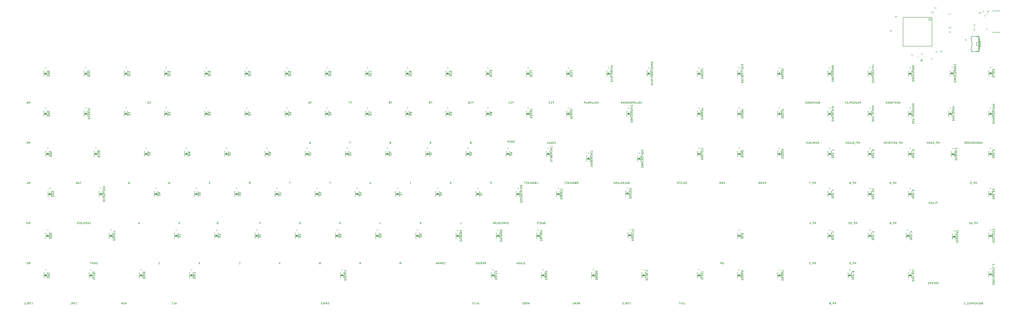
<source format=gbr>
G04 EAGLE Gerber RS-274X export*
G75*
%MOMM*%
%FSLAX34Y34*%
%LPD*%
%INSilkscreen Bottom*%
%IPPOS*%
%AMOC8*
5,1,8,0,0,1.08239X$1,22.5*%
G01*
%ADD10C,0.127000*%
%ADD11C,0.050800*%
%ADD12C,0.152400*%
%ADD13C,0.203200*%
%ADD14C,0.200000*%


D10*
X1972625Y799000D02*
X1972623Y799172D01*
X1972617Y799343D01*
X1972607Y799515D01*
X1972592Y799686D01*
X1972574Y799857D01*
X1972551Y800027D01*
X1972525Y800197D01*
X1972494Y800366D01*
X1972460Y800534D01*
X1972421Y800701D01*
X1972378Y800868D01*
X1972332Y801033D01*
X1972281Y801197D01*
X1972227Y801360D01*
X1972169Y801521D01*
X1972107Y801682D01*
X1972041Y801840D01*
X1971971Y801997D01*
X1971898Y802152D01*
X1971898Y802153D02*
X1971869Y802231D01*
X1971837Y802307D01*
X1971802Y802381D01*
X1971763Y802454D01*
X1971721Y802525D01*
X1971675Y802593D01*
X1971627Y802660D01*
X1971575Y802724D01*
X1971521Y802786D01*
X1971464Y802846D01*
X1971404Y802902D01*
X1971341Y802956D01*
X1971277Y803007D01*
X1971209Y803055D01*
X1971140Y803100D01*
X1971069Y803142D01*
X1970996Y803180D01*
X1970921Y803215D01*
X1970845Y803246D01*
X1970767Y803274D01*
X1970689Y803298D01*
X1970609Y803319D01*
X1970528Y803336D01*
X1970447Y803349D01*
X1970365Y803358D01*
X1970282Y803364D01*
X1970200Y803366D01*
X1970118Y803364D01*
X1970035Y803358D01*
X1969953Y803349D01*
X1969872Y803336D01*
X1969791Y803319D01*
X1969711Y803298D01*
X1969633Y803274D01*
X1969555Y803246D01*
X1969479Y803215D01*
X1969404Y803180D01*
X1969331Y803142D01*
X1969260Y803100D01*
X1969191Y803055D01*
X1969123Y803007D01*
X1969059Y802956D01*
X1968996Y802902D01*
X1968936Y802846D01*
X1968879Y802786D01*
X1968825Y802724D01*
X1968773Y802660D01*
X1968725Y802593D01*
X1968679Y802525D01*
X1968637Y802454D01*
X1968598Y802381D01*
X1968563Y802307D01*
X1968531Y802231D01*
X1968502Y802153D01*
X1968502Y802152D02*
X1968429Y801997D01*
X1968359Y801840D01*
X1968293Y801682D01*
X1968231Y801521D01*
X1968173Y801360D01*
X1968119Y801197D01*
X1968068Y801033D01*
X1968022Y800868D01*
X1967979Y800701D01*
X1967940Y800534D01*
X1967906Y800366D01*
X1967875Y800197D01*
X1967849Y800027D01*
X1967826Y799857D01*
X1967808Y799686D01*
X1967793Y799515D01*
X1967783Y799343D01*
X1967777Y799172D01*
X1967775Y799000D01*
X1972625Y799000D02*
X1972623Y798828D01*
X1972617Y798657D01*
X1972607Y798485D01*
X1972592Y798314D01*
X1972574Y798143D01*
X1972551Y797973D01*
X1972525Y797803D01*
X1972494Y797634D01*
X1972460Y797466D01*
X1972421Y797299D01*
X1972378Y797132D01*
X1972332Y796967D01*
X1972281Y796803D01*
X1972227Y796640D01*
X1972169Y796479D01*
X1972107Y796318D01*
X1972041Y796160D01*
X1971971Y796003D01*
X1971898Y795848D01*
X1971869Y795770D01*
X1971837Y795694D01*
X1971802Y795620D01*
X1971763Y795547D01*
X1971721Y795476D01*
X1971675Y795408D01*
X1971627Y795341D01*
X1971575Y795277D01*
X1971521Y795215D01*
X1971464Y795155D01*
X1971404Y795099D01*
X1971341Y795045D01*
X1971277Y794994D01*
X1971209Y794946D01*
X1971140Y794901D01*
X1971069Y794859D01*
X1970996Y794821D01*
X1970921Y794786D01*
X1970845Y794755D01*
X1970767Y794727D01*
X1970689Y794703D01*
X1970609Y794682D01*
X1970528Y794665D01*
X1970447Y794652D01*
X1970365Y794643D01*
X1970282Y794637D01*
X1970200Y794635D01*
X1968502Y795848D02*
X1968429Y796003D01*
X1968359Y796160D01*
X1968293Y796318D01*
X1968231Y796479D01*
X1968173Y796640D01*
X1968119Y796803D01*
X1968068Y796967D01*
X1968022Y797132D01*
X1967979Y797299D01*
X1967940Y797466D01*
X1967906Y797634D01*
X1967875Y797803D01*
X1967849Y797973D01*
X1967826Y798143D01*
X1967808Y798314D01*
X1967793Y798485D01*
X1967783Y798657D01*
X1967777Y798828D01*
X1967775Y799000D01*
X1968502Y795848D02*
X1968531Y795770D01*
X1968563Y795694D01*
X1968598Y795620D01*
X1968637Y795547D01*
X1968679Y795476D01*
X1968725Y795408D01*
X1968773Y795341D01*
X1968825Y795277D01*
X1968879Y795215D01*
X1968936Y795155D01*
X1968996Y795099D01*
X1969059Y795045D01*
X1969123Y794994D01*
X1969191Y794946D01*
X1969260Y794901D01*
X1969331Y794859D01*
X1969404Y794821D01*
X1969479Y794786D01*
X1969555Y794755D01*
X1969633Y794727D01*
X1969711Y794703D01*
X1969791Y794682D01*
X1969872Y794665D01*
X1969953Y794652D01*
X1970035Y794643D01*
X1970118Y794637D01*
X1970200Y794635D01*
X1972140Y796575D02*
X1968260Y801425D01*
X1210625Y799485D02*
X1207715Y799485D01*
X1207628Y799483D01*
X1207541Y799477D01*
X1207455Y799467D01*
X1207369Y799454D01*
X1207283Y799436D01*
X1207199Y799415D01*
X1207116Y799390D01*
X1207033Y799361D01*
X1206953Y799329D01*
X1206873Y799293D01*
X1206796Y799253D01*
X1206720Y799210D01*
X1206646Y799164D01*
X1206575Y799114D01*
X1206505Y799062D01*
X1206439Y799006D01*
X1206374Y798947D01*
X1206313Y798886D01*
X1206254Y798821D01*
X1206198Y798755D01*
X1206146Y798685D01*
X1206096Y798614D01*
X1206050Y798540D01*
X1206007Y798464D01*
X1205967Y798387D01*
X1205931Y798307D01*
X1205899Y798227D01*
X1205870Y798144D01*
X1205845Y798061D01*
X1205824Y797977D01*
X1205806Y797891D01*
X1205793Y797805D01*
X1205783Y797719D01*
X1205777Y797632D01*
X1205775Y797545D01*
X1205775Y797060D01*
X1205777Y796962D01*
X1205783Y796865D01*
X1205793Y796768D01*
X1205806Y796671D01*
X1205824Y796575D01*
X1205845Y796480D01*
X1205871Y796385D01*
X1205900Y796292D01*
X1205933Y796200D01*
X1205969Y796109D01*
X1206009Y796020D01*
X1206053Y795933D01*
X1206100Y795848D01*
X1206150Y795764D01*
X1206204Y795682D01*
X1206261Y795603D01*
X1206322Y795526D01*
X1206385Y795452D01*
X1206451Y795380D01*
X1206520Y795311D01*
X1206592Y795245D01*
X1206666Y795182D01*
X1206743Y795121D01*
X1206822Y795064D01*
X1206904Y795010D01*
X1206988Y794960D01*
X1207073Y794913D01*
X1207160Y794869D01*
X1207249Y794829D01*
X1207340Y794793D01*
X1207432Y794760D01*
X1207525Y794731D01*
X1207620Y794705D01*
X1207715Y794684D01*
X1207811Y794666D01*
X1207908Y794653D01*
X1208005Y794643D01*
X1208102Y794637D01*
X1208200Y794635D01*
X1208298Y794637D01*
X1208395Y794643D01*
X1208492Y794653D01*
X1208589Y794666D01*
X1208685Y794684D01*
X1208780Y794705D01*
X1208875Y794731D01*
X1208968Y794760D01*
X1209060Y794793D01*
X1209151Y794829D01*
X1209240Y794869D01*
X1209327Y794913D01*
X1209413Y794960D01*
X1209496Y795010D01*
X1209578Y795064D01*
X1209657Y795121D01*
X1209734Y795182D01*
X1209808Y795245D01*
X1209880Y795311D01*
X1209949Y795380D01*
X1210015Y795452D01*
X1210078Y795526D01*
X1210139Y795603D01*
X1210196Y795682D01*
X1210250Y795764D01*
X1210300Y795848D01*
X1210347Y795933D01*
X1210391Y796020D01*
X1210431Y796109D01*
X1210467Y796200D01*
X1210500Y796292D01*
X1210529Y796385D01*
X1210555Y796480D01*
X1210576Y796575D01*
X1210594Y796671D01*
X1210607Y796768D01*
X1210617Y796865D01*
X1210623Y796962D01*
X1210625Y797060D01*
X1210625Y799485D01*
X1210623Y799607D01*
X1210617Y799729D01*
X1210608Y799850D01*
X1210594Y799971D01*
X1210577Y800092D01*
X1210556Y800212D01*
X1210532Y800331D01*
X1210503Y800450D01*
X1210471Y800567D01*
X1210435Y800684D01*
X1210396Y800799D01*
X1210353Y800913D01*
X1210306Y801026D01*
X1210256Y801137D01*
X1210202Y801246D01*
X1210145Y801354D01*
X1210085Y801460D01*
X1210021Y801564D01*
X1209954Y801666D01*
X1209884Y801766D01*
X1209811Y801863D01*
X1209735Y801958D01*
X1209655Y802051D01*
X1209573Y802141D01*
X1209489Y802229D01*
X1209401Y802313D01*
X1209311Y802395D01*
X1209218Y802475D01*
X1209123Y802551D01*
X1209026Y802624D01*
X1208926Y802694D01*
X1208824Y802761D01*
X1208720Y802825D01*
X1208614Y802885D01*
X1208506Y802942D01*
X1208397Y802996D01*
X1208286Y803046D01*
X1208173Y803093D01*
X1208059Y803136D01*
X1207944Y803175D01*
X1207827Y803211D01*
X1207710Y803243D01*
X1207591Y803272D01*
X1207472Y803296D01*
X1207352Y803317D01*
X1207231Y803334D01*
X1207110Y803348D01*
X1206989Y803357D01*
X1206867Y803363D01*
X1206745Y803365D01*
X1401125Y803365D02*
X1401125Y802395D01*
X1401125Y803365D02*
X1396275Y803365D01*
X1398700Y794635D01*
X1586775Y797060D02*
X1586777Y797158D01*
X1586783Y797255D01*
X1586793Y797352D01*
X1586806Y797449D01*
X1586824Y797545D01*
X1586845Y797640D01*
X1586871Y797735D01*
X1586900Y797828D01*
X1586933Y797920D01*
X1586969Y798011D01*
X1587009Y798100D01*
X1587053Y798187D01*
X1587100Y798273D01*
X1587150Y798356D01*
X1587204Y798438D01*
X1587261Y798517D01*
X1587322Y798594D01*
X1587385Y798668D01*
X1587451Y798740D01*
X1587520Y798809D01*
X1587592Y798875D01*
X1587666Y798938D01*
X1587743Y798999D01*
X1587822Y799056D01*
X1587904Y799110D01*
X1587988Y799160D01*
X1588073Y799207D01*
X1588160Y799251D01*
X1588249Y799291D01*
X1588340Y799327D01*
X1588432Y799360D01*
X1588525Y799389D01*
X1588620Y799415D01*
X1588715Y799436D01*
X1588811Y799454D01*
X1588908Y799467D01*
X1589005Y799477D01*
X1589102Y799483D01*
X1589200Y799485D01*
X1589298Y799483D01*
X1589395Y799477D01*
X1589492Y799467D01*
X1589589Y799454D01*
X1589685Y799436D01*
X1589780Y799415D01*
X1589875Y799389D01*
X1589968Y799360D01*
X1590060Y799327D01*
X1590151Y799291D01*
X1590240Y799251D01*
X1590327Y799207D01*
X1590413Y799160D01*
X1590496Y799110D01*
X1590578Y799056D01*
X1590657Y798999D01*
X1590734Y798938D01*
X1590808Y798875D01*
X1590880Y798809D01*
X1590949Y798740D01*
X1591015Y798668D01*
X1591078Y798594D01*
X1591139Y798517D01*
X1591196Y798438D01*
X1591250Y798356D01*
X1591300Y798273D01*
X1591347Y798187D01*
X1591391Y798100D01*
X1591431Y798011D01*
X1591467Y797920D01*
X1591500Y797828D01*
X1591529Y797735D01*
X1591555Y797640D01*
X1591576Y797545D01*
X1591594Y797449D01*
X1591607Y797352D01*
X1591617Y797255D01*
X1591623Y797158D01*
X1591625Y797060D01*
X1591623Y796962D01*
X1591617Y796865D01*
X1591607Y796768D01*
X1591594Y796671D01*
X1591576Y796575D01*
X1591555Y796480D01*
X1591529Y796385D01*
X1591500Y796292D01*
X1591467Y796200D01*
X1591431Y796109D01*
X1591391Y796020D01*
X1591347Y795933D01*
X1591300Y795848D01*
X1591250Y795764D01*
X1591196Y795682D01*
X1591139Y795603D01*
X1591078Y795526D01*
X1591015Y795452D01*
X1590949Y795380D01*
X1590880Y795311D01*
X1590808Y795245D01*
X1590734Y795182D01*
X1590657Y795121D01*
X1590578Y795064D01*
X1590496Y795010D01*
X1590413Y794960D01*
X1590327Y794913D01*
X1590240Y794869D01*
X1590151Y794829D01*
X1590060Y794793D01*
X1589968Y794760D01*
X1589875Y794731D01*
X1589780Y794705D01*
X1589685Y794684D01*
X1589589Y794666D01*
X1589492Y794653D01*
X1589395Y794643D01*
X1589298Y794637D01*
X1589200Y794635D01*
X1589102Y794637D01*
X1589005Y794643D01*
X1588908Y794653D01*
X1588811Y794666D01*
X1588715Y794684D01*
X1588620Y794705D01*
X1588525Y794731D01*
X1588432Y794760D01*
X1588340Y794793D01*
X1588249Y794829D01*
X1588160Y794869D01*
X1588073Y794913D01*
X1587988Y794960D01*
X1587904Y795010D01*
X1587822Y795064D01*
X1587743Y795121D01*
X1587666Y795182D01*
X1587592Y795245D01*
X1587520Y795311D01*
X1587451Y795380D01*
X1587385Y795452D01*
X1587322Y795526D01*
X1587261Y795603D01*
X1587204Y795682D01*
X1587150Y795764D01*
X1587100Y795848D01*
X1587053Y795933D01*
X1587009Y796020D01*
X1586969Y796109D01*
X1586933Y796200D01*
X1586900Y796292D01*
X1586871Y796385D01*
X1586845Y796480D01*
X1586824Y796575D01*
X1586806Y796671D01*
X1586793Y796768D01*
X1586783Y796865D01*
X1586777Y796962D01*
X1586775Y797060D01*
X1587260Y801425D02*
X1587262Y801512D01*
X1587268Y801599D01*
X1587278Y801685D01*
X1587291Y801771D01*
X1587309Y801857D01*
X1587330Y801941D01*
X1587355Y802024D01*
X1587384Y802107D01*
X1587416Y802187D01*
X1587452Y802267D01*
X1587492Y802344D01*
X1587535Y802420D01*
X1587581Y802494D01*
X1587631Y802565D01*
X1587683Y802635D01*
X1587739Y802701D01*
X1587798Y802766D01*
X1587859Y802827D01*
X1587924Y802886D01*
X1587990Y802942D01*
X1588060Y802994D01*
X1588131Y803044D01*
X1588205Y803090D01*
X1588281Y803133D01*
X1588358Y803173D01*
X1588438Y803209D01*
X1588518Y803241D01*
X1588601Y803270D01*
X1588684Y803295D01*
X1588768Y803316D01*
X1588854Y803334D01*
X1588940Y803347D01*
X1589026Y803357D01*
X1589113Y803363D01*
X1589200Y803365D01*
X1589287Y803363D01*
X1589374Y803357D01*
X1589460Y803347D01*
X1589546Y803334D01*
X1589632Y803316D01*
X1589716Y803295D01*
X1589799Y803270D01*
X1589882Y803241D01*
X1589962Y803209D01*
X1590042Y803173D01*
X1590119Y803133D01*
X1590195Y803090D01*
X1590269Y803044D01*
X1590340Y802994D01*
X1590410Y802942D01*
X1590476Y802886D01*
X1590541Y802827D01*
X1590602Y802766D01*
X1590661Y802701D01*
X1590717Y802635D01*
X1590769Y802565D01*
X1590819Y802494D01*
X1590865Y802420D01*
X1590908Y802344D01*
X1590948Y802267D01*
X1590984Y802187D01*
X1591016Y802107D01*
X1591045Y802024D01*
X1591070Y801941D01*
X1591091Y801857D01*
X1591109Y801771D01*
X1591122Y801685D01*
X1591132Y801599D01*
X1591138Y801512D01*
X1591140Y801425D01*
X1591138Y801338D01*
X1591132Y801251D01*
X1591122Y801165D01*
X1591109Y801079D01*
X1591091Y800993D01*
X1591070Y800909D01*
X1591045Y800826D01*
X1591016Y800743D01*
X1590984Y800663D01*
X1590948Y800583D01*
X1590908Y800506D01*
X1590865Y800430D01*
X1590819Y800356D01*
X1590769Y800285D01*
X1590717Y800215D01*
X1590661Y800149D01*
X1590602Y800084D01*
X1590541Y800023D01*
X1590476Y799964D01*
X1590410Y799908D01*
X1590340Y799856D01*
X1590269Y799806D01*
X1590195Y799760D01*
X1590119Y799717D01*
X1590042Y799677D01*
X1589962Y799641D01*
X1589882Y799609D01*
X1589799Y799580D01*
X1589716Y799555D01*
X1589632Y799534D01*
X1589546Y799516D01*
X1589460Y799503D01*
X1589374Y799493D01*
X1589287Y799487D01*
X1589200Y799485D01*
X1589113Y799487D01*
X1589026Y799493D01*
X1588940Y799503D01*
X1588854Y799516D01*
X1588768Y799534D01*
X1588684Y799555D01*
X1588601Y799580D01*
X1588518Y799609D01*
X1588438Y799641D01*
X1588358Y799677D01*
X1588281Y799717D01*
X1588205Y799760D01*
X1588131Y799806D01*
X1588060Y799856D01*
X1587990Y799908D01*
X1587924Y799964D01*
X1587859Y800023D01*
X1587798Y800084D01*
X1587739Y800149D01*
X1587683Y800215D01*
X1587631Y800285D01*
X1587581Y800356D01*
X1587535Y800430D01*
X1587492Y800506D01*
X1587452Y800583D01*
X1587416Y800663D01*
X1587384Y800743D01*
X1587355Y800826D01*
X1587330Y800909D01*
X1587309Y800993D01*
X1587291Y801079D01*
X1587278Y801165D01*
X1587268Y801251D01*
X1587262Y801338D01*
X1587260Y801425D01*
X1777275Y798515D02*
X1780185Y798515D01*
X1780272Y798517D01*
X1780359Y798523D01*
X1780445Y798533D01*
X1780531Y798546D01*
X1780617Y798564D01*
X1780701Y798585D01*
X1780784Y798610D01*
X1780867Y798639D01*
X1780947Y798671D01*
X1781027Y798707D01*
X1781104Y798747D01*
X1781180Y798790D01*
X1781254Y798836D01*
X1781325Y798886D01*
X1781395Y798938D01*
X1781461Y798994D01*
X1781526Y799053D01*
X1781587Y799114D01*
X1781646Y799179D01*
X1781702Y799245D01*
X1781754Y799315D01*
X1781804Y799386D01*
X1781850Y799460D01*
X1781893Y799536D01*
X1781933Y799613D01*
X1781969Y799693D01*
X1782001Y799773D01*
X1782030Y799856D01*
X1782055Y799939D01*
X1782076Y800023D01*
X1782094Y800109D01*
X1782107Y800195D01*
X1782117Y800281D01*
X1782123Y800368D01*
X1782125Y800455D01*
X1782125Y800940D01*
X1782123Y801038D01*
X1782117Y801135D01*
X1782107Y801232D01*
X1782094Y801329D01*
X1782076Y801425D01*
X1782055Y801520D01*
X1782029Y801615D01*
X1782000Y801708D01*
X1781967Y801800D01*
X1781931Y801891D01*
X1781891Y801980D01*
X1781847Y802067D01*
X1781800Y802153D01*
X1781750Y802236D01*
X1781696Y802318D01*
X1781639Y802397D01*
X1781578Y802474D01*
X1781515Y802548D01*
X1781449Y802620D01*
X1781380Y802689D01*
X1781308Y802755D01*
X1781234Y802818D01*
X1781157Y802879D01*
X1781078Y802936D01*
X1780996Y802990D01*
X1780913Y803040D01*
X1780827Y803087D01*
X1780740Y803131D01*
X1780651Y803171D01*
X1780560Y803207D01*
X1780468Y803240D01*
X1780375Y803269D01*
X1780280Y803295D01*
X1780185Y803316D01*
X1780089Y803334D01*
X1779992Y803347D01*
X1779895Y803357D01*
X1779798Y803363D01*
X1779700Y803365D01*
X1779602Y803363D01*
X1779505Y803357D01*
X1779408Y803347D01*
X1779311Y803334D01*
X1779215Y803316D01*
X1779120Y803295D01*
X1779025Y803269D01*
X1778932Y803240D01*
X1778840Y803207D01*
X1778749Y803171D01*
X1778660Y803131D01*
X1778573Y803087D01*
X1778488Y803040D01*
X1778404Y802990D01*
X1778322Y802936D01*
X1778243Y802879D01*
X1778166Y802818D01*
X1778092Y802755D01*
X1778020Y802689D01*
X1777951Y802620D01*
X1777885Y802548D01*
X1777822Y802474D01*
X1777761Y802397D01*
X1777704Y802318D01*
X1777650Y802236D01*
X1777600Y802153D01*
X1777553Y802067D01*
X1777509Y801980D01*
X1777469Y801891D01*
X1777433Y801800D01*
X1777400Y801708D01*
X1777371Y801615D01*
X1777345Y801520D01*
X1777324Y801425D01*
X1777306Y801329D01*
X1777293Y801232D01*
X1777283Y801135D01*
X1777277Y801038D01*
X1777275Y800940D01*
X1777275Y798515D01*
X1777277Y798393D01*
X1777283Y798271D01*
X1777292Y798150D01*
X1777306Y798029D01*
X1777323Y797908D01*
X1777344Y797788D01*
X1777368Y797669D01*
X1777397Y797550D01*
X1777429Y797433D01*
X1777465Y797316D01*
X1777504Y797201D01*
X1777547Y797087D01*
X1777594Y796974D01*
X1777644Y796863D01*
X1777698Y796754D01*
X1777755Y796646D01*
X1777815Y796540D01*
X1777879Y796436D01*
X1777946Y796334D01*
X1778016Y796234D01*
X1778089Y796137D01*
X1778165Y796042D01*
X1778245Y795949D01*
X1778327Y795859D01*
X1778411Y795771D01*
X1778499Y795687D01*
X1778589Y795605D01*
X1778682Y795525D01*
X1778777Y795449D01*
X1778874Y795376D01*
X1778974Y795306D01*
X1779076Y795239D01*
X1779180Y795175D01*
X1779286Y795115D01*
X1779394Y795058D01*
X1779503Y795004D01*
X1779614Y794954D01*
X1779727Y794907D01*
X1779841Y794864D01*
X1779956Y794825D01*
X1780073Y794789D01*
X1780190Y794757D01*
X1780309Y794728D01*
X1780428Y794704D01*
X1780548Y794683D01*
X1780669Y794666D01*
X1780790Y794652D01*
X1780911Y794643D01*
X1781033Y794637D01*
X1781155Y794635D01*
X401510Y413635D02*
X398600Y422365D01*
X395690Y413635D01*
X396418Y415818D02*
X400783Y415818D01*
X573158Y41365D02*
X576068Y32635D01*
X570248Y32635D02*
X573158Y41365D01*
X570975Y34818D02*
X575340Y34818D01*
X566260Y32635D02*
X566260Y41365D01*
X566260Y32635D02*
X562380Y32635D01*
X556958Y32635D02*
X556958Y41365D01*
X559383Y41365D02*
X554533Y41365D01*
X2006058Y41365D02*
X2008968Y32635D01*
X2003148Y32635D02*
X2006058Y41365D01*
X2003875Y34818D02*
X2008240Y34818D01*
X1999160Y32635D02*
X1999160Y41365D01*
X1999160Y32635D02*
X1995280Y32635D01*
X1989858Y32635D02*
X1989858Y41365D01*
X1992283Y41365D02*
X1987433Y41365D01*
X1981215Y41366D02*
X1981122Y41364D01*
X1981030Y41358D01*
X1980938Y41348D01*
X1980846Y41335D01*
X1980755Y41317D01*
X1980665Y41296D01*
X1980576Y41270D01*
X1980488Y41241D01*
X1980401Y41209D01*
X1980316Y41172D01*
X1980232Y41132D01*
X1980150Y41089D01*
X1980070Y41042D01*
X1979993Y40992D01*
X1979917Y40938D01*
X1979844Y40881D01*
X1979773Y40822D01*
X1979704Y40759D01*
X1979639Y40694D01*
X1979576Y40625D01*
X1979517Y40554D01*
X1979460Y40481D01*
X1979406Y40405D01*
X1979356Y40328D01*
X1979309Y40248D01*
X1979266Y40166D01*
X1979226Y40082D01*
X1979189Y39997D01*
X1979157Y39910D01*
X1979128Y39822D01*
X1979102Y39733D01*
X1979081Y39643D01*
X1979063Y39552D01*
X1979050Y39460D01*
X1979040Y39368D01*
X1979034Y39276D01*
X1979032Y39183D01*
X1981215Y41365D02*
X1981319Y41363D01*
X1981422Y41357D01*
X1981526Y41348D01*
X1981628Y41334D01*
X1981731Y41317D01*
X1981832Y41296D01*
X1981933Y41272D01*
X1982033Y41243D01*
X1982131Y41211D01*
X1982229Y41175D01*
X1982325Y41136D01*
X1982419Y41093D01*
X1982512Y41047D01*
X1982603Y40997D01*
X1982692Y40944D01*
X1982779Y40888D01*
X1982864Y40829D01*
X1982947Y40766D01*
X1983027Y40701D01*
X1983105Y40632D01*
X1983181Y40561D01*
X1983253Y40487D01*
X1983323Y40410D01*
X1983390Y40331D01*
X1983454Y40249D01*
X1983515Y40165D01*
X1983572Y40079D01*
X1983627Y39991D01*
X1983678Y39901D01*
X1983726Y39809D01*
X1983771Y39715D01*
X1983811Y39620D01*
X1983849Y39523D01*
X1983883Y39425D01*
X1979760Y37486D02*
X1979693Y37552D01*
X1979628Y37622D01*
X1979567Y37694D01*
X1979508Y37768D01*
X1979452Y37845D01*
X1979400Y37924D01*
X1979350Y38005D01*
X1979304Y38088D01*
X1979262Y38173D01*
X1979223Y38260D01*
X1979187Y38348D01*
X1979155Y38437D01*
X1979127Y38528D01*
X1979102Y38619D01*
X1979081Y38712D01*
X1979064Y38805D01*
X1979050Y38899D01*
X1979041Y38993D01*
X1979035Y39088D01*
X1979033Y39183D01*
X1979760Y37485D02*
X1983883Y32635D01*
X1979033Y32635D01*
X1258225Y227985D02*
X1255800Y227985D01*
X1255702Y227983D01*
X1255605Y227977D01*
X1255508Y227967D01*
X1255411Y227954D01*
X1255315Y227936D01*
X1255220Y227915D01*
X1255125Y227889D01*
X1255032Y227860D01*
X1254940Y227827D01*
X1254849Y227791D01*
X1254760Y227751D01*
X1254673Y227707D01*
X1254588Y227660D01*
X1254504Y227610D01*
X1254422Y227556D01*
X1254343Y227499D01*
X1254266Y227438D01*
X1254192Y227375D01*
X1254120Y227309D01*
X1254051Y227240D01*
X1253985Y227168D01*
X1253922Y227094D01*
X1253861Y227017D01*
X1253804Y226938D01*
X1253750Y226856D01*
X1253700Y226773D01*
X1253653Y226687D01*
X1253609Y226600D01*
X1253569Y226511D01*
X1253533Y226420D01*
X1253500Y226328D01*
X1253471Y226235D01*
X1253445Y226140D01*
X1253424Y226045D01*
X1253406Y225949D01*
X1253393Y225852D01*
X1253383Y225755D01*
X1253377Y225658D01*
X1253375Y225560D01*
X1253377Y225462D01*
X1253383Y225365D01*
X1253393Y225268D01*
X1253406Y225171D01*
X1253424Y225075D01*
X1253445Y224980D01*
X1253471Y224885D01*
X1253500Y224792D01*
X1253533Y224700D01*
X1253569Y224609D01*
X1253609Y224520D01*
X1253653Y224433D01*
X1253700Y224348D01*
X1253750Y224264D01*
X1253804Y224182D01*
X1253861Y224103D01*
X1253922Y224026D01*
X1253985Y223952D01*
X1254051Y223880D01*
X1254120Y223811D01*
X1254192Y223745D01*
X1254266Y223682D01*
X1254343Y223621D01*
X1254422Y223564D01*
X1254504Y223510D01*
X1254588Y223460D01*
X1254673Y223413D01*
X1254760Y223369D01*
X1254849Y223329D01*
X1254940Y223293D01*
X1255032Y223260D01*
X1255125Y223231D01*
X1255220Y223205D01*
X1255315Y223184D01*
X1255411Y223166D01*
X1255508Y223153D01*
X1255605Y223143D01*
X1255702Y223137D01*
X1255800Y223135D01*
X1258225Y223135D01*
X1258225Y231865D01*
X1255800Y231865D01*
X1255713Y231863D01*
X1255626Y231857D01*
X1255540Y231847D01*
X1255454Y231834D01*
X1255368Y231816D01*
X1255284Y231795D01*
X1255201Y231770D01*
X1255118Y231741D01*
X1255038Y231709D01*
X1254958Y231673D01*
X1254881Y231633D01*
X1254805Y231590D01*
X1254731Y231544D01*
X1254660Y231494D01*
X1254590Y231442D01*
X1254524Y231386D01*
X1254459Y231327D01*
X1254398Y231266D01*
X1254339Y231201D01*
X1254283Y231135D01*
X1254231Y231065D01*
X1254181Y230994D01*
X1254135Y230920D01*
X1254092Y230844D01*
X1254052Y230767D01*
X1254016Y230687D01*
X1253984Y230607D01*
X1253955Y230524D01*
X1253930Y230441D01*
X1253909Y230357D01*
X1253891Y230271D01*
X1253878Y230185D01*
X1253868Y230099D01*
X1253862Y230012D01*
X1253860Y229925D01*
X1253862Y229838D01*
X1253868Y229751D01*
X1253878Y229665D01*
X1253891Y229579D01*
X1253909Y229493D01*
X1253930Y229409D01*
X1253955Y229326D01*
X1253984Y229243D01*
X1254016Y229163D01*
X1254052Y229083D01*
X1254092Y229006D01*
X1254135Y228930D01*
X1254181Y228856D01*
X1254231Y228785D01*
X1254283Y228715D01*
X1254339Y228649D01*
X1254398Y228584D01*
X1254459Y228523D01*
X1254524Y228464D01*
X1254590Y228408D01*
X1254660Y228356D01*
X1254731Y228306D01*
X1254805Y228260D01*
X1254881Y228217D01*
X1254958Y228177D01*
X1255038Y228141D01*
X1255118Y228109D01*
X1255201Y228080D01*
X1255284Y228055D01*
X1255368Y228034D01*
X1255454Y228016D01*
X1255540Y228003D01*
X1255626Y227993D01*
X1255713Y227987D01*
X1255800Y227985D01*
X2718564Y608985D02*
X2720989Y608985D01*
X2718564Y608985D02*
X2718466Y608983D01*
X2718369Y608977D01*
X2718272Y608967D01*
X2718175Y608954D01*
X2718079Y608936D01*
X2717984Y608915D01*
X2717889Y608889D01*
X2717796Y608860D01*
X2717704Y608827D01*
X2717613Y608791D01*
X2717524Y608751D01*
X2717437Y608707D01*
X2717352Y608660D01*
X2717268Y608610D01*
X2717186Y608556D01*
X2717107Y608499D01*
X2717030Y608438D01*
X2716956Y608375D01*
X2716884Y608309D01*
X2716815Y608240D01*
X2716749Y608168D01*
X2716686Y608094D01*
X2716625Y608017D01*
X2716568Y607938D01*
X2716514Y607856D01*
X2716464Y607773D01*
X2716417Y607687D01*
X2716373Y607600D01*
X2716333Y607511D01*
X2716297Y607420D01*
X2716264Y607328D01*
X2716235Y607235D01*
X2716209Y607140D01*
X2716188Y607045D01*
X2716170Y606949D01*
X2716157Y606852D01*
X2716147Y606755D01*
X2716141Y606658D01*
X2716139Y606560D01*
X2716141Y606462D01*
X2716147Y606365D01*
X2716157Y606268D01*
X2716170Y606171D01*
X2716188Y606075D01*
X2716209Y605980D01*
X2716235Y605885D01*
X2716264Y605792D01*
X2716297Y605700D01*
X2716333Y605609D01*
X2716373Y605520D01*
X2716417Y605433D01*
X2716464Y605348D01*
X2716514Y605264D01*
X2716568Y605182D01*
X2716625Y605103D01*
X2716686Y605026D01*
X2716749Y604952D01*
X2716815Y604880D01*
X2716884Y604811D01*
X2716956Y604745D01*
X2717030Y604682D01*
X2717107Y604621D01*
X2717186Y604564D01*
X2717268Y604510D01*
X2717352Y604460D01*
X2717437Y604413D01*
X2717524Y604369D01*
X2717613Y604329D01*
X2717704Y604293D01*
X2717796Y604260D01*
X2717889Y604231D01*
X2717984Y604205D01*
X2718079Y604184D01*
X2718175Y604166D01*
X2718272Y604153D01*
X2718369Y604143D01*
X2718466Y604137D01*
X2718564Y604135D01*
X2720989Y604135D01*
X2720989Y612865D01*
X2718564Y612865D01*
X2718477Y612863D01*
X2718390Y612857D01*
X2718304Y612847D01*
X2718218Y612834D01*
X2718132Y612816D01*
X2718048Y612795D01*
X2717965Y612770D01*
X2717882Y612741D01*
X2717802Y612709D01*
X2717722Y612673D01*
X2717645Y612633D01*
X2717569Y612590D01*
X2717495Y612544D01*
X2717424Y612494D01*
X2717354Y612442D01*
X2717288Y612386D01*
X2717223Y612327D01*
X2717162Y612266D01*
X2717103Y612201D01*
X2717047Y612135D01*
X2716995Y612065D01*
X2716945Y611994D01*
X2716899Y611920D01*
X2716856Y611844D01*
X2716816Y611767D01*
X2716780Y611687D01*
X2716748Y611607D01*
X2716719Y611524D01*
X2716694Y611441D01*
X2716673Y611357D01*
X2716655Y611271D01*
X2716642Y611185D01*
X2716632Y611099D01*
X2716626Y611012D01*
X2716624Y610925D01*
X2716626Y610838D01*
X2716632Y610751D01*
X2716642Y610665D01*
X2716655Y610579D01*
X2716673Y610493D01*
X2716694Y610409D01*
X2716719Y610326D01*
X2716748Y610243D01*
X2716780Y610163D01*
X2716816Y610083D01*
X2716856Y610006D01*
X2716899Y609930D01*
X2716945Y609856D01*
X2716995Y609785D01*
X2717047Y609715D01*
X2717103Y609649D01*
X2717162Y609584D01*
X2717223Y609523D01*
X2717288Y609464D01*
X2717354Y609408D01*
X2717424Y609356D01*
X2717495Y609306D01*
X2717569Y609260D01*
X2717645Y609217D01*
X2717722Y609177D01*
X2717802Y609141D01*
X2717882Y609109D01*
X2717965Y609080D01*
X2718048Y609055D01*
X2718132Y609034D01*
X2718218Y609016D01*
X2718304Y609003D01*
X2718390Y608993D01*
X2718477Y608987D01*
X2718564Y608985D01*
X2712946Y604135D02*
X2710036Y612865D01*
X2707126Y604135D01*
X2707854Y606318D02*
X2712219Y606318D01*
X2701555Y604135D02*
X2699615Y604135D01*
X2701555Y604135D02*
X2701642Y604137D01*
X2701729Y604143D01*
X2701815Y604153D01*
X2701901Y604166D01*
X2701987Y604184D01*
X2702071Y604205D01*
X2702154Y604230D01*
X2702237Y604259D01*
X2702317Y604291D01*
X2702397Y604327D01*
X2702474Y604367D01*
X2702550Y604410D01*
X2702624Y604456D01*
X2702695Y604506D01*
X2702765Y604558D01*
X2702831Y604614D01*
X2702896Y604673D01*
X2702957Y604734D01*
X2703016Y604799D01*
X2703072Y604865D01*
X2703124Y604935D01*
X2703174Y605006D01*
X2703220Y605080D01*
X2703263Y605156D01*
X2703303Y605233D01*
X2703339Y605313D01*
X2703371Y605393D01*
X2703400Y605476D01*
X2703425Y605559D01*
X2703446Y605643D01*
X2703464Y605729D01*
X2703477Y605815D01*
X2703487Y605901D01*
X2703493Y605988D01*
X2703495Y606075D01*
X2703495Y610925D01*
X2703493Y611012D01*
X2703487Y611099D01*
X2703477Y611185D01*
X2703464Y611271D01*
X2703446Y611357D01*
X2703425Y611441D01*
X2703400Y611524D01*
X2703371Y611607D01*
X2703339Y611687D01*
X2703303Y611767D01*
X2703263Y611844D01*
X2703220Y611920D01*
X2703174Y611994D01*
X2703124Y612065D01*
X2703072Y612135D01*
X2703016Y612201D01*
X2702957Y612266D01*
X2702896Y612327D01*
X2702831Y612386D01*
X2702765Y612442D01*
X2702695Y612494D01*
X2702624Y612544D01*
X2702550Y612590D01*
X2702474Y612633D01*
X2702397Y612673D01*
X2702317Y612709D01*
X2702237Y612741D01*
X2702154Y612770D01*
X2702071Y612795D01*
X2701987Y612816D01*
X2701901Y612834D01*
X2701815Y612847D01*
X2701729Y612857D01*
X2701642Y612863D01*
X2701555Y612865D01*
X2699615Y612865D01*
X2695489Y612865D02*
X2695489Y604135D01*
X2695489Y607530D02*
X2690639Y612865D01*
X2693549Y609470D02*
X2690639Y604135D01*
X2684351Y604135D02*
X2684264Y604137D01*
X2684177Y604143D01*
X2684091Y604153D01*
X2684005Y604166D01*
X2683919Y604184D01*
X2683835Y604205D01*
X2683752Y604230D01*
X2683669Y604259D01*
X2683589Y604291D01*
X2683509Y604327D01*
X2683432Y604367D01*
X2683356Y604410D01*
X2683282Y604456D01*
X2683211Y604506D01*
X2683141Y604558D01*
X2683075Y604614D01*
X2683010Y604673D01*
X2682949Y604734D01*
X2682890Y604799D01*
X2682834Y604865D01*
X2682782Y604935D01*
X2682732Y605006D01*
X2682686Y605080D01*
X2682643Y605156D01*
X2682603Y605233D01*
X2682567Y605313D01*
X2682535Y605393D01*
X2682506Y605476D01*
X2682481Y605559D01*
X2682460Y605643D01*
X2682442Y605729D01*
X2682429Y605815D01*
X2682419Y605901D01*
X2682413Y605988D01*
X2682411Y606075D01*
X2684351Y604135D02*
X2684475Y604137D01*
X2684600Y604143D01*
X2684724Y604152D01*
X2684848Y604165D01*
X2684971Y604182D01*
X2685094Y604203D01*
X2685216Y604227D01*
X2685337Y604255D01*
X2685457Y604287D01*
X2685576Y604323D01*
X2685695Y604362D01*
X2685812Y604404D01*
X2685927Y604450D01*
X2686041Y604500D01*
X2686154Y604553D01*
X2686265Y604609D01*
X2686374Y604669D01*
X2686481Y604732D01*
X2686587Y604798D01*
X2686690Y604868D01*
X2686791Y604940D01*
X2686890Y605016D01*
X2686986Y605095D01*
X2687080Y605176D01*
X2687172Y605260D01*
X2687261Y605347D01*
X2687019Y610925D02*
X2687017Y611012D01*
X2687011Y611099D01*
X2687001Y611185D01*
X2686988Y611271D01*
X2686970Y611357D01*
X2686949Y611441D01*
X2686924Y611524D01*
X2686895Y611607D01*
X2686863Y611687D01*
X2686827Y611767D01*
X2686787Y611844D01*
X2686744Y611920D01*
X2686698Y611994D01*
X2686648Y612065D01*
X2686596Y612135D01*
X2686540Y612201D01*
X2686481Y612266D01*
X2686420Y612327D01*
X2686355Y612386D01*
X2686289Y612442D01*
X2686219Y612494D01*
X2686148Y612544D01*
X2686074Y612590D01*
X2685998Y612633D01*
X2685921Y612673D01*
X2685841Y612709D01*
X2685761Y612741D01*
X2685678Y612770D01*
X2685595Y612795D01*
X2685511Y612816D01*
X2685425Y612834D01*
X2685339Y612847D01*
X2685253Y612857D01*
X2685166Y612863D01*
X2685079Y612865D01*
X2685079Y612866D02*
X2684962Y612864D01*
X2684845Y612858D01*
X2684728Y612849D01*
X2684612Y612836D01*
X2684496Y612819D01*
X2684381Y612798D01*
X2684267Y612774D01*
X2684153Y612746D01*
X2684040Y612715D01*
X2683929Y612679D01*
X2683818Y612641D01*
X2683709Y612598D01*
X2683601Y612552D01*
X2683495Y612503D01*
X2683391Y612450D01*
X2683288Y612394D01*
X2683187Y612335D01*
X2683088Y612273D01*
X2682991Y612207D01*
X2682896Y612138D01*
X2686048Y609228D02*
X2686121Y609273D01*
X2686191Y609321D01*
X2686259Y609371D01*
X2686325Y609425D01*
X2686389Y609482D01*
X2686450Y609541D01*
X2686509Y609603D01*
X2686565Y609668D01*
X2686618Y609734D01*
X2686668Y609803D01*
X2686715Y609875D01*
X2686758Y609948D01*
X2686799Y610022D01*
X2686837Y610099D01*
X2686871Y610177D01*
X2686901Y610257D01*
X2686928Y610337D01*
X2686952Y610419D01*
X2686972Y610502D01*
X2686989Y610586D01*
X2687001Y610670D01*
X2687011Y610755D01*
X2687016Y610840D01*
X2687018Y610925D01*
X2683382Y607772D02*
X2683309Y607727D01*
X2683239Y607679D01*
X2683171Y607629D01*
X2683105Y607575D01*
X2683041Y607518D01*
X2682980Y607459D01*
X2682921Y607397D01*
X2682865Y607332D01*
X2682812Y607266D01*
X2682762Y607197D01*
X2682715Y607125D01*
X2682672Y607052D01*
X2682631Y606978D01*
X2682593Y606901D01*
X2682559Y606823D01*
X2682529Y606743D01*
X2682502Y606663D01*
X2682478Y606581D01*
X2682458Y606498D01*
X2682441Y606414D01*
X2682429Y606330D01*
X2682419Y606245D01*
X2682414Y606160D01*
X2682412Y606075D01*
X2683381Y607773D02*
X2686049Y609228D01*
X2678238Y612865D02*
X2678238Y604135D01*
X2674358Y604135D01*
X2671246Y604135D02*
X2668336Y612865D01*
X2665426Y604135D01*
X2666154Y606318D02*
X2670519Y606318D01*
X2659151Y604135D02*
X2659064Y604137D01*
X2658977Y604143D01*
X2658891Y604153D01*
X2658805Y604166D01*
X2658719Y604184D01*
X2658635Y604205D01*
X2658552Y604230D01*
X2658469Y604259D01*
X2658389Y604291D01*
X2658309Y604327D01*
X2658232Y604367D01*
X2658156Y604410D01*
X2658082Y604456D01*
X2658011Y604506D01*
X2657941Y604558D01*
X2657875Y604614D01*
X2657810Y604673D01*
X2657749Y604734D01*
X2657690Y604799D01*
X2657634Y604865D01*
X2657582Y604935D01*
X2657532Y605006D01*
X2657486Y605080D01*
X2657443Y605156D01*
X2657403Y605233D01*
X2657367Y605313D01*
X2657335Y605393D01*
X2657306Y605476D01*
X2657281Y605559D01*
X2657260Y605643D01*
X2657242Y605729D01*
X2657229Y605815D01*
X2657219Y605901D01*
X2657213Y605988D01*
X2657211Y606075D01*
X2659151Y604135D02*
X2659275Y604137D01*
X2659400Y604143D01*
X2659524Y604152D01*
X2659648Y604165D01*
X2659771Y604182D01*
X2659894Y604203D01*
X2660016Y604227D01*
X2660137Y604255D01*
X2660257Y604287D01*
X2660376Y604323D01*
X2660495Y604362D01*
X2660612Y604404D01*
X2660727Y604450D01*
X2660841Y604500D01*
X2660954Y604553D01*
X2661065Y604609D01*
X2661174Y604669D01*
X2661281Y604732D01*
X2661387Y604798D01*
X2661490Y604868D01*
X2661591Y604940D01*
X2661690Y605016D01*
X2661786Y605095D01*
X2661880Y605176D01*
X2661972Y605260D01*
X2662061Y605347D01*
X2661819Y610925D02*
X2661817Y611012D01*
X2661811Y611099D01*
X2661801Y611185D01*
X2661788Y611271D01*
X2661770Y611357D01*
X2661749Y611441D01*
X2661724Y611524D01*
X2661695Y611607D01*
X2661663Y611687D01*
X2661627Y611767D01*
X2661587Y611844D01*
X2661544Y611920D01*
X2661498Y611994D01*
X2661448Y612065D01*
X2661396Y612135D01*
X2661340Y612201D01*
X2661281Y612266D01*
X2661220Y612327D01*
X2661155Y612386D01*
X2661089Y612442D01*
X2661019Y612494D01*
X2660948Y612544D01*
X2660874Y612590D01*
X2660798Y612633D01*
X2660721Y612673D01*
X2660641Y612709D01*
X2660561Y612741D01*
X2660478Y612770D01*
X2660395Y612795D01*
X2660311Y612816D01*
X2660225Y612834D01*
X2660139Y612847D01*
X2660053Y612857D01*
X2659966Y612863D01*
X2659879Y612865D01*
X2659879Y612866D02*
X2659762Y612864D01*
X2659645Y612858D01*
X2659528Y612849D01*
X2659412Y612836D01*
X2659296Y612819D01*
X2659181Y612798D01*
X2659067Y612774D01*
X2658953Y612746D01*
X2658840Y612715D01*
X2658729Y612679D01*
X2658618Y612641D01*
X2658509Y612598D01*
X2658401Y612552D01*
X2658295Y612503D01*
X2658191Y612450D01*
X2658088Y612394D01*
X2657987Y612335D01*
X2657888Y612273D01*
X2657791Y612207D01*
X2657696Y612138D01*
X2660848Y609228D02*
X2660921Y609273D01*
X2660991Y609321D01*
X2661059Y609371D01*
X2661125Y609425D01*
X2661189Y609482D01*
X2661250Y609541D01*
X2661309Y609603D01*
X2661365Y609668D01*
X2661418Y609734D01*
X2661468Y609803D01*
X2661515Y609875D01*
X2661558Y609948D01*
X2661599Y610022D01*
X2661637Y610099D01*
X2661671Y610177D01*
X2661701Y610257D01*
X2661728Y610337D01*
X2661752Y610419D01*
X2661772Y610502D01*
X2661789Y610586D01*
X2661801Y610670D01*
X2661811Y610755D01*
X2661816Y610840D01*
X2661818Y610925D01*
X2658182Y607772D02*
X2658109Y607727D01*
X2658039Y607679D01*
X2657971Y607629D01*
X2657905Y607575D01*
X2657841Y607518D01*
X2657780Y607459D01*
X2657721Y607397D01*
X2657665Y607332D01*
X2657612Y607266D01*
X2657562Y607197D01*
X2657515Y607125D01*
X2657472Y607052D01*
X2657431Y606978D01*
X2657393Y606901D01*
X2657359Y606823D01*
X2657329Y606743D01*
X2657302Y606663D01*
X2657278Y606581D01*
X2657258Y606498D01*
X2657241Y606414D01*
X2657229Y606330D01*
X2657219Y606245D01*
X2657214Y606160D01*
X2657212Y606075D01*
X2658181Y607773D02*
X2660849Y609228D01*
X2653061Y612865D02*
X2653061Y604135D01*
X2653061Y608985D02*
X2648211Y608985D01*
X2648211Y612865D02*
X2648211Y604135D01*
X3620164Y989985D02*
X3622589Y989985D01*
X3620164Y989985D02*
X3620066Y989983D01*
X3619969Y989977D01*
X3619872Y989967D01*
X3619775Y989954D01*
X3619679Y989936D01*
X3619584Y989915D01*
X3619489Y989889D01*
X3619396Y989860D01*
X3619304Y989827D01*
X3619213Y989791D01*
X3619124Y989751D01*
X3619037Y989707D01*
X3618952Y989660D01*
X3618868Y989610D01*
X3618786Y989556D01*
X3618707Y989499D01*
X3618630Y989438D01*
X3618556Y989375D01*
X3618484Y989309D01*
X3618415Y989240D01*
X3618349Y989168D01*
X3618286Y989094D01*
X3618225Y989017D01*
X3618168Y988938D01*
X3618114Y988856D01*
X3618064Y988773D01*
X3618017Y988687D01*
X3617973Y988600D01*
X3617933Y988511D01*
X3617897Y988420D01*
X3617864Y988328D01*
X3617835Y988235D01*
X3617809Y988140D01*
X3617788Y988045D01*
X3617770Y987949D01*
X3617757Y987852D01*
X3617747Y987755D01*
X3617741Y987658D01*
X3617739Y987560D01*
X3617741Y987462D01*
X3617747Y987365D01*
X3617757Y987268D01*
X3617770Y987171D01*
X3617788Y987075D01*
X3617809Y986980D01*
X3617835Y986885D01*
X3617864Y986792D01*
X3617897Y986700D01*
X3617933Y986609D01*
X3617973Y986520D01*
X3618017Y986433D01*
X3618064Y986348D01*
X3618114Y986264D01*
X3618168Y986182D01*
X3618225Y986103D01*
X3618286Y986026D01*
X3618349Y985952D01*
X3618415Y985880D01*
X3618484Y985811D01*
X3618556Y985745D01*
X3618630Y985682D01*
X3618707Y985621D01*
X3618786Y985564D01*
X3618868Y985510D01*
X3618952Y985460D01*
X3619037Y985413D01*
X3619124Y985369D01*
X3619213Y985329D01*
X3619304Y985293D01*
X3619396Y985260D01*
X3619489Y985231D01*
X3619584Y985205D01*
X3619679Y985184D01*
X3619775Y985166D01*
X3619872Y985153D01*
X3619969Y985143D01*
X3620066Y985137D01*
X3620164Y985135D01*
X3622589Y985135D01*
X3622589Y993865D01*
X3620164Y993865D01*
X3620077Y993863D01*
X3619990Y993857D01*
X3619904Y993847D01*
X3619818Y993834D01*
X3619732Y993816D01*
X3619648Y993795D01*
X3619565Y993770D01*
X3619482Y993741D01*
X3619402Y993709D01*
X3619322Y993673D01*
X3619245Y993633D01*
X3619169Y993590D01*
X3619095Y993544D01*
X3619024Y993494D01*
X3618954Y993442D01*
X3618888Y993386D01*
X3618823Y993327D01*
X3618762Y993266D01*
X3618703Y993201D01*
X3618647Y993135D01*
X3618595Y993065D01*
X3618545Y992994D01*
X3618499Y992920D01*
X3618456Y992844D01*
X3618416Y992767D01*
X3618380Y992687D01*
X3618348Y992607D01*
X3618319Y992524D01*
X3618294Y992441D01*
X3618273Y992357D01*
X3618255Y992271D01*
X3618242Y992185D01*
X3618232Y992099D01*
X3618226Y992012D01*
X3618224Y991925D01*
X3618226Y991838D01*
X3618232Y991751D01*
X3618242Y991665D01*
X3618255Y991579D01*
X3618273Y991493D01*
X3618294Y991409D01*
X3618319Y991326D01*
X3618348Y991243D01*
X3618380Y991163D01*
X3618416Y991083D01*
X3618456Y991006D01*
X3618499Y990930D01*
X3618545Y990856D01*
X3618595Y990785D01*
X3618647Y990715D01*
X3618703Y990649D01*
X3618762Y990584D01*
X3618823Y990523D01*
X3618888Y990464D01*
X3618954Y990408D01*
X3619024Y990356D01*
X3619095Y990306D01*
X3619169Y990260D01*
X3619245Y990217D01*
X3619322Y990177D01*
X3619402Y990141D01*
X3619482Y990109D01*
X3619565Y990080D01*
X3619648Y990055D01*
X3619732Y990034D01*
X3619818Y990016D01*
X3619904Y990003D01*
X3619990Y989993D01*
X3620077Y989987D01*
X3620164Y989985D01*
X3614546Y985135D02*
X3611636Y993865D01*
X3608726Y985135D01*
X3609454Y987318D02*
X3613819Y987318D01*
X3603155Y985135D02*
X3601215Y985135D01*
X3603155Y985135D02*
X3603242Y985137D01*
X3603329Y985143D01*
X3603415Y985153D01*
X3603501Y985166D01*
X3603587Y985184D01*
X3603671Y985205D01*
X3603754Y985230D01*
X3603837Y985259D01*
X3603917Y985291D01*
X3603997Y985327D01*
X3604074Y985367D01*
X3604150Y985410D01*
X3604224Y985456D01*
X3604295Y985506D01*
X3604365Y985558D01*
X3604431Y985614D01*
X3604496Y985673D01*
X3604557Y985734D01*
X3604616Y985799D01*
X3604672Y985865D01*
X3604724Y985935D01*
X3604774Y986006D01*
X3604820Y986080D01*
X3604863Y986156D01*
X3604903Y986233D01*
X3604939Y986313D01*
X3604971Y986393D01*
X3605000Y986476D01*
X3605025Y986559D01*
X3605046Y986643D01*
X3605064Y986729D01*
X3605077Y986815D01*
X3605087Y986901D01*
X3605093Y986988D01*
X3605095Y987075D01*
X3605095Y991925D01*
X3605093Y992012D01*
X3605087Y992099D01*
X3605077Y992185D01*
X3605064Y992271D01*
X3605046Y992357D01*
X3605025Y992441D01*
X3605000Y992524D01*
X3604971Y992607D01*
X3604939Y992687D01*
X3604903Y992767D01*
X3604863Y992844D01*
X3604820Y992920D01*
X3604774Y992994D01*
X3604724Y993065D01*
X3604672Y993135D01*
X3604616Y993201D01*
X3604557Y993266D01*
X3604496Y993327D01*
X3604431Y993386D01*
X3604365Y993442D01*
X3604295Y993494D01*
X3604224Y993544D01*
X3604150Y993590D01*
X3604074Y993633D01*
X3603997Y993673D01*
X3603917Y993709D01*
X3603837Y993741D01*
X3603754Y993770D01*
X3603671Y993795D01*
X3603587Y993816D01*
X3603501Y993834D01*
X3603415Y993847D01*
X3603329Y993857D01*
X3603242Y993863D01*
X3603155Y993865D01*
X3601215Y993865D01*
X3597089Y993865D02*
X3597089Y985135D01*
X3597089Y988530D02*
X3592239Y993865D01*
X3595149Y990470D02*
X3592239Y985135D01*
X3585951Y985135D02*
X3585864Y985137D01*
X3585777Y985143D01*
X3585691Y985153D01*
X3585605Y985166D01*
X3585519Y985184D01*
X3585435Y985205D01*
X3585352Y985230D01*
X3585269Y985259D01*
X3585189Y985291D01*
X3585109Y985327D01*
X3585032Y985367D01*
X3584956Y985410D01*
X3584882Y985456D01*
X3584811Y985506D01*
X3584741Y985558D01*
X3584675Y985614D01*
X3584610Y985673D01*
X3584549Y985734D01*
X3584490Y985799D01*
X3584434Y985865D01*
X3584382Y985935D01*
X3584332Y986006D01*
X3584286Y986080D01*
X3584243Y986156D01*
X3584203Y986233D01*
X3584167Y986313D01*
X3584135Y986393D01*
X3584106Y986476D01*
X3584081Y986559D01*
X3584060Y986643D01*
X3584042Y986729D01*
X3584029Y986815D01*
X3584019Y986901D01*
X3584013Y986988D01*
X3584011Y987075D01*
X3585951Y985135D02*
X3586075Y985137D01*
X3586200Y985143D01*
X3586324Y985152D01*
X3586448Y985165D01*
X3586571Y985182D01*
X3586694Y985203D01*
X3586816Y985227D01*
X3586937Y985255D01*
X3587057Y985287D01*
X3587176Y985323D01*
X3587295Y985362D01*
X3587412Y985404D01*
X3587527Y985450D01*
X3587641Y985500D01*
X3587754Y985553D01*
X3587865Y985609D01*
X3587974Y985669D01*
X3588081Y985732D01*
X3588187Y985798D01*
X3588290Y985868D01*
X3588391Y985940D01*
X3588490Y986016D01*
X3588586Y986095D01*
X3588680Y986176D01*
X3588772Y986260D01*
X3588861Y986347D01*
X3588619Y991925D02*
X3588617Y992012D01*
X3588611Y992099D01*
X3588601Y992185D01*
X3588588Y992271D01*
X3588570Y992357D01*
X3588549Y992441D01*
X3588524Y992524D01*
X3588495Y992607D01*
X3588463Y992687D01*
X3588427Y992767D01*
X3588387Y992844D01*
X3588344Y992920D01*
X3588298Y992994D01*
X3588248Y993065D01*
X3588196Y993135D01*
X3588140Y993201D01*
X3588081Y993266D01*
X3588020Y993327D01*
X3587955Y993386D01*
X3587889Y993442D01*
X3587819Y993494D01*
X3587748Y993544D01*
X3587674Y993590D01*
X3587598Y993633D01*
X3587521Y993673D01*
X3587441Y993709D01*
X3587361Y993741D01*
X3587278Y993770D01*
X3587195Y993795D01*
X3587111Y993816D01*
X3587025Y993834D01*
X3586939Y993847D01*
X3586853Y993857D01*
X3586766Y993863D01*
X3586679Y993865D01*
X3586679Y993866D02*
X3586562Y993864D01*
X3586445Y993858D01*
X3586328Y993849D01*
X3586212Y993836D01*
X3586096Y993819D01*
X3585981Y993798D01*
X3585867Y993774D01*
X3585753Y993746D01*
X3585640Y993715D01*
X3585529Y993679D01*
X3585418Y993641D01*
X3585309Y993598D01*
X3585201Y993552D01*
X3585095Y993503D01*
X3584991Y993450D01*
X3584888Y993394D01*
X3584787Y993335D01*
X3584688Y993273D01*
X3584591Y993207D01*
X3584496Y993138D01*
X3587648Y990228D02*
X3587721Y990273D01*
X3587791Y990321D01*
X3587859Y990371D01*
X3587925Y990425D01*
X3587989Y990482D01*
X3588050Y990541D01*
X3588109Y990603D01*
X3588165Y990668D01*
X3588218Y990734D01*
X3588268Y990803D01*
X3588315Y990875D01*
X3588358Y990948D01*
X3588399Y991022D01*
X3588437Y991099D01*
X3588471Y991177D01*
X3588501Y991257D01*
X3588528Y991337D01*
X3588552Y991419D01*
X3588572Y991502D01*
X3588589Y991586D01*
X3588601Y991670D01*
X3588611Y991755D01*
X3588616Y991840D01*
X3588618Y991925D01*
X3584982Y988772D02*
X3584909Y988727D01*
X3584839Y988679D01*
X3584771Y988629D01*
X3584705Y988575D01*
X3584641Y988518D01*
X3584580Y988459D01*
X3584521Y988397D01*
X3584465Y988332D01*
X3584412Y988266D01*
X3584362Y988197D01*
X3584315Y988125D01*
X3584272Y988052D01*
X3584231Y987978D01*
X3584193Y987901D01*
X3584159Y987823D01*
X3584129Y987743D01*
X3584102Y987663D01*
X3584078Y987581D01*
X3584058Y987498D01*
X3584041Y987414D01*
X3584029Y987330D01*
X3584019Y987245D01*
X3584014Y987160D01*
X3584012Y987075D01*
X3584981Y988773D02*
X3587649Y990228D01*
X3580161Y991440D02*
X3580161Y987560D01*
X3580161Y991440D02*
X3580159Y991538D01*
X3580153Y991635D01*
X3580143Y991732D01*
X3580130Y991829D01*
X3580112Y991925D01*
X3580091Y992020D01*
X3580065Y992115D01*
X3580036Y992208D01*
X3580003Y992300D01*
X3579967Y992391D01*
X3579927Y992480D01*
X3579883Y992567D01*
X3579836Y992653D01*
X3579786Y992736D01*
X3579732Y992818D01*
X3579675Y992897D01*
X3579614Y992974D01*
X3579551Y993048D01*
X3579485Y993120D01*
X3579416Y993189D01*
X3579344Y993255D01*
X3579270Y993318D01*
X3579193Y993379D01*
X3579114Y993436D01*
X3579032Y993490D01*
X3578949Y993540D01*
X3578863Y993587D01*
X3578776Y993631D01*
X3578687Y993671D01*
X3578596Y993707D01*
X3578504Y993740D01*
X3578411Y993769D01*
X3578316Y993795D01*
X3578221Y993816D01*
X3578125Y993834D01*
X3578028Y993847D01*
X3577931Y993857D01*
X3577834Y993863D01*
X3577736Y993865D01*
X3577638Y993863D01*
X3577541Y993857D01*
X3577444Y993847D01*
X3577347Y993834D01*
X3577251Y993816D01*
X3577156Y993795D01*
X3577061Y993769D01*
X3576968Y993740D01*
X3576876Y993707D01*
X3576785Y993671D01*
X3576696Y993631D01*
X3576609Y993587D01*
X3576524Y993540D01*
X3576440Y993490D01*
X3576358Y993436D01*
X3576279Y993379D01*
X3576202Y993318D01*
X3576128Y993255D01*
X3576056Y993189D01*
X3575987Y993120D01*
X3575921Y993048D01*
X3575858Y992974D01*
X3575797Y992897D01*
X3575740Y992818D01*
X3575686Y992736D01*
X3575636Y992653D01*
X3575589Y992567D01*
X3575545Y992480D01*
X3575505Y992391D01*
X3575469Y992300D01*
X3575436Y992208D01*
X3575407Y992115D01*
X3575381Y992020D01*
X3575360Y991925D01*
X3575342Y991829D01*
X3575329Y991732D01*
X3575319Y991635D01*
X3575313Y991538D01*
X3575311Y991440D01*
X3575311Y987560D01*
X3575313Y987462D01*
X3575319Y987365D01*
X3575329Y987268D01*
X3575342Y987171D01*
X3575360Y987075D01*
X3575381Y986980D01*
X3575407Y986885D01*
X3575436Y986792D01*
X3575469Y986700D01*
X3575505Y986609D01*
X3575545Y986520D01*
X3575589Y986433D01*
X3575636Y986348D01*
X3575686Y986264D01*
X3575740Y986182D01*
X3575797Y986103D01*
X3575858Y986026D01*
X3575921Y985952D01*
X3575987Y985880D01*
X3576056Y985811D01*
X3576128Y985745D01*
X3576202Y985682D01*
X3576279Y985621D01*
X3576358Y985564D01*
X3576440Y985510D01*
X3576524Y985460D01*
X3576609Y985413D01*
X3576696Y985369D01*
X3576785Y985329D01*
X3576876Y985293D01*
X3576968Y985260D01*
X3577061Y985231D01*
X3577156Y985205D01*
X3577251Y985184D01*
X3577347Y985166D01*
X3577444Y985153D01*
X3577541Y985143D01*
X3577638Y985137D01*
X3577736Y985135D01*
X3577834Y985137D01*
X3577931Y985143D01*
X3578028Y985153D01*
X3578125Y985166D01*
X3578221Y985184D01*
X3578316Y985205D01*
X3578411Y985231D01*
X3578504Y985260D01*
X3578596Y985293D01*
X3578687Y985329D01*
X3578776Y985369D01*
X3578863Y985413D01*
X3578949Y985460D01*
X3579032Y985510D01*
X3579114Y985564D01*
X3579193Y985621D01*
X3579270Y985682D01*
X3579344Y985745D01*
X3579416Y985811D01*
X3579485Y985880D01*
X3579551Y985952D01*
X3579614Y986026D01*
X3579675Y986103D01*
X3579732Y986182D01*
X3579786Y986264D01*
X3579836Y986348D01*
X3579883Y986433D01*
X3579927Y986520D01*
X3579967Y986609D01*
X3580003Y986700D01*
X3580036Y986792D01*
X3580065Y986885D01*
X3580091Y986980D01*
X3580112Y987075D01*
X3580130Y987171D01*
X3580143Y987268D01*
X3580153Y987365D01*
X3580159Y987462D01*
X3580161Y987560D01*
X3570861Y985135D02*
X3570861Y993865D01*
X3566011Y985135D01*
X3566011Y993865D01*
X3557866Y989985D02*
X3556411Y989985D01*
X3556411Y985135D01*
X3559321Y985135D01*
X3559408Y985137D01*
X3559495Y985143D01*
X3559581Y985153D01*
X3559667Y985166D01*
X3559753Y985184D01*
X3559837Y985205D01*
X3559920Y985230D01*
X3560003Y985259D01*
X3560083Y985291D01*
X3560163Y985327D01*
X3560240Y985367D01*
X3560316Y985410D01*
X3560390Y985456D01*
X3560461Y985506D01*
X3560531Y985558D01*
X3560597Y985614D01*
X3560662Y985673D01*
X3560723Y985734D01*
X3560782Y985799D01*
X3560838Y985865D01*
X3560890Y985935D01*
X3560940Y986006D01*
X3560986Y986080D01*
X3561029Y986156D01*
X3561069Y986233D01*
X3561105Y986313D01*
X3561137Y986393D01*
X3561166Y986476D01*
X3561191Y986559D01*
X3561212Y986643D01*
X3561230Y986729D01*
X3561243Y986815D01*
X3561253Y986901D01*
X3561259Y986988D01*
X3561261Y987075D01*
X3561261Y991925D01*
X3561259Y992012D01*
X3561253Y992099D01*
X3561243Y992185D01*
X3561230Y992271D01*
X3561212Y992357D01*
X3561191Y992441D01*
X3561166Y992524D01*
X3561137Y992607D01*
X3561105Y992687D01*
X3561069Y992767D01*
X3561029Y992844D01*
X3560986Y992920D01*
X3560940Y992994D01*
X3560890Y993065D01*
X3560838Y993135D01*
X3560782Y993201D01*
X3560723Y993266D01*
X3560662Y993327D01*
X3560597Y993386D01*
X3560531Y993442D01*
X3560461Y993494D01*
X3560390Y993544D01*
X3560316Y993590D01*
X3560240Y993633D01*
X3560163Y993673D01*
X3560083Y993709D01*
X3560003Y993741D01*
X3559920Y993770D01*
X3559837Y993795D01*
X3559753Y993816D01*
X3559667Y993834D01*
X3559581Y993847D01*
X3559495Y993857D01*
X3559408Y993863D01*
X3559321Y993865D01*
X3556411Y993865D01*
X4392964Y37485D02*
X4395389Y37485D01*
X4392964Y37485D02*
X4392866Y37483D01*
X4392769Y37477D01*
X4392672Y37467D01*
X4392575Y37454D01*
X4392479Y37436D01*
X4392384Y37415D01*
X4392289Y37389D01*
X4392196Y37360D01*
X4392104Y37327D01*
X4392013Y37291D01*
X4391924Y37251D01*
X4391837Y37207D01*
X4391752Y37160D01*
X4391668Y37110D01*
X4391586Y37056D01*
X4391507Y36999D01*
X4391430Y36938D01*
X4391356Y36875D01*
X4391284Y36809D01*
X4391215Y36740D01*
X4391149Y36668D01*
X4391086Y36594D01*
X4391025Y36517D01*
X4390968Y36438D01*
X4390914Y36356D01*
X4390864Y36273D01*
X4390817Y36187D01*
X4390773Y36100D01*
X4390733Y36011D01*
X4390697Y35920D01*
X4390664Y35828D01*
X4390635Y35735D01*
X4390609Y35640D01*
X4390588Y35545D01*
X4390570Y35449D01*
X4390557Y35352D01*
X4390547Y35255D01*
X4390541Y35158D01*
X4390539Y35060D01*
X4390541Y34962D01*
X4390547Y34865D01*
X4390557Y34768D01*
X4390570Y34671D01*
X4390588Y34575D01*
X4390609Y34480D01*
X4390635Y34385D01*
X4390664Y34292D01*
X4390697Y34200D01*
X4390733Y34109D01*
X4390773Y34020D01*
X4390817Y33933D01*
X4390864Y33848D01*
X4390914Y33764D01*
X4390968Y33682D01*
X4391025Y33603D01*
X4391086Y33526D01*
X4391149Y33452D01*
X4391215Y33380D01*
X4391284Y33311D01*
X4391356Y33245D01*
X4391430Y33182D01*
X4391507Y33121D01*
X4391586Y33064D01*
X4391668Y33010D01*
X4391752Y32960D01*
X4391837Y32913D01*
X4391924Y32869D01*
X4392013Y32829D01*
X4392104Y32793D01*
X4392196Y32760D01*
X4392289Y32731D01*
X4392384Y32705D01*
X4392479Y32684D01*
X4392575Y32666D01*
X4392672Y32653D01*
X4392769Y32643D01*
X4392866Y32637D01*
X4392964Y32635D01*
X4395389Y32635D01*
X4395389Y41365D01*
X4392964Y41365D01*
X4392877Y41363D01*
X4392790Y41357D01*
X4392704Y41347D01*
X4392618Y41334D01*
X4392532Y41316D01*
X4392448Y41295D01*
X4392365Y41270D01*
X4392282Y41241D01*
X4392202Y41209D01*
X4392122Y41173D01*
X4392045Y41133D01*
X4391969Y41090D01*
X4391895Y41044D01*
X4391824Y40994D01*
X4391754Y40942D01*
X4391688Y40886D01*
X4391623Y40827D01*
X4391562Y40766D01*
X4391503Y40701D01*
X4391447Y40635D01*
X4391395Y40565D01*
X4391345Y40494D01*
X4391299Y40420D01*
X4391256Y40344D01*
X4391216Y40267D01*
X4391180Y40187D01*
X4391148Y40107D01*
X4391119Y40024D01*
X4391094Y39941D01*
X4391073Y39857D01*
X4391055Y39771D01*
X4391042Y39685D01*
X4391032Y39599D01*
X4391026Y39512D01*
X4391024Y39425D01*
X4391026Y39338D01*
X4391032Y39251D01*
X4391042Y39165D01*
X4391055Y39079D01*
X4391073Y38993D01*
X4391094Y38909D01*
X4391119Y38826D01*
X4391148Y38743D01*
X4391180Y38663D01*
X4391216Y38583D01*
X4391256Y38506D01*
X4391299Y38430D01*
X4391345Y38356D01*
X4391395Y38285D01*
X4391447Y38215D01*
X4391503Y38149D01*
X4391562Y38084D01*
X4391623Y38023D01*
X4391688Y37964D01*
X4391754Y37908D01*
X4391824Y37856D01*
X4391895Y37806D01*
X4391969Y37760D01*
X4392045Y37717D01*
X4392122Y37677D01*
X4392202Y37641D01*
X4392282Y37609D01*
X4392365Y37580D01*
X4392448Y37555D01*
X4392532Y37534D01*
X4392618Y37516D01*
X4392704Y37503D01*
X4392790Y37493D01*
X4392877Y37487D01*
X4392964Y37485D01*
X4387346Y32635D02*
X4384436Y41365D01*
X4381526Y32635D01*
X4382254Y34818D02*
X4386619Y34818D01*
X4375955Y32635D02*
X4374015Y32635D01*
X4375955Y32635D02*
X4376042Y32637D01*
X4376129Y32643D01*
X4376215Y32653D01*
X4376301Y32666D01*
X4376387Y32684D01*
X4376471Y32705D01*
X4376554Y32730D01*
X4376637Y32759D01*
X4376717Y32791D01*
X4376797Y32827D01*
X4376874Y32867D01*
X4376950Y32910D01*
X4377024Y32956D01*
X4377095Y33006D01*
X4377165Y33058D01*
X4377231Y33114D01*
X4377296Y33173D01*
X4377357Y33234D01*
X4377416Y33299D01*
X4377472Y33365D01*
X4377524Y33435D01*
X4377574Y33506D01*
X4377620Y33580D01*
X4377663Y33656D01*
X4377703Y33733D01*
X4377739Y33813D01*
X4377771Y33893D01*
X4377800Y33976D01*
X4377825Y34059D01*
X4377846Y34143D01*
X4377864Y34229D01*
X4377877Y34315D01*
X4377887Y34401D01*
X4377893Y34488D01*
X4377895Y34575D01*
X4377895Y39425D01*
X4377893Y39512D01*
X4377887Y39599D01*
X4377877Y39685D01*
X4377864Y39771D01*
X4377846Y39857D01*
X4377825Y39941D01*
X4377800Y40024D01*
X4377771Y40107D01*
X4377739Y40187D01*
X4377703Y40267D01*
X4377663Y40344D01*
X4377620Y40420D01*
X4377574Y40494D01*
X4377524Y40565D01*
X4377472Y40635D01*
X4377416Y40701D01*
X4377357Y40766D01*
X4377296Y40827D01*
X4377231Y40886D01*
X4377165Y40942D01*
X4377095Y40994D01*
X4377024Y41044D01*
X4376950Y41090D01*
X4376874Y41133D01*
X4376797Y41173D01*
X4376717Y41209D01*
X4376637Y41241D01*
X4376554Y41270D01*
X4376471Y41295D01*
X4376387Y41316D01*
X4376301Y41334D01*
X4376215Y41347D01*
X4376129Y41357D01*
X4376042Y41363D01*
X4375955Y41365D01*
X4374015Y41365D01*
X4369889Y41365D02*
X4369889Y32635D01*
X4369889Y36030D02*
X4365039Y41365D01*
X4367949Y37970D02*
X4365039Y32635D01*
X4358751Y32635D02*
X4358664Y32637D01*
X4358577Y32643D01*
X4358491Y32653D01*
X4358405Y32666D01*
X4358319Y32684D01*
X4358235Y32705D01*
X4358152Y32730D01*
X4358069Y32759D01*
X4357989Y32791D01*
X4357909Y32827D01*
X4357832Y32867D01*
X4357756Y32910D01*
X4357682Y32956D01*
X4357611Y33006D01*
X4357541Y33058D01*
X4357475Y33114D01*
X4357410Y33173D01*
X4357349Y33234D01*
X4357290Y33299D01*
X4357234Y33365D01*
X4357182Y33435D01*
X4357132Y33506D01*
X4357086Y33580D01*
X4357043Y33656D01*
X4357003Y33733D01*
X4356967Y33813D01*
X4356935Y33893D01*
X4356906Y33976D01*
X4356881Y34059D01*
X4356860Y34143D01*
X4356842Y34229D01*
X4356829Y34315D01*
X4356819Y34401D01*
X4356813Y34488D01*
X4356811Y34575D01*
X4358751Y32635D02*
X4358875Y32637D01*
X4359000Y32643D01*
X4359124Y32652D01*
X4359248Y32665D01*
X4359371Y32682D01*
X4359494Y32703D01*
X4359616Y32727D01*
X4359737Y32755D01*
X4359857Y32787D01*
X4359976Y32823D01*
X4360095Y32862D01*
X4360212Y32904D01*
X4360327Y32950D01*
X4360441Y33000D01*
X4360554Y33053D01*
X4360665Y33109D01*
X4360774Y33169D01*
X4360881Y33232D01*
X4360987Y33298D01*
X4361090Y33368D01*
X4361191Y33440D01*
X4361290Y33516D01*
X4361386Y33595D01*
X4361480Y33676D01*
X4361572Y33760D01*
X4361661Y33847D01*
X4361419Y39425D02*
X4361417Y39512D01*
X4361411Y39599D01*
X4361401Y39685D01*
X4361388Y39771D01*
X4361370Y39857D01*
X4361349Y39941D01*
X4361324Y40024D01*
X4361295Y40107D01*
X4361263Y40187D01*
X4361227Y40267D01*
X4361187Y40344D01*
X4361144Y40420D01*
X4361098Y40494D01*
X4361048Y40565D01*
X4360996Y40635D01*
X4360940Y40701D01*
X4360881Y40766D01*
X4360820Y40827D01*
X4360755Y40886D01*
X4360689Y40942D01*
X4360619Y40994D01*
X4360548Y41044D01*
X4360474Y41090D01*
X4360398Y41133D01*
X4360321Y41173D01*
X4360241Y41209D01*
X4360161Y41241D01*
X4360078Y41270D01*
X4359995Y41295D01*
X4359911Y41316D01*
X4359825Y41334D01*
X4359739Y41347D01*
X4359653Y41357D01*
X4359566Y41363D01*
X4359479Y41365D01*
X4359479Y41366D02*
X4359362Y41364D01*
X4359245Y41358D01*
X4359128Y41349D01*
X4359012Y41336D01*
X4358896Y41319D01*
X4358781Y41298D01*
X4358667Y41274D01*
X4358553Y41246D01*
X4358440Y41215D01*
X4358329Y41179D01*
X4358218Y41141D01*
X4358109Y41098D01*
X4358001Y41052D01*
X4357895Y41003D01*
X4357791Y40950D01*
X4357688Y40894D01*
X4357587Y40835D01*
X4357488Y40773D01*
X4357391Y40707D01*
X4357296Y40638D01*
X4360448Y37728D02*
X4360521Y37773D01*
X4360591Y37821D01*
X4360659Y37871D01*
X4360725Y37925D01*
X4360789Y37982D01*
X4360850Y38041D01*
X4360909Y38103D01*
X4360965Y38168D01*
X4361018Y38234D01*
X4361068Y38303D01*
X4361115Y38375D01*
X4361158Y38448D01*
X4361199Y38522D01*
X4361237Y38599D01*
X4361271Y38677D01*
X4361301Y38757D01*
X4361328Y38837D01*
X4361352Y38919D01*
X4361372Y39002D01*
X4361389Y39086D01*
X4361401Y39170D01*
X4361411Y39255D01*
X4361416Y39340D01*
X4361418Y39425D01*
X4357782Y36272D02*
X4357709Y36227D01*
X4357639Y36179D01*
X4357571Y36129D01*
X4357505Y36075D01*
X4357441Y36018D01*
X4357380Y35959D01*
X4357321Y35897D01*
X4357265Y35832D01*
X4357212Y35766D01*
X4357162Y35697D01*
X4357115Y35625D01*
X4357072Y35552D01*
X4357031Y35478D01*
X4356993Y35401D01*
X4356959Y35323D01*
X4356929Y35243D01*
X4356902Y35163D01*
X4356878Y35081D01*
X4356858Y34998D01*
X4356841Y34914D01*
X4356829Y34830D01*
X4356819Y34745D01*
X4356814Y34660D01*
X4356812Y34575D01*
X4357781Y36273D02*
X4360449Y37728D01*
X4352489Y41365D02*
X4352489Y32635D01*
X4352489Y41365D02*
X4350064Y41365D01*
X4349966Y41363D01*
X4349869Y41357D01*
X4349772Y41347D01*
X4349675Y41334D01*
X4349579Y41316D01*
X4349484Y41295D01*
X4349389Y41269D01*
X4349296Y41240D01*
X4349204Y41207D01*
X4349113Y41171D01*
X4349024Y41131D01*
X4348937Y41087D01*
X4348852Y41040D01*
X4348768Y40990D01*
X4348686Y40936D01*
X4348607Y40879D01*
X4348530Y40818D01*
X4348456Y40755D01*
X4348384Y40689D01*
X4348315Y40620D01*
X4348249Y40548D01*
X4348186Y40474D01*
X4348125Y40397D01*
X4348068Y40318D01*
X4348014Y40236D01*
X4347964Y40153D01*
X4347917Y40067D01*
X4347873Y39980D01*
X4347833Y39891D01*
X4347797Y39800D01*
X4347764Y39708D01*
X4347735Y39615D01*
X4347709Y39520D01*
X4347688Y39425D01*
X4347670Y39329D01*
X4347657Y39232D01*
X4347647Y39135D01*
X4347641Y39038D01*
X4347639Y38940D01*
X4347641Y38842D01*
X4347647Y38745D01*
X4347657Y38648D01*
X4347670Y38551D01*
X4347688Y38455D01*
X4347709Y38360D01*
X4347735Y38265D01*
X4347764Y38172D01*
X4347797Y38080D01*
X4347833Y37989D01*
X4347873Y37900D01*
X4347917Y37813D01*
X4347964Y37728D01*
X4348014Y37644D01*
X4348068Y37562D01*
X4348125Y37483D01*
X4348186Y37406D01*
X4348249Y37332D01*
X4348315Y37260D01*
X4348384Y37191D01*
X4348456Y37125D01*
X4348530Y37062D01*
X4348607Y37001D01*
X4348686Y36944D01*
X4348768Y36890D01*
X4348852Y36840D01*
X4348937Y36793D01*
X4349024Y36749D01*
X4349113Y36709D01*
X4349204Y36673D01*
X4349296Y36640D01*
X4349389Y36611D01*
X4349484Y36585D01*
X4349579Y36564D01*
X4349675Y36546D01*
X4349772Y36533D01*
X4349869Y36523D01*
X4349966Y36517D01*
X4350064Y36515D01*
X4352489Y36515D01*
X4344446Y32635D02*
X4341536Y41365D01*
X4338626Y32635D01*
X4339354Y34818D02*
X4343719Y34818D01*
X4333055Y32635D02*
X4331115Y32635D01*
X4333055Y32635D02*
X4333142Y32637D01*
X4333229Y32643D01*
X4333315Y32653D01*
X4333401Y32666D01*
X4333487Y32684D01*
X4333571Y32705D01*
X4333654Y32730D01*
X4333737Y32759D01*
X4333817Y32791D01*
X4333897Y32827D01*
X4333974Y32867D01*
X4334050Y32910D01*
X4334124Y32956D01*
X4334195Y33006D01*
X4334265Y33058D01*
X4334331Y33114D01*
X4334396Y33173D01*
X4334457Y33234D01*
X4334516Y33299D01*
X4334572Y33365D01*
X4334624Y33435D01*
X4334674Y33506D01*
X4334720Y33580D01*
X4334763Y33656D01*
X4334803Y33733D01*
X4334839Y33813D01*
X4334871Y33893D01*
X4334900Y33976D01*
X4334925Y34059D01*
X4334946Y34143D01*
X4334964Y34229D01*
X4334977Y34315D01*
X4334987Y34401D01*
X4334993Y34488D01*
X4334995Y34575D01*
X4334995Y39425D01*
X4334993Y39512D01*
X4334987Y39599D01*
X4334977Y39685D01*
X4334964Y39771D01*
X4334946Y39857D01*
X4334925Y39941D01*
X4334900Y40024D01*
X4334871Y40107D01*
X4334839Y40187D01*
X4334803Y40267D01*
X4334763Y40344D01*
X4334720Y40420D01*
X4334674Y40494D01*
X4334624Y40565D01*
X4334572Y40635D01*
X4334516Y40701D01*
X4334457Y40766D01*
X4334396Y40827D01*
X4334331Y40886D01*
X4334265Y40942D01*
X4334195Y40994D01*
X4334124Y41044D01*
X4334050Y41090D01*
X4333974Y41133D01*
X4333897Y41173D01*
X4333817Y41209D01*
X4333737Y41241D01*
X4333654Y41270D01*
X4333571Y41295D01*
X4333487Y41316D01*
X4333401Y41334D01*
X4333315Y41347D01*
X4333229Y41357D01*
X4333142Y41363D01*
X4333055Y41365D01*
X4331115Y41365D01*
X4327138Y32635D02*
X4323258Y32635D01*
X4327138Y32635D02*
X4327138Y41365D01*
X4323258Y41365D01*
X4324228Y37485D02*
X4327138Y37485D01*
X4320076Y31665D02*
X4316196Y31665D01*
X4312461Y39425D02*
X4310036Y41365D01*
X4310036Y32635D01*
X4312461Y32635D02*
X4307611Y32635D01*
X874800Y223135D02*
X872860Y223135D01*
X874800Y223135D02*
X874887Y223137D01*
X874974Y223143D01*
X875060Y223153D01*
X875146Y223166D01*
X875232Y223184D01*
X875316Y223205D01*
X875399Y223230D01*
X875482Y223259D01*
X875562Y223291D01*
X875642Y223327D01*
X875719Y223367D01*
X875795Y223410D01*
X875869Y223456D01*
X875940Y223506D01*
X876010Y223558D01*
X876076Y223614D01*
X876141Y223673D01*
X876202Y223734D01*
X876261Y223799D01*
X876317Y223865D01*
X876369Y223935D01*
X876419Y224006D01*
X876465Y224080D01*
X876508Y224156D01*
X876548Y224233D01*
X876584Y224313D01*
X876616Y224393D01*
X876645Y224476D01*
X876670Y224559D01*
X876691Y224643D01*
X876709Y224729D01*
X876722Y224815D01*
X876732Y224901D01*
X876738Y224988D01*
X876740Y225075D01*
X876740Y229925D01*
X876738Y230012D01*
X876732Y230099D01*
X876722Y230185D01*
X876709Y230271D01*
X876691Y230357D01*
X876670Y230441D01*
X876645Y230524D01*
X876616Y230607D01*
X876584Y230687D01*
X876548Y230767D01*
X876508Y230844D01*
X876465Y230920D01*
X876419Y230994D01*
X876369Y231065D01*
X876317Y231135D01*
X876261Y231201D01*
X876202Y231266D01*
X876141Y231327D01*
X876076Y231386D01*
X876010Y231442D01*
X875940Y231494D01*
X875869Y231544D01*
X875795Y231590D01*
X875719Y231633D01*
X875642Y231673D01*
X875562Y231709D01*
X875482Y231741D01*
X875399Y231770D01*
X875316Y231795D01*
X875232Y231816D01*
X875146Y231834D01*
X875060Y231847D01*
X874974Y231857D01*
X874887Y231863D01*
X874800Y231865D01*
X872860Y231865D01*
X166438Y413635D02*
X164498Y413635D01*
X166438Y413635D02*
X166525Y413637D01*
X166612Y413643D01*
X166698Y413653D01*
X166784Y413666D01*
X166870Y413684D01*
X166954Y413705D01*
X167037Y413730D01*
X167120Y413759D01*
X167200Y413791D01*
X167280Y413827D01*
X167357Y413867D01*
X167433Y413910D01*
X167507Y413956D01*
X167578Y414006D01*
X167648Y414058D01*
X167714Y414114D01*
X167779Y414173D01*
X167840Y414234D01*
X167899Y414299D01*
X167955Y414365D01*
X168007Y414435D01*
X168057Y414506D01*
X168103Y414580D01*
X168146Y414656D01*
X168186Y414733D01*
X168222Y414813D01*
X168254Y414893D01*
X168283Y414976D01*
X168308Y415059D01*
X168329Y415143D01*
X168347Y415229D01*
X168360Y415315D01*
X168370Y415401D01*
X168376Y415488D01*
X168378Y415575D01*
X168378Y420425D01*
X168376Y420512D01*
X168370Y420599D01*
X168360Y420685D01*
X168347Y420771D01*
X168329Y420857D01*
X168308Y420941D01*
X168283Y421024D01*
X168254Y421107D01*
X168222Y421187D01*
X168186Y421267D01*
X168146Y421344D01*
X168103Y421420D01*
X168057Y421494D01*
X168007Y421565D01*
X167955Y421635D01*
X167899Y421701D01*
X167840Y421766D01*
X167779Y421827D01*
X167714Y421886D01*
X167648Y421942D01*
X167578Y421994D01*
X167507Y422044D01*
X167433Y422090D01*
X167357Y422133D01*
X167280Y422173D01*
X167200Y422209D01*
X167120Y422241D01*
X167037Y422270D01*
X166954Y422295D01*
X166870Y422316D01*
X166784Y422334D01*
X166698Y422347D01*
X166612Y422357D01*
X166525Y422363D01*
X166438Y422365D01*
X164498Y422365D01*
X158419Y422365D02*
X161329Y413635D01*
X155509Y413635D02*
X158419Y422365D01*
X156237Y415818D02*
X160602Y415818D01*
X151372Y413635D02*
X151372Y422365D01*
X148947Y422365D01*
X148849Y422363D01*
X148752Y422357D01*
X148655Y422347D01*
X148558Y422334D01*
X148462Y422316D01*
X148367Y422295D01*
X148272Y422269D01*
X148179Y422240D01*
X148087Y422207D01*
X147996Y422171D01*
X147907Y422131D01*
X147820Y422087D01*
X147735Y422040D01*
X147651Y421990D01*
X147569Y421936D01*
X147490Y421879D01*
X147413Y421818D01*
X147339Y421755D01*
X147267Y421689D01*
X147198Y421620D01*
X147132Y421548D01*
X147069Y421474D01*
X147008Y421397D01*
X146951Y421318D01*
X146897Y421236D01*
X146847Y421153D01*
X146800Y421067D01*
X146756Y420980D01*
X146716Y420891D01*
X146680Y420800D01*
X146647Y420708D01*
X146618Y420615D01*
X146592Y420520D01*
X146571Y420425D01*
X146553Y420329D01*
X146540Y420232D01*
X146530Y420135D01*
X146524Y420038D01*
X146522Y419940D01*
X146524Y419842D01*
X146530Y419745D01*
X146540Y419648D01*
X146553Y419551D01*
X146571Y419455D01*
X146592Y419360D01*
X146618Y419265D01*
X146647Y419172D01*
X146680Y419080D01*
X146716Y418989D01*
X146756Y418900D01*
X146800Y418813D01*
X146847Y418728D01*
X146897Y418644D01*
X146951Y418562D01*
X147008Y418483D01*
X147069Y418406D01*
X147132Y418332D01*
X147198Y418260D01*
X147267Y418191D01*
X147339Y418125D01*
X147413Y418062D01*
X147490Y418001D01*
X147569Y417944D01*
X147651Y417890D01*
X147734Y417840D01*
X147820Y417793D01*
X147907Y417749D01*
X147996Y417709D01*
X148087Y417673D01*
X148179Y417640D01*
X148272Y417611D01*
X148367Y417585D01*
X148462Y417564D01*
X148558Y417546D01*
X148655Y417533D01*
X148752Y417523D01*
X148849Y417517D01*
X148947Y417515D01*
X151372Y417515D01*
X140234Y413635D02*
X140147Y413637D01*
X140060Y413643D01*
X139974Y413653D01*
X139888Y413666D01*
X139802Y413684D01*
X139718Y413705D01*
X139635Y413730D01*
X139552Y413759D01*
X139472Y413791D01*
X139392Y413827D01*
X139315Y413867D01*
X139239Y413910D01*
X139165Y413956D01*
X139094Y414006D01*
X139024Y414058D01*
X138958Y414114D01*
X138893Y414173D01*
X138832Y414234D01*
X138773Y414299D01*
X138717Y414365D01*
X138665Y414435D01*
X138615Y414506D01*
X138569Y414580D01*
X138526Y414656D01*
X138486Y414733D01*
X138450Y414813D01*
X138418Y414893D01*
X138389Y414976D01*
X138364Y415059D01*
X138343Y415143D01*
X138325Y415229D01*
X138312Y415315D01*
X138302Y415401D01*
X138296Y415488D01*
X138294Y415575D01*
X140234Y413635D02*
X140358Y413637D01*
X140483Y413643D01*
X140607Y413652D01*
X140731Y413665D01*
X140854Y413682D01*
X140977Y413703D01*
X141099Y413727D01*
X141220Y413755D01*
X141340Y413787D01*
X141459Y413823D01*
X141578Y413862D01*
X141695Y413904D01*
X141810Y413950D01*
X141924Y414000D01*
X142037Y414053D01*
X142148Y414109D01*
X142257Y414169D01*
X142364Y414232D01*
X142470Y414298D01*
X142573Y414368D01*
X142674Y414440D01*
X142773Y414516D01*
X142869Y414595D01*
X142963Y414676D01*
X143055Y414760D01*
X143144Y414847D01*
X142902Y420425D02*
X142900Y420512D01*
X142894Y420599D01*
X142884Y420685D01*
X142871Y420771D01*
X142853Y420857D01*
X142832Y420941D01*
X142807Y421024D01*
X142778Y421107D01*
X142746Y421187D01*
X142710Y421267D01*
X142670Y421344D01*
X142627Y421420D01*
X142581Y421494D01*
X142531Y421565D01*
X142479Y421635D01*
X142423Y421701D01*
X142364Y421766D01*
X142303Y421827D01*
X142238Y421886D01*
X142172Y421942D01*
X142102Y421994D01*
X142031Y422044D01*
X141957Y422090D01*
X141881Y422133D01*
X141804Y422173D01*
X141724Y422209D01*
X141644Y422241D01*
X141561Y422270D01*
X141478Y422295D01*
X141394Y422316D01*
X141308Y422334D01*
X141222Y422347D01*
X141136Y422357D01*
X141049Y422363D01*
X140962Y422365D01*
X140962Y422366D02*
X140845Y422364D01*
X140728Y422358D01*
X140611Y422349D01*
X140495Y422336D01*
X140379Y422319D01*
X140264Y422298D01*
X140150Y422274D01*
X140036Y422246D01*
X139923Y422215D01*
X139812Y422179D01*
X139701Y422141D01*
X139592Y422098D01*
X139484Y422052D01*
X139378Y422003D01*
X139274Y421950D01*
X139171Y421894D01*
X139070Y421835D01*
X138971Y421773D01*
X138874Y421707D01*
X138779Y421638D01*
X141932Y418728D02*
X142005Y418773D01*
X142075Y418821D01*
X142143Y418871D01*
X142209Y418925D01*
X142273Y418982D01*
X142334Y419041D01*
X142393Y419103D01*
X142449Y419168D01*
X142502Y419234D01*
X142552Y419303D01*
X142599Y419375D01*
X142642Y419448D01*
X142683Y419522D01*
X142721Y419599D01*
X142755Y419677D01*
X142785Y419757D01*
X142812Y419837D01*
X142836Y419919D01*
X142856Y420002D01*
X142873Y420086D01*
X142885Y420170D01*
X142895Y420255D01*
X142900Y420340D01*
X142902Y420425D01*
X139265Y417272D02*
X139192Y417227D01*
X139122Y417179D01*
X139054Y417129D01*
X138988Y417075D01*
X138924Y417018D01*
X138863Y416959D01*
X138804Y416897D01*
X138748Y416832D01*
X138695Y416766D01*
X138645Y416697D01*
X138598Y416625D01*
X138555Y416552D01*
X138514Y416478D01*
X138476Y416401D01*
X138442Y416323D01*
X138412Y416243D01*
X138385Y416163D01*
X138361Y416081D01*
X138341Y415998D01*
X138324Y415914D01*
X138312Y415830D01*
X138302Y415745D01*
X138297Y415660D01*
X138295Y415575D01*
X139264Y417273D02*
X141932Y418728D01*
X134121Y422365D02*
X134121Y413635D01*
X130241Y413635D01*
X126644Y416060D02*
X126644Y419940D01*
X126642Y420038D01*
X126636Y420135D01*
X126626Y420232D01*
X126613Y420329D01*
X126595Y420425D01*
X126574Y420520D01*
X126548Y420615D01*
X126519Y420708D01*
X126486Y420800D01*
X126450Y420891D01*
X126410Y420980D01*
X126366Y421067D01*
X126319Y421153D01*
X126269Y421236D01*
X126215Y421318D01*
X126158Y421397D01*
X126097Y421474D01*
X126034Y421548D01*
X125968Y421620D01*
X125899Y421689D01*
X125827Y421755D01*
X125753Y421818D01*
X125676Y421879D01*
X125597Y421936D01*
X125515Y421990D01*
X125432Y422040D01*
X125346Y422087D01*
X125259Y422131D01*
X125170Y422171D01*
X125079Y422207D01*
X124987Y422240D01*
X124894Y422269D01*
X124799Y422295D01*
X124704Y422316D01*
X124608Y422334D01*
X124511Y422347D01*
X124414Y422357D01*
X124317Y422363D01*
X124219Y422365D01*
X124121Y422363D01*
X124024Y422357D01*
X123927Y422347D01*
X123830Y422334D01*
X123734Y422316D01*
X123639Y422295D01*
X123544Y422269D01*
X123451Y422240D01*
X123359Y422207D01*
X123268Y422171D01*
X123179Y422131D01*
X123092Y422087D01*
X123007Y422040D01*
X122923Y421990D01*
X122841Y421936D01*
X122762Y421879D01*
X122685Y421818D01*
X122611Y421755D01*
X122539Y421689D01*
X122470Y421620D01*
X122404Y421548D01*
X122341Y421474D01*
X122280Y421397D01*
X122223Y421318D01*
X122169Y421236D01*
X122119Y421153D01*
X122072Y421067D01*
X122028Y420980D01*
X121988Y420891D01*
X121952Y420800D01*
X121919Y420708D01*
X121890Y420615D01*
X121864Y420520D01*
X121843Y420425D01*
X121825Y420329D01*
X121812Y420232D01*
X121802Y420135D01*
X121796Y420038D01*
X121794Y419940D01*
X121794Y416060D01*
X121796Y415962D01*
X121802Y415865D01*
X121812Y415768D01*
X121825Y415671D01*
X121843Y415575D01*
X121864Y415480D01*
X121890Y415385D01*
X121919Y415292D01*
X121952Y415200D01*
X121988Y415109D01*
X122028Y415020D01*
X122072Y414933D01*
X122119Y414848D01*
X122169Y414764D01*
X122223Y414682D01*
X122280Y414603D01*
X122341Y414526D01*
X122404Y414452D01*
X122470Y414380D01*
X122539Y414311D01*
X122611Y414245D01*
X122685Y414182D01*
X122762Y414121D01*
X122841Y414064D01*
X122923Y414010D01*
X123006Y413960D01*
X123092Y413913D01*
X123179Y413869D01*
X123268Y413829D01*
X123359Y413793D01*
X123451Y413760D01*
X123544Y413731D01*
X123639Y413705D01*
X123734Y413684D01*
X123830Y413666D01*
X123927Y413653D01*
X124024Y413643D01*
X124121Y413637D01*
X124219Y413635D01*
X124317Y413637D01*
X124414Y413643D01*
X124511Y413653D01*
X124608Y413666D01*
X124704Y413684D01*
X124799Y413705D01*
X124894Y413731D01*
X124987Y413760D01*
X125079Y413793D01*
X125170Y413829D01*
X125259Y413869D01*
X125346Y413913D01*
X125431Y413960D01*
X125515Y414010D01*
X125597Y414064D01*
X125676Y414121D01*
X125753Y414182D01*
X125827Y414245D01*
X125899Y414311D01*
X125968Y414380D01*
X126034Y414452D01*
X126097Y414526D01*
X126158Y414603D01*
X126215Y414682D01*
X126269Y414764D01*
X126319Y414848D01*
X126366Y414933D01*
X126410Y415020D01*
X126450Y415109D01*
X126486Y415200D01*
X126519Y415292D01*
X126548Y415385D01*
X126574Y415480D01*
X126595Y415575D01*
X126613Y415671D01*
X126626Y415768D01*
X126636Y415865D01*
X126642Y415962D01*
X126644Y416060D01*
X115738Y413635D02*
X113798Y413635D01*
X115738Y413635D02*
X115825Y413637D01*
X115912Y413643D01*
X115998Y413653D01*
X116084Y413666D01*
X116170Y413684D01*
X116254Y413705D01*
X116337Y413730D01*
X116420Y413759D01*
X116500Y413791D01*
X116580Y413827D01*
X116657Y413867D01*
X116733Y413910D01*
X116807Y413956D01*
X116878Y414006D01*
X116948Y414058D01*
X117014Y414114D01*
X117079Y414173D01*
X117140Y414234D01*
X117199Y414299D01*
X117255Y414365D01*
X117307Y414435D01*
X117357Y414506D01*
X117403Y414580D01*
X117446Y414656D01*
X117486Y414733D01*
X117522Y414813D01*
X117554Y414893D01*
X117583Y414976D01*
X117608Y415059D01*
X117629Y415143D01*
X117647Y415229D01*
X117660Y415315D01*
X117670Y415401D01*
X117676Y415488D01*
X117678Y415575D01*
X117678Y420425D01*
X117676Y420512D01*
X117670Y420599D01*
X117660Y420685D01*
X117647Y420771D01*
X117629Y420857D01*
X117608Y420941D01*
X117583Y421024D01*
X117554Y421107D01*
X117522Y421187D01*
X117486Y421267D01*
X117446Y421344D01*
X117403Y421420D01*
X117357Y421494D01*
X117307Y421565D01*
X117255Y421635D01*
X117199Y421701D01*
X117140Y421766D01*
X117079Y421827D01*
X117014Y421886D01*
X116948Y421942D01*
X116878Y421994D01*
X116807Y422044D01*
X116733Y422090D01*
X116657Y422133D01*
X116580Y422173D01*
X116500Y422209D01*
X116420Y422241D01*
X116337Y422270D01*
X116254Y422295D01*
X116170Y422316D01*
X116084Y422334D01*
X115998Y422347D01*
X115912Y422357D01*
X115825Y422363D01*
X115738Y422365D01*
X113798Y422365D01*
X109672Y422365D02*
X109672Y413635D01*
X109672Y417030D02*
X104822Y422365D01*
X107732Y418970D02*
X104822Y413635D01*
X1845154Y223135D02*
X1847094Y223135D01*
X1847181Y223137D01*
X1847268Y223143D01*
X1847354Y223153D01*
X1847440Y223166D01*
X1847526Y223184D01*
X1847610Y223205D01*
X1847693Y223230D01*
X1847776Y223259D01*
X1847856Y223291D01*
X1847936Y223327D01*
X1848013Y223367D01*
X1848089Y223410D01*
X1848163Y223456D01*
X1848234Y223506D01*
X1848304Y223558D01*
X1848370Y223614D01*
X1848435Y223673D01*
X1848496Y223734D01*
X1848555Y223799D01*
X1848611Y223865D01*
X1848663Y223935D01*
X1848713Y224006D01*
X1848759Y224080D01*
X1848802Y224156D01*
X1848842Y224233D01*
X1848878Y224313D01*
X1848910Y224393D01*
X1848939Y224476D01*
X1848964Y224559D01*
X1848985Y224643D01*
X1849003Y224729D01*
X1849016Y224815D01*
X1849026Y224901D01*
X1849032Y224988D01*
X1849034Y225075D01*
X1849034Y229925D01*
X1849032Y230012D01*
X1849026Y230099D01*
X1849016Y230185D01*
X1849003Y230271D01*
X1848985Y230357D01*
X1848964Y230441D01*
X1848939Y230524D01*
X1848910Y230607D01*
X1848878Y230687D01*
X1848842Y230767D01*
X1848802Y230844D01*
X1848759Y230920D01*
X1848713Y230994D01*
X1848663Y231065D01*
X1848611Y231135D01*
X1848555Y231201D01*
X1848496Y231266D01*
X1848435Y231327D01*
X1848370Y231386D01*
X1848304Y231442D01*
X1848234Y231494D01*
X1848163Y231544D01*
X1848089Y231590D01*
X1848013Y231633D01*
X1847936Y231673D01*
X1847856Y231709D01*
X1847776Y231741D01*
X1847693Y231770D01*
X1847610Y231795D01*
X1847526Y231816D01*
X1847440Y231834D01*
X1847354Y231847D01*
X1847268Y231857D01*
X1847181Y231863D01*
X1847094Y231865D01*
X1845154Y231865D01*
X1841501Y229440D02*
X1841501Y225560D01*
X1841501Y229440D02*
X1841499Y229538D01*
X1841493Y229635D01*
X1841483Y229732D01*
X1841470Y229829D01*
X1841452Y229925D01*
X1841431Y230020D01*
X1841405Y230115D01*
X1841376Y230208D01*
X1841343Y230300D01*
X1841307Y230391D01*
X1841267Y230480D01*
X1841223Y230567D01*
X1841176Y230653D01*
X1841126Y230736D01*
X1841072Y230818D01*
X1841015Y230897D01*
X1840954Y230974D01*
X1840891Y231048D01*
X1840825Y231120D01*
X1840756Y231189D01*
X1840684Y231255D01*
X1840610Y231318D01*
X1840533Y231379D01*
X1840454Y231436D01*
X1840372Y231490D01*
X1840289Y231540D01*
X1840203Y231587D01*
X1840116Y231631D01*
X1840027Y231671D01*
X1839936Y231707D01*
X1839844Y231740D01*
X1839751Y231769D01*
X1839656Y231795D01*
X1839561Y231816D01*
X1839465Y231834D01*
X1839368Y231847D01*
X1839271Y231857D01*
X1839174Y231863D01*
X1839076Y231865D01*
X1838978Y231863D01*
X1838881Y231857D01*
X1838784Y231847D01*
X1838687Y231834D01*
X1838591Y231816D01*
X1838496Y231795D01*
X1838401Y231769D01*
X1838308Y231740D01*
X1838216Y231707D01*
X1838125Y231671D01*
X1838036Y231631D01*
X1837949Y231587D01*
X1837864Y231540D01*
X1837780Y231490D01*
X1837698Y231436D01*
X1837619Y231379D01*
X1837542Y231318D01*
X1837468Y231255D01*
X1837396Y231189D01*
X1837327Y231120D01*
X1837261Y231048D01*
X1837198Y230974D01*
X1837137Y230897D01*
X1837080Y230818D01*
X1837026Y230736D01*
X1836976Y230653D01*
X1836929Y230567D01*
X1836885Y230480D01*
X1836845Y230391D01*
X1836809Y230300D01*
X1836776Y230208D01*
X1836747Y230115D01*
X1836721Y230020D01*
X1836700Y229925D01*
X1836682Y229829D01*
X1836669Y229732D01*
X1836659Y229635D01*
X1836653Y229538D01*
X1836651Y229440D01*
X1836651Y225560D01*
X1836653Y225462D01*
X1836659Y225365D01*
X1836669Y225268D01*
X1836682Y225171D01*
X1836700Y225075D01*
X1836721Y224980D01*
X1836747Y224885D01*
X1836776Y224792D01*
X1836809Y224700D01*
X1836845Y224609D01*
X1836885Y224520D01*
X1836929Y224433D01*
X1836976Y224348D01*
X1837026Y224264D01*
X1837080Y224182D01*
X1837137Y224103D01*
X1837198Y224026D01*
X1837261Y223952D01*
X1837327Y223880D01*
X1837396Y223811D01*
X1837468Y223745D01*
X1837542Y223682D01*
X1837619Y223621D01*
X1837698Y223564D01*
X1837780Y223510D01*
X1837864Y223460D01*
X1837949Y223413D01*
X1838036Y223369D01*
X1838125Y223329D01*
X1838216Y223293D01*
X1838308Y223260D01*
X1838401Y223231D01*
X1838496Y223205D01*
X1838591Y223184D01*
X1838687Y223166D01*
X1838784Y223153D01*
X1838881Y223143D01*
X1838978Y223137D01*
X1839076Y223135D01*
X1839174Y223137D01*
X1839271Y223143D01*
X1839368Y223153D01*
X1839465Y223166D01*
X1839561Y223184D01*
X1839656Y223205D01*
X1839751Y223231D01*
X1839844Y223260D01*
X1839936Y223293D01*
X1840027Y223329D01*
X1840116Y223369D01*
X1840203Y223413D01*
X1840289Y223460D01*
X1840372Y223510D01*
X1840454Y223564D01*
X1840533Y223621D01*
X1840610Y223682D01*
X1840684Y223745D01*
X1840756Y223811D01*
X1840825Y223880D01*
X1840891Y223952D01*
X1840954Y224026D01*
X1841015Y224103D01*
X1841072Y224182D01*
X1841126Y224264D01*
X1841176Y224347D01*
X1841223Y224433D01*
X1841267Y224520D01*
X1841307Y224609D01*
X1841343Y224700D01*
X1841376Y224792D01*
X1841405Y224885D01*
X1841431Y224980D01*
X1841452Y225075D01*
X1841470Y225171D01*
X1841483Y225268D01*
X1841493Y225365D01*
X1841499Y225462D01*
X1841501Y225560D01*
X1832086Y223135D02*
X1832086Y231865D01*
X1829176Y227015D01*
X1826266Y231865D01*
X1826266Y223135D01*
X1821286Y223135D02*
X1821286Y231865D01*
X1818376Y227015D01*
X1815466Y231865D01*
X1815466Y223135D01*
X1811386Y223135D02*
X1808476Y231865D01*
X1805566Y223135D01*
X1806293Y225318D02*
X1810658Y225318D01*
X101478Y32635D02*
X99538Y32635D01*
X101478Y32635D02*
X101565Y32637D01*
X101652Y32643D01*
X101738Y32653D01*
X101824Y32666D01*
X101910Y32684D01*
X101994Y32705D01*
X102077Y32730D01*
X102160Y32759D01*
X102240Y32791D01*
X102320Y32827D01*
X102397Y32867D01*
X102473Y32910D01*
X102547Y32956D01*
X102618Y33006D01*
X102688Y33058D01*
X102754Y33114D01*
X102819Y33173D01*
X102880Y33234D01*
X102939Y33299D01*
X102995Y33365D01*
X103047Y33435D01*
X103097Y33506D01*
X103143Y33580D01*
X103186Y33656D01*
X103226Y33733D01*
X103262Y33813D01*
X103294Y33893D01*
X103323Y33976D01*
X103348Y34059D01*
X103369Y34143D01*
X103387Y34229D01*
X103400Y34315D01*
X103410Y34401D01*
X103416Y34488D01*
X103418Y34575D01*
X103418Y39425D01*
X103416Y39512D01*
X103410Y39599D01*
X103400Y39685D01*
X103387Y39771D01*
X103369Y39857D01*
X103348Y39941D01*
X103323Y40024D01*
X103294Y40107D01*
X103262Y40187D01*
X103226Y40267D01*
X103186Y40344D01*
X103143Y40420D01*
X103097Y40494D01*
X103047Y40565D01*
X102995Y40635D01*
X102939Y40701D01*
X102880Y40766D01*
X102819Y40827D01*
X102754Y40886D01*
X102688Y40942D01*
X102618Y40994D01*
X102547Y41044D01*
X102473Y41090D01*
X102397Y41133D01*
X102320Y41173D01*
X102240Y41209D01*
X102160Y41241D01*
X102077Y41270D01*
X101994Y41295D01*
X101910Y41316D01*
X101824Y41334D01*
X101738Y41347D01*
X101652Y41357D01*
X101565Y41363D01*
X101478Y41365D01*
X99538Y41365D01*
X94060Y41365D02*
X94060Y32635D01*
X96485Y41365D02*
X91635Y41365D01*
X87710Y41365D02*
X87710Y32635D01*
X87710Y41365D02*
X85285Y41365D01*
X85187Y41363D01*
X85090Y41357D01*
X84993Y41347D01*
X84896Y41334D01*
X84800Y41316D01*
X84705Y41295D01*
X84610Y41269D01*
X84517Y41240D01*
X84425Y41207D01*
X84334Y41171D01*
X84245Y41131D01*
X84158Y41087D01*
X84073Y41040D01*
X83989Y40990D01*
X83907Y40936D01*
X83828Y40879D01*
X83751Y40818D01*
X83677Y40755D01*
X83605Y40689D01*
X83536Y40620D01*
X83470Y40548D01*
X83407Y40474D01*
X83346Y40397D01*
X83289Y40318D01*
X83235Y40236D01*
X83185Y40153D01*
X83138Y40067D01*
X83094Y39980D01*
X83054Y39891D01*
X83018Y39800D01*
X82985Y39708D01*
X82956Y39615D01*
X82930Y39520D01*
X82909Y39425D01*
X82891Y39329D01*
X82878Y39232D01*
X82868Y39135D01*
X82862Y39038D01*
X82860Y38940D01*
X82862Y38842D01*
X82868Y38745D01*
X82878Y38648D01*
X82891Y38551D01*
X82909Y38455D01*
X82930Y38360D01*
X82956Y38265D01*
X82985Y38172D01*
X83018Y38080D01*
X83054Y37989D01*
X83094Y37900D01*
X83138Y37813D01*
X83185Y37728D01*
X83235Y37644D01*
X83289Y37562D01*
X83346Y37483D01*
X83407Y37406D01*
X83470Y37332D01*
X83536Y37260D01*
X83605Y37191D01*
X83677Y37125D01*
X83751Y37062D01*
X83828Y37001D01*
X83907Y36944D01*
X83989Y36890D01*
X84072Y36840D01*
X84158Y36793D01*
X84245Y36749D01*
X84334Y36709D01*
X84425Y36673D01*
X84517Y36640D01*
X84610Y36611D01*
X84705Y36585D01*
X84800Y36564D01*
X84896Y36546D01*
X84993Y36533D01*
X85090Y36523D01*
X85187Y36517D01*
X85285Y36515D01*
X87710Y36515D01*
X84800Y36515D02*
X82860Y32635D01*
X78462Y32635D02*
X78462Y41365D01*
X78462Y32635D02*
X74582Y32635D01*
X2723162Y32635D02*
X2725102Y32635D01*
X2725189Y32637D01*
X2725276Y32643D01*
X2725362Y32653D01*
X2725448Y32666D01*
X2725534Y32684D01*
X2725618Y32705D01*
X2725701Y32730D01*
X2725784Y32759D01*
X2725864Y32791D01*
X2725944Y32827D01*
X2726021Y32867D01*
X2726097Y32910D01*
X2726171Y32956D01*
X2726242Y33006D01*
X2726312Y33058D01*
X2726378Y33114D01*
X2726443Y33173D01*
X2726504Y33234D01*
X2726563Y33299D01*
X2726619Y33365D01*
X2726671Y33435D01*
X2726721Y33506D01*
X2726767Y33580D01*
X2726810Y33656D01*
X2726850Y33733D01*
X2726886Y33813D01*
X2726918Y33893D01*
X2726947Y33976D01*
X2726972Y34059D01*
X2726993Y34143D01*
X2727011Y34229D01*
X2727024Y34315D01*
X2727034Y34401D01*
X2727040Y34488D01*
X2727042Y34575D01*
X2727042Y39425D01*
X2727040Y39512D01*
X2727034Y39599D01*
X2727024Y39685D01*
X2727011Y39771D01*
X2726993Y39857D01*
X2726972Y39941D01*
X2726947Y40024D01*
X2726918Y40107D01*
X2726886Y40187D01*
X2726850Y40267D01*
X2726810Y40344D01*
X2726767Y40420D01*
X2726721Y40494D01*
X2726671Y40565D01*
X2726619Y40635D01*
X2726563Y40701D01*
X2726504Y40766D01*
X2726443Y40827D01*
X2726378Y40886D01*
X2726312Y40942D01*
X2726242Y40994D01*
X2726171Y41044D01*
X2726097Y41090D01*
X2726021Y41133D01*
X2725944Y41173D01*
X2725864Y41209D01*
X2725784Y41241D01*
X2725701Y41270D01*
X2725618Y41295D01*
X2725534Y41316D01*
X2725448Y41334D01*
X2725362Y41347D01*
X2725276Y41357D01*
X2725189Y41363D01*
X2725102Y41365D01*
X2723162Y41365D01*
X2717683Y41365D02*
X2717683Y32635D01*
X2720108Y41365D02*
X2715258Y41365D01*
X2711333Y41365D02*
X2711333Y32635D01*
X2711333Y41365D02*
X2708908Y41365D01*
X2708810Y41363D01*
X2708713Y41357D01*
X2708616Y41347D01*
X2708519Y41334D01*
X2708423Y41316D01*
X2708328Y41295D01*
X2708233Y41269D01*
X2708140Y41240D01*
X2708048Y41207D01*
X2707957Y41171D01*
X2707868Y41131D01*
X2707781Y41087D01*
X2707696Y41040D01*
X2707612Y40990D01*
X2707530Y40936D01*
X2707451Y40879D01*
X2707374Y40818D01*
X2707300Y40755D01*
X2707228Y40689D01*
X2707159Y40620D01*
X2707093Y40548D01*
X2707030Y40474D01*
X2706969Y40397D01*
X2706912Y40318D01*
X2706858Y40236D01*
X2706808Y40153D01*
X2706761Y40067D01*
X2706717Y39980D01*
X2706677Y39891D01*
X2706641Y39800D01*
X2706608Y39708D01*
X2706579Y39615D01*
X2706553Y39520D01*
X2706532Y39425D01*
X2706514Y39329D01*
X2706501Y39232D01*
X2706491Y39135D01*
X2706485Y39038D01*
X2706483Y38940D01*
X2706485Y38842D01*
X2706491Y38745D01*
X2706501Y38648D01*
X2706514Y38551D01*
X2706532Y38455D01*
X2706553Y38360D01*
X2706579Y38265D01*
X2706608Y38172D01*
X2706641Y38080D01*
X2706677Y37989D01*
X2706717Y37900D01*
X2706761Y37813D01*
X2706808Y37728D01*
X2706858Y37644D01*
X2706912Y37562D01*
X2706969Y37483D01*
X2707030Y37406D01*
X2707093Y37332D01*
X2707159Y37260D01*
X2707228Y37191D01*
X2707300Y37125D01*
X2707374Y37062D01*
X2707451Y37001D01*
X2707530Y36944D01*
X2707612Y36890D01*
X2707696Y36840D01*
X2707781Y36793D01*
X2707868Y36749D01*
X2707957Y36709D01*
X2708048Y36673D01*
X2708140Y36640D01*
X2708233Y36611D01*
X2708328Y36585D01*
X2708423Y36564D01*
X2708519Y36546D01*
X2708616Y36533D01*
X2708713Y36523D01*
X2708810Y36517D01*
X2708908Y36515D01*
X2711333Y36515D01*
X2708423Y36515D02*
X2706483Y32635D01*
X2702085Y32635D02*
X2702085Y41365D01*
X2702085Y32635D02*
X2698205Y32635D01*
X2689758Y39183D02*
X2689760Y39276D01*
X2689766Y39368D01*
X2689776Y39460D01*
X2689789Y39552D01*
X2689807Y39643D01*
X2689828Y39733D01*
X2689854Y39822D01*
X2689883Y39910D01*
X2689915Y39997D01*
X2689952Y40082D01*
X2689992Y40166D01*
X2690035Y40248D01*
X2690082Y40328D01*
X2690132Y40405D01*
X2690186Y40481D01*
X2690243Y40554D01*
X2690302Y40625D01*
X2690365Y40694D01*
X2690430Y40759D01*
X2690499Y40822D01*
X2690570Y40881D01*
X2690643Y40938D01*
X2690719Y40992D01*
X2690796Y41042D01*
X2690876Y41089D01*
X2690958Y41132D01*
X2691042Y41172D01*
X2691127Y41209D01*
X2691214Y41241D01*
X2691302Y41270D01*
X2691391Y41296D01*
X2691481Y41317D01*
X2691572Y41335D01*
X2691664Y41348D01*
X2691756Y41358D01*
X2691848Y41364D01*
X2691941Y41366D01*
X2691941Y41365D02*
X2692045Y41363D01*
X2692148Y41357D01*
X2692252Y41348D01*
X2692354Y41334D01*
X2692457Y41317D01*
X2692558Y41296D01*
X2692659Y41272D01*
X2692759Y41243D01*
X2692857Y41211D01*
X2692955Y41175D01*
X2693051Y41136D01*
X2693145Y41093D01*
X2693238Y41047D01*
X2693329Y40997D01*
X2693418Y40944D01*
X2693505Y40888D01*
X2693590Y40829D01*
X2693673Y40766D01*
X2693753Y40701D01*
X2693831Y40632D01*
X2693907Y40561D01*
X2693979Y40487D01*
X2694049Y40410D01*
X2694116Y40331D01*
X2694180Y40249D01*
X2694241Y40165D01*
X2694298Y40079D01*
X2694353Y39991D01*
X2694404Y39901D01*
X2694452Y39809D01*
X2694497Y39715D01*
X2694537Y39620D01*
X2694575Y39523D01*
X2694609Y39425D01*
X2690485Y37486D02*
X2690418Y37552D01*
X2690353Y37622D01*
X2690292Y37694D01*
X2690233Y37768D01*
X2690177Y37845D01*
X2690125Y37924D01*
X2690075Y38005D01*
X2690029Y38088D01*
X2689987Y38173D01*
X2689948Y38260D01*
X2689912Y38348D01*
X2689880Y38437D01*
X2689852Y38528D01*
X2689827Y38619D01*
X2689806Y38712D01*
X2689789Y38805D01*
X2689775Y38899D01*
X2689766Y38993D01*
X2689760Y39088D01*
X2689758Y39183D01*
X2690486Y37485D02*
X2694608Y32635D01*
X2689758Y32635D01*
X772792Y413633D02*
X772792Y422363D01*
X770367Y422363D01*
X770269Y422361D01*
X770172Y422355D01*
X770075Y422345D01*
X769978Y422332D01*
X769882Y422314D01*
X769787Y422293D01*
X769692Y422267D01*
X769599Y422238D01*
X769507Y422205D01*
X769416Y422169D01*
X769327Y422129D01*
X769240Y422085D01*
X769155Y422038D01*
X769071Y421988D01*
X768989Y421934D01*
X768910Y421877D01*
X768833Y421816D01*
X768759Y421753D01*
X768687Y421687D01*
X768618Y421618D01*
X768552Y421546D01*
X768489Y421472D01*
X768428Y421395D01*
X768371Y421316D01*
X768317Y421234D01*
X768267Y421151D01*
X768220Y421065D01*
X768176Y420978D01*
X768136Y420889D01*
X768100Y420798D01*
X768067Y420706D01*
X768038Y420613D01*
X768012Y420518D01*
X767991Y420423D01*
X767973Y420327D01*
X767960Y420230D01*
X767950Y420133D01*
X767944Y420036D01*
X767942Y419938D01*
X767942Y416058D01*
X767944Y415960D01*
X767950Y415863D01*
X767960Y415766D01*
X767973Y415669D01*
X767991Y415573D01*
X768012Y415478D01*
X768038Y415383D01*
X768067Y415290D01*
X768100Y415198D01*
X768136Y415107D01*
X768176Y415018D01*
X768220Y414931D01*
X768267Y414846D01*
X768317Y414762D01*
X768371Y414680D01*
X768428Y414601D01*
X768489Y414524D01*
X768552Y414450D01*
X768618Y414378D01*
X768687Y414309D01*
X768759Y414243D01*
X768833Y414180D01*
X768910Y414119D01*
X768989Y414062D01*
X769071Y414008D01*
X769155Y413958D01*
X769240Y413911D01*
X769327Y413867D01*
X769416Y413827D01*
X769507Y413791D01*
X769599Y413758D01*
X769692Y413729D01*
X769787Y413703D01*
X769882Y413682D01*
X769978Y413664D01*
X770075Y413651D01*
X770172Y413641D01*
X770269Y413635D01*
X770367Y413633D01*
X772792Y413633D01*
X2059300Y923400D02*
X2059300Y951400D01*
X2043300Y951400D02*
X2043300Y923400D01*
X2044950Y933590D02*
X2051300Y941210D01*
X2046220Y933590D02*
X2044950Y933590D01*
X2046220Y933590D02*
X2047490Y933590D01*
X2057650Y933590D01*
X2051300Y941210D01*
X2046220Y933590D01*
X2056380Y934860D01*
X2051300Y939940D01*
X2047490Y933590D01*
X2055110Y934860D01*
X2051300Y938670D01*
X2048760Y934860D01*
X2050030Y934860D01*
X2053840Y934860D01*
X2052570Y936130D01*
X2051300Y937400D01*
X2050030Y934860D01*
X2052570Y936130D01*
X2051300Y936130D01*
D11*
X2047804Y962654D02*
X2054796Y962654D01*
X2054796Y966538D02*
X2050523Y962654D01*
X2052077Y964208D02*
X2047804Y966538D01*
D10*
X2061935Y930325D02*
X2070665Y930325D01*
X2070665Y932750D01*
X2070663Y932848D01*
X2070657Y932945D01*
X2070647Y933042D01*
X2070634Y933139D01*
X2070616Y933235D01*
X2070595Y933330D01*
X2070569Y933425D01*
X2070540Y933518D01*
X2070507Y933610D01*
X2070471Y933701D01*
X2070431Y933790D01*
X2070387Y933877D01*
X2070340Y933963D01*
X2070290Y934046D01*
X2070236Y934128D01*
X2070179Y934207D01*
X2070118Y934284D01*
X2070055Y934358D01*
X2069989Y934430D01*
X2069920Y934499D01*
X2069848Y934565D01*
X2069774Y934628D01*
X2069697Y934689D01*
X2069618Y934746D01*
X2069536Y934800D01*
X2069453Y934850D01*
X2069367Y934897D01*
X2069280Y934941D01*
X2069191Y934981D01*
X2069100Y935017D01*
X2069008Y935050D01*
X2068915Y935079D01*
X2068820Y935105D01*
X2068725Y935126D01*
X2068629Y935144D01*
X2068532Y935157D01*
X2068435Y935167D01*
X2068338Y935173D01*
X2068240Y935175D01*
X2064360Y935175D01*
X2064262Y935173D01*
X2064165Y935167D01*
X2064068Y935157D01*
X2063971Y935144D01*
X2063875Y935126D01*
X2063780Y935105D01*
X2063685Y935079D01*
X2063592Y935050D01*
X2063500Y935017D01*
X2063409Y934981D01*
X2063320Y934941D01*
X2063233Y934897D01*
X2063148Y934850D01*
X2063064Y934800D01*
X2062982Y934746D01*
X2062903Y934689D01*
X2062826Y934628D01*
X2062752Y934565D01*
X2062680Y934499D01*
X2062611Y934430D01*
X2062545Y934358D01*
X2062482Y934284D01*
X2062421Y934207D01*
X2062364Y934128D01*
X2062310Y934046D01*
X2062260Y933963D01*
X2062213Y933877D01*
X2062169Y933790D01*
X2062129Y933701D01*
X2062093Y933610D01*
X2062060Y933518D01*
X2062031Y933425D01*
X2062005Y933330D01*
X2061984Y933235D01*
X2061966Y933139D01*
X2061953Y933042D01*
X2061943Y932945D01*
X2061937Y932848D01*
X2061935Y932750D01*
X2061935Y930325D01*
X2066300Y939625D02*
X2066472Y939627D01*
X2066643Y939633D01*
X2066815Y939643D01*
X2066986Y939658D01*
X2067157Y939676D01*
X2067327Y939699D01*
X2067497Y939725D01*
X2067666Y939756D01*
X2067834Y939790D01*
X2068001Y939829D01*
X2068168Y939872D01*
X2068333Y939918D01*
X2068497Y939969D01*
X2068660Y940023D01*
X2068821Y940081D01*
X2068982Y940143D01*
X2069140Y940209D01*
X2069297Y940279D01*
X2069452Y940352D01*
X2069453Y940352D02*
X2069531Y940381D01*
X2069607Y940413D01*
X2069681Y940448D01*
X2069754Y940487D01*
X2069825Y940529D01*
X2069893Y940575D01*
X2069960Y940623D01*
X2070024Y940675D01*
X2070086Y940729D01*
X2070146Y940786D01*
X2070202Y940846D01*
X2070256Y940909D01*
X2070307Y940973D01*
X2070355Y941041D01*
X2070400Y941110D01*
X2070442Y941181D01*
X2070480Y941254D01*
X2070515Y941329D01*
X2070546Y941405D01*
X2070574Y941483D01*
X2070598Y941561D01*
X2070619Y941641D01*
X2070636Y941722D01*
X2070649Y941803D01*
X2070658Y941885D01*
X2070664Y941968D01*
X2070666Y942050D01*
X2070664Y942132D01*
X2070658Y942215D01*
X2070649Y942297D01*
X2070636Y942378D01*
X2070619Y942459D01*
X2070598Y942539D01*
X2070574Y942617D01*
X2070546Y942695D01*
X2070515Y942771D01*
X2070480Y942846D01*
X2070442Y942919D01*
X2070400Y942990D01*
X2070355Y943059D01*
X2070307Y943127D01*
X2070256Y943191D01*
X2070202Y943254D01*
X2070146Y943314D01*
X2070086Y943371D01*
X2070024Y943425D01*
X2069960Y943477D01*
X2069893Y943525D01*
X2069825Y943571D01*
X2069754Y943613D01*
X2069681Y943652D01*
X2069607Y943687D01*
X2069531Y943719D01*
X2069453Y943748D01*
X2069452Y943748D02*
X2069297Y943821D01*
X2069140Y943891D01*
X2068982Y943957D01*
X2068821Y944019D01*
X2068660Y944077D01*
X2068497Y944131D01*
X2068333Y944182D01*
X2068168Y944228D01*
X2068001Y944271D01*
X2067834Y944310D01*
X2067666Y944344D01*
X2067497Y944375D01*
X2067327Y944401D01*
X2067157Y944424D01*
X2066986Y944442D01*
X2066815Y944457D01*
X2066643Y944467D01*
X2066472Y944473D01*
X2066300Y944475D01*
X2066300Y939625D02*
X2066128Y939627D01*
X2065957Y939633D01*
X2065785Y939643D01*
X2065614Y939658D01*
X2065443Y939676D01*
X2065273Y939699D01*
X2065103Y939725D01*
X2064934Y939756D01*
X2064766Y939790D01*
X2064599Y939829D01*
X2064432Y939872D01*
X2064267Y939918D01*
X2064103Y939969D01*
X2063940Y940023D01*
X2063779Y940081D01*
X2063618Y940143D01*
X2063460Y940209D01*
X2063303Y940279D01*
X2063148Y940352D01*
X2063070Y940381D01*
X2062994Y940413D01*
X2062920Y940448D01*
X2062847Y940487D01*
X2062776Y940529D01*
X2062708Y940575D01*
X2062641Y940623D01*
X2062577Y940675D01*
X2062515Y940729D01*
X2062455Y940786D01*
X2062399Y940846D01*
X2062345Y940909D01*
X2062294Y940973D01*
X2062246Y941041D01*
X2062201Y941110D01*
X2062159Y941181D01*
X2062121Y941254D01*
X2062086Y941329D01*
X2062055Y941405D01*
X2062027Y941483D01*
X2062003Y941561D01*
X2061982Y941641D01*
X2061965Y941722D01*
X2061952Y941803D01*
X2061943Y941885D01*
X2061937Y941968D01*
X2061935Y942050D01*
X2063148Y943748D02*
X2063303Y943821D01*
X2063460Y943891D01*
X2063618Y943957D01*
X2063779Y944019D01*
X2063940Y944077D01*
X2064103Y944131D01*
X2064267Y944182D01*
X2064432Y944228D01*
X2064599Y944271D01*
X2064766Y944310D01*
X2064934Y944344D01*
X2065103Y944375D01*
X2065273Y944401D01*
X2065443Y944424D01*
X2065614Y944442D01*
X2065785Y944457D01*
X2065957Y944467D01*
X2066128Y944473D01*
X2066300Y944475D01*
X2063148Y943748D02*
X2063070Y943719D01*
X2062994Y943687D01*
X2062920Y943652D01*
X2062847Y943613D01*
X2062776Y943571D01*
X2062708Y943525D01*
X2062641Y943477D01*
X2062577Y943425D01*
X2062515Y943371D01*
X2062455Y943314D01*
X2062399Y943254D01*
X2062345Y943191D01*
X2062294Y943127D01*
X2062246Y943059D01*
X2062201Y942990D01*
X2062159Y942919D01*
X2062121Y942846D01*
X2062086Y942771D01*
X2062055Y942695D01*
X2062027Y942617D01*
X2062003Y942539D01*
X2061982Y942459D01*
X2061965Y942378D01*
X2061952Y942297D01*
X2061943Y942215D01*
X2061937Y942132D01*
X2061935Y942050D01*
X2063875Y940110D02*
X2068725Y943990D01*
X344800Y951400D02*
X344800Y923400D01*
X328800Y923400D02*
X328800Y951400D01*
X336800Y941210D02*
X330450Y933590D01*
X331720Y933590D01*
X332990Y933590D01*
X343150Y933590D01*
X336800Y941210D01*
X331720Y933590D01*
X341880Y934860D01*
X336800Y939940D01*
X332990Y933590D01*
X340610Y934860D01*
X336800Y938670D01*
X334260Y934860D01*
X335530Y934860D01*
X339340Y934860D01*
X338070Y936130D01*
X336800Y937400D01*
X335530Y934860D01*
X338070Y936130D01*
X336800Y936130D01*
D11*
X333304Y962654D02*
X340296Y962654D01*
X340296Y966538D02*
X336023Y962654D01*
X337577Y964208D02*
X333304Y966538D01*
D10*
X347435Y930325D02*
X356165Y930325D01*
X356165Y932750D01*
X356163Y932848D01*
X356157Y932945D01*
X356147Y933042D01*
X356134Y933139D01*
X356116Y933235D01*
X356095Y933330D01*
X356069Y933425D01*
X356040Y933518D01*
X356007Y933610D01*
X355971Y933701D01*
X355931Y933790D01*
X355887Y933877D01*
X355840Y933963D01*
X355790Y934046D01*
X355736Y934128D01*
X355679Y934207D01*
X355618Y934284D01*
X355555Y934358D01*
X355489Y934430D01*
X355420Y934499D01*
X355348Y934565D01*
X355274Y934628D01*
X355197Y934689D01*
X355118Y934746D01*
X355036Y934800D01*
X354953Y934850D01*
X354867Y934897D01*
X354780Y934941D01*
X354691Y934981D01*
X354600Y935017D01*
X354508Y935050D01*
X354415Y935079D01*
X354320Y935105D01*
X354225Y935126D01*
X354129Y935144D01*
X354032Y935157D01*
X353935Y935167D01*
X353838Y935173D01*
X353740Y935175D01*
X349860Y935175D01*
X349762Y935173D01*
X349665Y935167D01*
X349568Y935157D01*
X349471Y935144D01*
X349375Y935126D01*
X349280Y935105D01*
X349185Y935079D01*
X349092Y935050D01*
X349000Y935017D01*
X348909Y934981D01*
X348820Y934941D01*
X348733Y934897D01*
X348648Y934850D01*
X348564Y934800D01*
X348482Y934746D01*
X348403Y934689D01*
X348326Y934628D01*
X348252Y934565D01*
X348180Y934499D01*
X348111Y934430D01*
X348045Y934358D01*
X347982Y934284D01*
X347921Y934207D01*
X347864Y934128D01*
X347810Y934046D01*
X347760Y933963D01*
X347713Y933877D01*
X347669Y933790D01*
X347629Y933701D01*
X347593Y933610D01*
X347560Y933518D01*
X347531Y933425D01*
X347505Y933330D01*
X347484Y933235D01*
X347466Y933139D01*
X347453Y933042D01*
X347443Y932945D01*
X347437Y932848D01*
X347435Y932750D01*
X347435Y930325D01*
X354225Y939625D02*
X356165Y942050D01*
X347435Y942050D01*
X347435Y939625D02*
X347435Y944475D01*
X535300Y951400D02*
X535300Y923400D01*
X519300Y923400D02*
X519300Y951400D01*
X527300Y941210D02*
X520950Y933590D01*
X522220Y933590D01*
X523490Y933590D01*
X533650Y933590D01*
X527300Y941210D01*
X522220Y933590D01*
X532380Y934860D01*
X527300Y939940D01*
X523490Y933590D01*
X531110Y934860D01*
X527300Y938670D01*
X524760Y934860D01*
X526030Y934860D01*
X529840Y934860D01*
X528570Y936130D01*
X527300Y937400D01*
X526030Y934860D01*
X528570Y936130D01*
X527300Y936130D01*
D11*
X523804Y962654D02*
X530796Y962654D01*
X530796Y966538D02*
X526523Y962654D01*
X528077Y964208D02*
X523804Y966538D01*
D10*
X537935Y930325D02*
X546665Y930325D01*
X546665Y932750D01*
X546663Y932848D01*
X546657Y932945D01*
X546647Y933042D01*
X546634Y933139D01*
X546616Y933235D01*
X546595Y933330D01*
X546569Y933425D01*
X546540Y933518D01*
X546507Y933610D01*
X546471Y933701D01*
X546431Y933790D01*
X546387Y933877D01*
X546340Y933963D01*
X546290Y934046D01*
X546236Y934128D01*
X546179Y934207D01*
X546118Y934284D01*
X546055Y934358D01*
X545989Y934430D01*
X545920Y934499D01*
X545848Y934565D01*
X545774Y934628D01*
X545697Y934689D01*
X545618Y934746D01*
X545536Y934800D01*
X545453Y934850D01*
X545367Y934897D01*
X545280Y934941D01*
X545191Y934981D01*
X545100Y935017D01*
X545008Y935050D01*
X544915Y935079D01*
X544820Y935105D01*
X544725Y935126D01*
X544629Y935144D01*
X544532Y935157D01*
X544435Y935167D01*
X544338Y935173D01*
X544240Y935175D01*
X540360Y935175D01*
X540262Y935173D01*
X540165Y935167D01*
X540068Y935157D01*
X539971Y935144D01*
X539875Y935126D01*
X539780Y935105D01*
X539685Y935079D01*
X539592Y935050D01*
X539500Y935017D01*
X539409Y934981D01*
X539320Y934941D01*
X539233Y934897D01*
X539148Y934850D01*
X539064Y934800D01*
X538982Y934746D01*
X538903Y934689D01*
X538826Y934628D01*
X538752Y934565D01*
X538680Y934499D01*
X538611Y934430D01*
X538545Y934358D01*
X538482Y934284D01*
X538421Y934207D01*
X538364Y934128D01*
X538310Y934046D01*
X538260Y933963D01*
X538213Y933877D01*
X538169Y933790D01*
X538129Y933701D01*
X538093Y933610D01*
X538060Y933518D01*
X538031Y933425D01*
X538005Y933330D01*
X537984Y933235D01*
X537966Y933139D01*
X537953Y933042D01*
X537943Y932945D01*
X537937Y932848D01*
X537935Y932750D01*
X537935Y930325D01*
X546666Y942293D02*
X546664Y942386D01*
X546658Y942478D01*
X546648Y942570D01*
X546635Y942662D01*
X546617Y942753D01*
X546596Y942843D01*
X546570Y942932D01*
X546541Y943020D01*
X546509Y943107D01*
X546472Y943192D01*
X546432Y943276D01*
X546389Y943358D01*
X546342Y943438D01*
X546292Y943515D01*
X546238Y943591D01*
X546181Y943664D01*
X546122Y943735D01*
X546059Y943804D01*
X545994Y943869D01*
X545925Y943932D01*
X545854Y943991D01*
X545781Y944048D01*
X545705Y944102D01*
X545628Y944152D01*
X545548Y944199D01*
X545466Y944242D01*
X545382Y944282D01*
X545297Y944319D01*
X545210Y944351D01*
X545122Y944380D01*
X545033Y944406D01*
X544943Y944427D01*
X544852Y944445D01*
X544760Y944458D01*
X544668Y944468D01*
X544576Y944474D01*
X544483Y944476D01*
X546665Y942293D02*
X546663Y942189D01*
X546657Y942086D01*
X546648Y941982D01*
X546634Y941880D01*
X546617Y941777D01*
X546596Y941676D01*
X546572Y941575D01*
X546543Y941475D01*
X546511Y941377D01*
X546475Y941279D01*
X546436Y941183D01*
X546393Y941089D01*
X546347Y940996D01*
X546297Y940905D01*
X546244Y940816D01*
X546188Y940729D01*
X546129Y940644D01*
X546066Y940561D01*
X546001Y940481D01*
X545932Y940403D01*
X545861Y940327D01*
X545787Y940255D01*
X545710Y940185D01*
X545631Y940118D01*
X545549Y940054D01*
X545465Y939993D01*
X545379Y939936D01*
X545291Y939881D01*
X545201Y939830D01*
X545109Y939782D01*
X545015Y939737D01*
X544920Y939697D01*
X544823Y939659D01*
X544725Y939625D01*
X542786Y943748D02*
X542852Y943815D01*
X542922Y943880D01*
X542994Y943941D01*
X543068Y944000D01*
X543145Y944056D01*
X543224Y944108D01*
X543305Y944158D01*
X543388Y944204D01*
X543473Y944246D01*
X543560Y944285D01*
X543648Y944321D01*
X543737Y944353D01*
X543828Y944381D01*
X543919Y944406D01*
X544012Y944427D01*
X544105Y944444D01*
X544199Y944458D01*
X544293Y944467D01*
X544388Y944473D01*
X544483Y944475D01*
X542785Y943748D02*
X537935Y939625D01*
X537935Y944475D01*
X725800Y951400D02*
X725800Y923400D01*
X709800Y923400D02*
X709800Y951400D01*
X717800Y941210D02*
X711450Y933590D01*
X712720Y933590D01*
X713990Y933590D01*
X724150Y933590D01*
X717800Y941210D01*
X712720Y933590D01*
X722880Y934860D01*
X717800Y939940D01*
X713990Y933590D01*
X721610Y934860D01*
X717800Y938670D01*
X715260Y934860D01*
X716530Y934860D01*
X720340Y934860D01*
X719070Y936130D01*
X717800Y937400D01*
X716530Y934860D01*
X719070Y936130D01*
X717800Y936130D01*
D11*
X714304Y962654D02*
X721296Y962654D01*
X721296Y966538D02*
X717023Y962654D01*
X718577Y964208D02*
X714304Y966538D01*
D10*
X728435Y930325D02*
X737165Y930325D01*
X737165Y932750D01*
X737163Y932848D01*
X737157Y932945D01*
X737147Y933042D01*
X737134Y933139D01*
X737116Y933235D01*
X737095Y933330D01*
X737069Y933425D01*
X737040Y933518D01*
X737007Y933610D01*
X736971Y933701D01*
X736931Y933790D01*
X736887Y933877D01*
X736840Y933963D01*
X736790Y934046D01*
X736736Y934128D01*
X736679Y934207D01*
X736618Y934284D01*
X736555Y934358D01*
X736489Y934430D01*
X736420Y934499D01*
X736348Y934565D01*
X736274Y934628D01*
X736197Y934689D01*
X736118Y934746D01*
X736036Y934800D01*
X735953Y934850D01*
X735867Y934897D01*
X735780Y934941D01*
X735691Y934981D01*
X735600Y935017D01*
X735508Y935050D01*
X735415Y935079D01*
X735320Y935105D01*
X735225Y935126D01*
X735129Y935144D01*
X735032Y935157D01*
X734935Y935167D01*
X734838Y935173D01*
X734740Y935175D01*
X730860Y935175D01*
X730762Y935173D01*
X730665Y935167D01*
X730568Y935157D01*
X730471Y935144D01*
X730375Y935126D01*
X730280Y935105D01*
X730185Y935079D01*
X730092Y935050D01*
X730000Y935017D01*
X729909Y934981D01*
X729820Y934941D01*
X729733Y934897D01*
X729648Y934850D01*
X729564Y934800D01*
X729482Y934746D01*
X729403Y934689D01*
X729326Y934628D01*
X729252Y934565D01*
X729180Y934499D01*
X729111Y934430D01*
X729045Y934358D01*
X728982Y934284D01*
X728921Y934207D01*
X728864Y934128D01*
X728810Y934046D01*
X728760Y933963D01*
X728713Y933877D01*
X728669Y933790D01*
X728629Y933701D01*
X728593Y933610D01*
X728560Y933518D01*
X728531Y933425D01*
X728505Y933330D01*
X728484Y933235D01*
X728466Y933139D01*
X728453Y933042D01*
X728443Y932945D01*
X728437Y932848D01*
X728435Y932750D01*
X728435Y930325D01*
X728435Y939625D02*
X728435Y942050D01*
X728437Y942148D01*
X728443Y942245D01*
X728453Y942342D01*
X728466Y942439D01*
X728484Y942535D01*
X728505Y942630D01*
X728531Y942725D01*
X728560Y942818D01*
X728593Y942910D01*
X728629Y943001D01*
X728669Y943090D01*
X728713Y943177D01*
X728760Y943263D01*
X728810Y943346D01*
X728864Y943428D01*
X728921Y943507D01*
X728982Y943584D01*
X729045Y943658D01*
X729111Y943730D01*
X729180Y943799D01*
X729252Y943865D01*
X729326Y943928D01*
X729403Y943989D01*
X729482Y944046D01*
X729564Y944100D01*
X729648Y944150D01*
X729733Y944197D01*
X729820Y944241D01*
X729909Y944281D01*
X730000Y944317D01*
X730092Y944350D01*
X730185Y944379D01*
X730280Y944405D01*
X730375Y944426D01*
X730471Y944444D01*
X730568Y944457D01*
X730665Y944467D01*
X730762Y944473D01*
X730860Y944475D01*
X730958Y944473D01*
X731055Y944467D01*
X731152Y944457D01*
X731249Y944444D01*
X731345Y944426D01*
X731440Y944405D01*
X731535Y944379D01*
X731628Y944350D01*
X731720Y944317D01*
X731811Y944281D01*
X731900Y944241D01*
X731987Y944197D01*
X732073Y944150D01*
X732156Y944100D01*
X732238Y944046D01*
X732317Y943989D01*
X732394Y943928D01*
X732468Y943865D01*
X732540Y943799D01*
X732609Y943730D01*
X732675Y943658D01*
X732738Y943584D01*
X732799Y943507D01*
X732856Y943428D01*
X732910Y943346D01*
X732960Y943263D01*
X733007Y943177D01*
X733051Y943090D01*
X733091Y943001D01*
X733127Y942910D01*
X733160Y942818D01*
X733189Y942725D01*
X733215Y942630D01*
X733236Y942535D01*
X733254Y942439D01*
X733267Y942342D01*
X733277Y942245D01*
X733283Y942148D01*
X733285Y942050D01*
X737165Y942535D02*
X737165Y939625D01*
X737165Y942535D02*
X737163Y942622D01*
X737157Y942709D01*
X737147Y942795D01*
X737134Y942881D01*
X737116Y942967D01*
X737095Y943051D01*
X737070Y943134D01*
X737041Y943217D01*
X737009Y943297D01*
X736973Y943377D01*
X736933Y943454D01*
X736890Y943530D01*
X736844Y943604D01*
X736794Y943675D01*
X736742Y943745D01*
X736686Y943811D01*
X736627Y943876D01*
X736566Y943937D01*
X736501Y943996D01*
X736435Y944052D01*
X736365Y944104D01*
X736294Y944154D01*
X736220Y944200D01*
X736144Y944243D01*
X736067Y944283D01*
X735987Y944319D01*
X735907Y944351D01*
X735824Y944380D01*
X735741Y944405D01*
X735657Y944426D01*
X735571Y944444D01*
X735485Y944457D01*
X735399Y944467D01*
X735312Y944473D01*
X735225Y944475D01*
X735138Y944473D01*
X735051Y944467D01*
X734965Y944457D01*
X734879Y944444D01*
X734793Y944426D01*
X734709Y944405D01*
X734626Y944380D01*
X734543Y944351D01*
X734463Y944319D01*
X734383Y944283D01*
X734306Y944243D01*
X734230Y944200D01*
X734156Y944154D01*
X734085Y944104D01*
X734015Y944052D01*
X733949Y943996D01*
X733884Y943937D01*
X733823Y943876D01*
X733764Y943811D01*
X733708Y943745D01*
X733656Y943675D01*
X733606Y943604D01*
X733560Y943530D01*
X733517Y943454D01*
X733477Y943377D01*
X733441Y943297D01*
X733409Y943217D01*
X733380Y943134D01*
X733355Y943051D01*
X733334Y942967D01*
X733316Y942881D01*
X733303Y942795D01*
X733293Y942709D01*
X733287Y942622D01*
X733285Y942535D01*
X733285Y940595D01*
X916300Y951400D02*
X916300Y923400D01*
X900300Y923400D02*
X900300Y951400D01*
X908300Y941210D02*
X901950Y933590D01*
X903220Y933590D01*
X904490Y933590D01*
X914650Y933590D01*
X908300Y941210D01*
X903220Y933590D01*
X913380Y934860D01*
X908300Y939940D01*
X904490Y933590D01*
X912110Y934860D01*
X908300Y938670D01*
X905760Y934860D01*
X907030Y934860D01*
X910840Y934860D01*
X909570Y936130D01*
X908300Y937400D01*
X907030Y934860D01*
X909570Y936130D01*
X908300Y936130D01*
D11*
X904804Y962654D02*
X911796Y962654D01*
X911796Y966538D02*
X907523Y962654D01*
X909077Y964208D02*
X904804Y966538D01*
D10*
X918935Y930325D02*
X927665Y930325D01*
X927665Y932750D01*
X927663Y932848D01*
X927657Y932945D01*
X927647Y933042D01*
X927634Y933139D01*
X927616Y933235D01*
X927595Y933330D01*
X927569Y933425D01*
X927540Y933518D01*
X927507Y933610D01*
X927471Y933701D01*
X927431Y933790D01*
X927387Y933877D01*
X927340Y933963D01*
X927290Y934046D01*
X927236Y934128D01*
X927179Y934207D01*
X927118Y934284D01*
X927055Y934358D01*
X926989Y934430D01*
X926920Y934499D01*
X926848Y934565D01*
X926774Y934628D01*
X926697Y934689D01*
X926618Y934746D01*
X926536Y934800D01*
X926453Y934850D01*
X926367Y934897D01*
X926280Y934941D01*
X926191Y934981D01*
X926100Y935017D01*
X926008Y935050D01*
X925915Y935079D01*
X925820Y935105D01*
X925725Y935126D01*
X925629Y935144D01*
X925532Y935157D01*
X925435Y935167D01*
X925338Y935173D01*
X925240Y935175D01*
X921360Y935175D01*
X921262Y935173D01*
X921165Y935167D01*
X921068Y935157D01*
X920971Y935144D01*
X920875Y935126D01*
X920780Y935105D01*
X920685Y935079D01*
X920592Y935050D01*
X920500Y935017D01*
X920409Y934981D01*
X920320Y934941D01*
X920233Y934897D01*
X920148Y934850D01*
X920064Y934800D01*
X919982Y934746D01*
X919903Y934689D01*
X919826Y934628D01*
X919752Y934565D01*
X919680Y934499D01*
X919611Y934430D01*
X919545Y934358D01*
X919482Y934284D01*
X919421Y934207D01*
X919364Y934128D01*
X919310Y934046D01*
X919260Y933963D01*
X919213Y933877D01*
X919169Y933790D01*
X919129Y933701D01*
X919093Y933610D01*
X919060Y933518D01*
X919031Y933425D01*
X919005Y933330D01*
X918984Y933235D01*
X918966Y933139D01*
X918953Y933042D01*
X918943Y932945D01*
X918937Y932848D01*
X918935Y932750D01*
X918935Y930325D01*
X920875Y939625D02*
X927665Y941565D01*
X920875Y939625D02*
X920875Y944475D01*
X922815Y943020D02*
X918935Y943020D01*
X1106800Y951400D02*
X1106800Y923400D01*
X1090800Y923400D02*
X1090800Y951400D01*
X1098800Y941210D02*
X1092450Y933590D01*
X1093720Y933590D01*
X1094990Y933590D01*
X1105150Y933590D01*
X1098800Y941210D01*
X1093720Y933590D01*
X1103880Y934860D01*
X1098800Y939940D01*
X1094990Y933590D01*
X1102610Y934860D01*
X1098800Y938670D01*
X1096260Y934860D01*
X1097530Y934860D01*
X1101340Y934860D01*
X1100070Y936130D01*
X1098800Y937400D01*
X1097530Y934860D01*
X1100070Y936130D01*
X1098800Y936130D01*
D11*
X1095304Y962654D02*
X1102296Y962654D01*
X1102296Y966538D02*
X1098023Y962654D01*
X1099577Y964208D02*
X1095304Y966538D01*
D10*
X1109435Y930325D02*
X1118165Y930325D01*
X1118165Y932750D01*
X1118163Y932848D01*
X1118157Y932945D01*
X1118147Y933042D01*
X1118134Y933139D01*
X1118116Y933235D01*
X1118095Y933330D01*
X1118069Y933425D01*
X1118040Y933518D01*
X1118007Y933610D01*
X1117971Y933701D01*
X1117931Y933790D01*
X1117887Y933877D01*
X1117840Y933963D01*
X1117790Y934046D01*
X1117736Y934128D01*
X1117679Y934207D01*
X1117618Y934284D01*
X1117555Y934358D01*
X1117489Y934430D01*
X1117420Y934499D01*
X1117348Y934565D01*
X1117274Y934628D01*
X1117197Y934689D01*
X1117118Y934746D01*
X1117036Y934800D01*
X1116953Y934850D01*
X1116867Y934897D01*
X1116780Y934941D01*
X1116691Y934981D01*
X1116600Y935017D01*
X1116508Y935050D01*
X1116415Y935079D01*
X1116320Y935105D01*
X1116225Y935126D01*
X1116129Y935144D01*
X1116032Y935157D01*
X1115935Y935167D01*
X1115838Y935173D01*
X1115740Y935175D01*
X1111860Y935175D01*
X1111762Y935173D01*
X1111665Y935167D01*
X1111568Y935157D01*
X1111471Y935144D01*
X1111375Y935126D01*
X1111280Y935105D01*
X1111185Y935079D01*
X1111092Y935050D01*
X1111000Y935017D01*
X1110909Y934981D01*
X1110820Y934941D01*
X1110733Y934897D01*
X1110648Y934850D01*
X1110564Y934800D01*
X1110482Y934746D01*
X1110403Y934689D01*
X1110326Y934628D01*
X1110252Y934565D01*
X1110180Y934499D01*
X1110111Y934430D01*
X1110045Y934358D01*
X1109982Y934284D01*
X1109921Y934207D01*
X1109864Y934128D01*
X1109810Y934046D01*
X1109760Y933963D01*
X1109713Y933877D01*
X1109669Y933790D01*
X1109629Y933701D01*
X1109593Y933610D01*
X1109560Y933518D01*
X1109531Y933425D01*
X1109505Y933330D01*
X1109484Y933235D01*
X1109466Y933139D01*
X1109453Y933042D01*
X1109443Y932945D01*
X1109437Y932848D01*
X1109435Y932750D01*
X1109435Y930325D01*
X1109435Y939625D02*
X1109435Y942535D01*
X1109437Y942622D01*
X1109443Y942709D01*
X1109453Y942795D01*
X1109466Y942881D01*
X1109484Y942967D01*
X1109505Y943051D01*
X1109530Y943134D01*
X1109559Y943217D01*
X1109591Y943297D01*
X1109627Y943377D01*
X1109667Y943454D01*
X1109710Y943530D01*
X1109756Y943604D01*
X1109806Y943675D01*
X1109858Y943745D01*
X1109914Y943811D01*
X1109973Y943876D01*
X1110034Y943937D01*
X1110099Y943996D01*
X1110165Y944052D01*
X1110235Y944104D01*
X1110306Y944154D01*
X1110380Y944200D01*
X1110456Y944243D01*
X1110533Y944283D01*
X1110613Y944319D01*
X1110693Y944351D01*
X1110776Y944380D01*
X1110859Y944405D01*
X1110943Y944426D01*
X1111029Y944444D01*
X1111115Y944457D01*
X1111201Y944467D01*
X1111288Y944473D01*
X1111375Y944475D01*
X1112345Y944475D01*
X1112432Y944473D01*
X1112519Y944467D01*
X1112605Y944457D01*
X1112691Y944444D01*
X1112777Y944426D01*
X1112861Y944405D01*
X1112944Y944380D01*
X1113027Y944351D01*
X1113107Y944319D01*
X1113187Y944283D01*
X1113264Y944243D01*
X1113340Y944200D01*
X1113414Y944154D01*
X1113485Y944104D01*
X1113555Y944052D01*
X1113621Y943996D01*
X1113686Y943937D01*
X1113747Y943876D01*
X1113806Y943811D01*
X1113862Y943745D01*
X1113914Y943675D01*
X1113964Y943604D01*
X1114010Y943530D01*
X1114053Y943454D01*
X1114093Y943377D01*
X1114129Y943297D01*
X1114161Y943217D01*
X1114190Y943134D01*
X1114215Y943051D01*
X1114236Y942967D01*
X1114254Y942881D01*
X1114267Y942795D01*
X1114277Y942709D01*
X1114283Y942622D01*
X1114285Y942535D01*
X1114285Y939625D01*
X1118165Y939625D01*
X1118165Y944475D01*
X1297300Y951400D02*
X1297300Y923400D01*
X1281300Y923400D02*
X1281300Y951400D01*
X1289300Y941210D02*
X1282950Y933590D01*
X1284220Y933590D01*
X1285490Y933590D01*
X1295650Y933590D01*
X1289300Y941210D01*
X1284220Y933590D01*
X1294380Y934860D01*
X1289300Y939940D01*
X1285490Y933590D01*
X1293110Y934860D01*
X1289300Y938670D01*
X1286760Y934860D01*
X1288030Y934860D01*
X1291840Y934860D01*
X1290570Y936130D01*
X1289300Y937400D01*
X1288030Y934860D01*
X1290570Y936130D01*
X1289300Y936130D01*
D11*
X1285804Y962654D02*
X1292796Y962654D01*
X1292796Y966538D02*
X1288523Y962654D01*
X1290077Y964208D02*
X1285804Y966538D01*
D10*
X1299935Y930325D02*
X1308665Y930325D01*
X1308665Y932750D01*
X1308663Y932848D01*
X1308657Y932945D01*
X1308647Y933042D01*
X1308634Y933139D01*
X1308616Y933235D01*
X1308595Y933330D01*
X1308569Y933425D01*
X1308540Y933518D01*
X1308507Y933610D01*
X1308471Y933701D01*
X1308431Y933790D01*
X1308387Y933877D01*
X1308340Y933963D01*
X1308290Y934046D01*
X1308236Y934128D01*
X1308179Y934207D01*
X1308118Y934284D01*
X1308055Y934358D01*
X1307989Y934430D01*
X1307920Y934499D01*
X1307848Y934565D01*
X1307774Y934628D01*
X1307697Y934689D01*
X1307618Y934746D01*
X1307536Y934800D01*
X1307453Y934850D01*
X1307367Y934897D01*
X1307280Y934941D01*
X1307191Y934981D01*
X1307100Y935017D01*
X1307008Y935050D01*
X1306915Y935079D01*
X1306820Y935105D01*
X1306725Y935126D01*
X1306629Y935144D01*
X1306532Y935157D01*
X1306435Y935167D01*
X1306338Y935173D01*
X1306240Y935175D01*
X1302360Y935175D01*
X1302262Y935173D01*
X1302165Y935167D01*
X1302068Y935157D01*
X1301971Y935144D01*
X1301875Y935126D01*
X1301780Y935105D01*
X1301685Y935079D01*
X1301592Y935050D01*
X1301500Y935017D01*
X1301409Y934981D01*
X1301320Y934941D01*
X1301233Y934897D01*
X1301148Y934850D01*
X1301064Y934800D01*
X1300982Y934746D01*
X1300903Y934689D01*
X1300826Y934628D01*
X1300752Y934565D01*
X1300680Y934499D01*
X1300611Y934430D01*
X1300545Y934358D01*
X1300482Y934284D01*
X1300421Y934207D01*
X1300364Y934128D01*
X1300310Y934046D01*
X1300260Y933963D01*
X1300213Y933877D01*
X1300169Y933790D01*
X1300129Y933701D01*
X1300093Y933610D01*
X1300060Y933518D01*
X1300031Y933425D01*
X1300005Y933330D01*
X1299984Y933235D01*
X1299966Y933139D01*
X1299953Y933042D01*
X1299943Y932945D01*
X1299937Y932848D01*
X1299935Y932750D01*
X1299935Y930325D01*
X1304785Y939625D02*
X1304785Y942535D01*
X1304783Y942622D01*
X1304777Y942709D01*
X1304767Y942795D01*
X1304754Y942881D01*
X1304736Y942967D01*
X1304715Y943051D01*
X1304690Y943134D01*
X1304661Y943217D01*
X1304629Y943297D01*
X1304593Y943377D01*
X1304553Y943454D01*
X1304510Y943530D01*
X1304464Y943604D01*
X1304414Y943675D01*
X1304362Y943745D01*
X1304306Y943811D01*
X1304247Y943876D01*
X1304186Y943937D01*
X1304121Y943996D01*
X1304055Y944052D01*
X1303985Y944104D01*
X1303914Y944154D01*
X1303840Y944200D01*
X1303764Y944243D01*
X1303687Y944283D01*
X1303607Y944319D01*
X1303527Y944351D01*
X1303444Y944380D01*
X1303361Y944405D01*
X1303277Y944426D01*
X1303191Y944444D01*
X1303105Y944457D01*
X1303019Y944467D01*
X1302932Y944473D01*
X1302845Y944475D01*
X1302360Y944475D01*
X1302262Y944473D01*
X1302165Y944467D01*
X1302068Y944457D01*
X1301971Y944444D01*
X1301875Y944426D01*
X1301780Y944405D01*
X1301685Y944379D01*
X1301592Y944350D01*
X1301500Y944317D01*
X1301409Y944281D01*
X1301320Y944241D01*
X1301233Y944197D01*
X1301148Y944150D01*
X1301064Y944100D01*
X1300982Y944046D01*
X1300903Y943989D01*
X1300826Y943928D01*
X1300752Y943865D01*
X1300680Y943799D01*
X1300611Y943730D01*
X1300545Y943658D01*
X1300482Y943584D01*
X1300421Y943507D01*
X1300364Y943428D01*
X1300310Y943346D01*
X1300260Y943263D01*
X1300213Y943177D01*
X1300169Y943090D01*
X1300129Y943001D01*
X1300093Y942910D01*
X1300060Y942818D01*
X1300031Y942725D01*
X1300005Y942630D01*
X1299984Y942535D01*
X1299966Y942439D01*
X1299953Y942342D01*
X1299943Y942245D01*
X1299937Y942148D01*
X1299935Y942050D01*
X1299937Y941952D01*
X1299943Y941855D01*
X1299953Y941758D01*
X1299966Y941661D01*
X1299984Y941565D01*
X1300005Y941470D01*
X1300031Y941375D01*
X1300060Y941282D01*
X1300093Y941190D01*
X1300129Y941099D01*
X1300169Y941010D01*
X1300213Y940923D01*
X1300260Y940838D01*
X1300310Y940754D01*
X1300364Y940672D01*
X1300421Y940593D01*
X1300482Y940516D01*
X1300545Y940442D01*
X1300611Y940370D01*
X1300680Y940301D01*
X1300752Y940235D01*
X1300826Y940172D01*
X1300903Y940111D01*
X1300982Y940054D01*
X1301064Y940000D01*
X1301148Y939950D01*
X1301233Y939903D01*
X1301320Y939859D01*
X1301409Y939819D01*
X1301500Y939783D01*
X1301592Y939750D01*
X1301685Y939721D01*
X1301780Y939695D01*
X1301875Y939674D01*
X1301971Y939656D01*
X1302068Y939643D01*
X1302165Y939633D01*
X1302262Y939627D01*
X1302360Y939625D01*
X1304785Y939625D01*
X1304907Y939627D01*
X1305029Y939633D01*
X1305150Y939642D01*
X1305271Y939656D01*
X1305392Y939673D01*
X1305512Y939694D01*
X1305631Y939718D01*
X1305750Y939747D01*
X1305867Y939779D01*
X1305984Y939815D01*
X1306099Y939854D01*
X1306213Y939897D01*
X1306326Y939944D01*
X1306437Y939994D01*
X1306546Y940048D01*
X1306654Y940105D01*
X1306760Y940165D01*
X1306864Y940229D01*
X1306966Y940296D01*
X1307066Y940366D01*
X1307163Y940439D01*
X1307258Y940515D01*
X1307351Y940595D01*
X1307441Y940677D01*
X1307529Y940761D01*
X1307613Y940849D01*
X1307695Y940939D01*
X1307775Y941032D01*
X1307851Y941127D01*
X1307924Y941224D01*
X1307994Y941324D01*
X1308061Y941426D01*
X1308125Y941530D01*
X1308185Y941636D01*
X1308242Y941744D01*
X1308296Y941853D01*
X1308346Y941964D01*
X1308393Y942077D01*
X1308436Y942191D01*
X1308475Y942306D01*
X1308511Y942423D01*
X1308543Y942540D01*
X1308572Y942659D01*
X1308596Y942778D01*
X1308617Y942898D01*
X1308634Y943019D01*
X1308648Y943140D01*
X1308657Y943261D01*
X1308663Y943383D01*
X1308665Y943505D01*
X1487800Y951400D02*
X1487800Y923400D01*
X1471800Y923400D02*
X1471800Y951400D01*
X1479800Y941210D02*
X1473450Y933590D01*
X1474720Y933590D01*
X1475990Y933590D01*
X1486150Y933590D01*
X1479800Y941210D01*
X1474720Y933590D01*
X1484880Y934860D01*
X1479800Y939940D01*
X1475990Y933590D01*
X1483610Y934860D01*
X1479800Y938670D01*
X1477260Y934860D01*
X1478530Y934860D01*
X1482340Y934860D01*
X1481070Y936130D01*
X1479800Y937400D01*
X1478530Y934860D01*
X1481070Y936130D01*
X1479800Y936130D01*
D11*
X1476304Y962654D02*
X1483296Y962654D01*
X1483296Y966538D02*
X1479023Y962654D01*
X1480577Y964208D02*
X1476304Y966538D01*
D10*
X1490435Y930325D02*
X1499165Y930325D01*
X1499165Y932750D01*
X1499163Y932848D01*
X1499157Y932945D01*
X1499147Y933042D01*
X1499134Y933139D01*
X1499116Y933235D01*
X1499095Y933330D01*
X1499069Y933425D01*
X1499040Y933518D01*
X1499007Y933610D01*
X1498971Y933701D01*
X1498931Y933790D01*
X1498887Y933877D01*
X1498840Y933963D01*
X1498790Y934046D01*
X1498736Y934128D01*
X1498679Y934207D01*
X1498618Y934284D01*
X1498555Y934358D01*
X1498489Y934430D01*
X1498420Y934499D01*
X1498348Y934565D01*
X1498274Y934628D01*
X1498197Y934689D01*
X1498118Y934746D01*
X1498036Y934800D01*
X1497953Y934850D01*
X1497867Y934897D01*
X1497780Y934941D01*
X1497691Y934981D01*
X1497600Y935017D01*
X1497508Y935050D01*
X1497415Y935079D01*
X1497320Y935105D01*
X1497225Y935126D01*
X1497129Y935144D01*
X1497032Y935157D01*
X1496935Y935167D01*
X1496838Y935173D01*
X1496740Y935175D01*
X1492860Y935175D01*
X1492762Y935173D01*
X1492665Y935167D01*
X1492568Y935157D01*
X1492471Y935144D01*
X1492375Y935126D01*
X1492280Y935105D01*
X1492185Y935079D01*
X1492092Y935050D01*
X1492000Y935017D01*
X1491909Y934981D01*
X1491820Y934941D01*
X1491733Y934897D01*
X1491648Y934850D01*
X1491564Y934800D01*
X1491482Y934746D01*
X1491403Y934689D01*
X1491326Y934628D01*
X1491252Y934565D01*
X1491180Y934499D01*
X1491111Y934430D01*
X1491045Y934358D01*
X1490982Y934284D01*
X1490921Y934207D01*
X1490864Y934128D01*
X1490810Y934046D01*
X1490760Y933963D01*
X1490713Y933877D01*
X1490669Y933790D01*
X1490629Y933701D01*
X1490593Y933610D01*
X1490560Y933518D01*
X1490531Y933425D01*
X1490505Y933330D01*
X1490484Y933235D01*
X1490466Y933139D01*
X1490453Y933042D01*
X1490443Y932945D01*
X1490437Y932848D01*
X1490435Y932750D01*
X1490435Y930325D01*
X1498195Y939625D02*
X1499165Y939625D01*
X1499165Y944475D01*
X1490435Y942050D01*
X1678300Y951400D02*
X1678300Y923400D01*
X1662300Y923400D02*
X1662300Y951400D01*
X1670300Y941210D02*
X1663950Y933590D01*
X1665220Y933590D01*
X1666490Y933590D01*
X1676650Y933590D01*
X1670300Y941210D01*
X1665220Y933590D01*
X1675380Y934860D01*
X1670300Y939940D01*
X1666490Y933590D01*
X1674110Y934860D01*
X1670300Y938670D01*
X1667760Y934860D01*
X1669030Y934860D01*
X1672840Y934860D01*
X1671570Y936130D01*
X1670300Y937400D01*
X1669030Y934860D01*
X1671570Y936130D01*
X1670300Y936130D01*
D11*
X1666804Y962654D02*
X1673796Y962654D01*
X1673796Y966538D02*
X1669523Y962654D01*
X1671077Y964208D02*
X1666804Y966538D01*
D10*
X1680935Y930325D02*
X1689665Y930325D01*
X1689665Y932750D01*
X1689663Y932848D01*
X1689657Y932945D01*
X1689647Y933042D01*
X1689634Y933139D01*
X1689616Y933235D01*
X1689595Y933330D01*
X1689569Y933425D01*
X1689540Y933518D01*
X1689507Y933610D01*
X1689471Y933701D01*
X1689431Y933790D01*
X1689387Y933877D01*
X1689340Y933963D01*
X1689290Y934046D01*
X1689236Y934128D01*
X1689179Y934207D01*
X1689118Y934284D01*
X1689055Y934358D01*
X1688989Y934430D01*
X1688920Y934499D01*
X1688848Y934565D01*
X1688774Y934628D01*
X1688697Y934689D01*
X1688618Y934746D01*
X1688536Y934800D01*
X1688453Y934850D01*
X1688367Y934897D01*
X1688280Y934941D01*
X1688191Y934981D01*
X1688100Y935017D01*
X1688008Y935050D01*
X1687915Y935079D01*
X1687820Y935105D01*
X1687725Y935126D01*
X1687629Y935144D01*
X1687532Y935157D01*
X1687435Y935167D01*
X1687338Y935173D01*
X1687240Y935175D01*
X1683360Y935175D01*
X1683262Y935173D01*
X1683165Y935167D01*
X1683068Y935157D01*
X1682971Y935144D01*
X1682875Y935126D01*
X1682780Y935105D01*
X1682685Y935079D01*
X1682592Y935050D01*
X1682500Y935017D01*
X1682409Y934981D01*
X1682320Y934941D01*
X1682233Y934897D01*
X1682148Y934850D01*
X1682064Y934800D01*
X1681982Y934746D01*
X1681903Y934689D01*
X1681826Y934628D01*
X1681752Y934565D01*
X1681680Y934499D01*
X1681611Y934430D01*
X1681545Y934358D01*
X1681482Y934284D01*
X1681421Y934207D01*
X1681364Y934128D01*
X1681310Y934046D01*
X1681260Y933963D01*
X1681213Y933877D01*
X1681169Y933790D01*
X1681129Y933701D01*
X1681093Y933610D01*
X1681060Y933518D01*
X1681031Y933425D01*
X1681005Y933330D01*
X1680984Y933235D01*
X1680966Y933139D01*
X1680953Y933042D01*
X1680943Y932945D01*
X1680937Y932848D01*
X1680935Y932750D01*
X1680935Y930325D01*
X1683360Y939625D02*
X1683458Y939627D01*
X1683555Y939633D01*
X1683652Y939643D01*
X1683749Y939656D01*
X1683845Y939674D01*
X1683940Y939695D01*
X1684035Y939721D01*
X1684128Y939750D01*
X1684220Y939783D01*
X1684311Y939819D01*
X1684400Y939859D01*
X1684487Y939903D01*
X1684573Y939950D01*
X1684656Y940000D01*
X1684738Y940054D01*
X1684817Y940111D01*
X1684894Y940172D01*
X1684968Y940235D01*
X1685040Y940301D01*
X1685109Y940370D01*
X1685175Y940442D01*
X1685238Y940516D01*
X1685299Y940593D01*
X1685356Y940672D01*
X1685410Y940754D01*
X1685460Y940838D01*
X1685507Y940923D01*
X1685551Y941010D01*
X1685591Y941099D01*
X1685627Y941190D01*
X1685660Y941282D01*
X1685689Y941375D01*
X1685715Y941470D01*
X1685736Y941565D01*
X1685754Y941661D01*
X1685767Y941758D01*
X1685777Y941855D01*
X1685783Y941952D01*
X1685785Y942050D01*
X1685783Y942148D01*
X1685777Y942245D01*
X1685767Y942342D01*
X1685754Y942439D01*
X1685736Y942535D01*
X1685715Y942630D01*
X1685689Y942725D01*
X1685660Y942818D01*
X1685627Y942910D01*
X1685591Y943001D01*
X1685551Y943090D01*
X1685507Y943177D01*
X1685460Y943263D01*
X1685410Y943346D01*
X1685356Y943428D01*
X1685299Y943507D01*
X1685238Y943584D01*
X1685175Y943658D01*
X1685109Y943730D01*
X1685040Y943799D01*
X1684968Y943865D01*
X1684894Y943928D01*
X1684817Y943989D01*
X1684738Y944046D01*
X1684656Y944100D01*
X1684573Y944150D01*
X1684487Y944197D01*
X1684400Y944241D01*
X1684311Y944281D01*
X1684220Y944317D01*
X1684128Y944350D01*
X1684035Y944379D01*
X1683940Y944405D01*
X1683845Y944426D01*
X1683749Y944444D01*
X1683652Y944457D01*
X1683555Y944467D01*
X1683458Y944473D01*
X1683360Y944475D01*
X1683262Y944473D01*
X1683165Y944467D01*
X1683068Y944457D01*
X1682971Y944444D01*
X1682875Y944426D01*
X1682780Y944405D01*
X1682685Y944379D01*
X1682592Y944350D01*
X1682500Y944317D01*
X1682409Y944281D01*
X1682320Y944241D01*
X1682233Y944197D01*
X1682148Y944150D01*
X1682064Y944100D01*
X1681982Y944046D01*
X1681903Y943989D01*
X1681826Y943928D01*
X1681752Y943865D01*
X1681680Y943799D01*
X1681611Y943730D01*
X1681545Y943658D01*
X1681482Y943584D01*
X1681421Y943507D01*
X1681364Y943428D01*
X1681310Y943346D01*
X1681260Y943263D01*
X1681213Y943177D01*
X1681169Y943090D01*
X1681129Y943001D01*
X1681093Y942910D01*
X1681060Y942818D01*
X1681031Y942725D01*
X1681005Y942630D01*
X1680984Y942535D01*
X1680966Y942439D01*
X1680953Y942342D01*
X1680943Y942245D01*
X1680937Y942148D01*
X1680935Y942050D01*
X1680937Y941952D01*
X1680943Y941855D01*
X1680953Y941758D01*
X1680966Y941661D01*
X1680984Y941565D01*
X1681005Y941470D01*
X1681031Y941375D01*
X1681060Y941282D01*
X1681093Y941190D01*
X1681129Y941099D01*
X1681169Y941010D01*
X1681213Y940923D01*
X1681260Y940838D01*
X1681310Y940754D01*
X1681364Y940672D01*
X1681421Y940593D01*
X1681482Y940516D01*
X1681545Y940442D01*
X1681611Y940370D01*
X1681680Y940301D01*
X1681752Y940235D01*
X1681826Y940172D01*
X1681903Y940111D01*
X1681982Y940054D01*
X1682064Y940000D01*
X1682148Y939950D01*
X1682233Y939903D01*
X1682320Y939859D01*
X1682409Y939819D01*
X1682500Y939783D01*
X1682592Y939750D01*
X1682685Y939721D01*
X1682780Y939695D01*
X1682875Y939674D01*
X1682971Y939656D01*
X1683068Y939643D01*
X1683165Y939633D01*
X1683262Y939627D01*
X1683360Y939625D01*
X1687725Y940110D02*
X1687812Y940112D01*
X1687899Y940118D01*
X1687985Y940128D01*
X1688071Y940141D01*
X1688157Y940159D01*
X1688241Y940180D01*
X1688324Y940205D01*
X1688407Y940234D01*
X1688487Y940266D01*
X1688567Y940302D01*
X1688644Y940342D01*
X1688720Y940385D01*
X1688794Y940431D01*
X1688865Y940481D01*
X1688935Y940533D01*
X1689001Y940589D01*
X1689066Y940648D01*
X1689127Y940709D01*
X1689186Y940774D01*
X1689242Y940840D01*
X1689294Y940910D01*
X1689344Y940981D01*
X1689390Y941055D01*
X1689433Y941131D01*
X1689473Y941208D01*
X1689509Y941288D01*
X1689541Y941368D01*
X1689570Y941451D01*
X1689595Y941534D01*
X1689616Y941618D01*
X1689634Y941704D01*
X1689647Y941790D01*
X1689657Y941876D01*
X1689663Y941963D01*
X1689665Y942050D01*
X1689663Y942137D01*
X1689657Y942224D01*
X1689647Y942310D01*
X1689634Y942396D01*
X1689616Y942482D01*
X1689595Y942566D01*
X1689570Y942649D01*
X1689541Y942732D01*
X1689509Y942812D01*
X1689473Y942892D01*
X1689433Y942969D01*
X1689390Y943045D01*
X1689344Y943119D01*
X1689294Y943190D01*
X1689242Y943260D01*
X1689186Y943326D01*
X1689127Y943391D01*
X1689066Y943452D01*
X1689001Y943511D01*
X1688935Y943567D01*
X1688865Y943619D01*
X1688794Y943669D01*
X1688720Y943715D01*
X1688644Y943758D01*
X1688567Y943798D01*
X1688487Y943834D01*
X1688407Y943866D01*
X1688324Y943895D01*
X1688241Y943920D01*
X1688157Y943941D01*
X1688071Y943959D01*
X1687985Y943972D01*
X1687899Y943982D01*
X1687812Y943988D01*
X1687725Y943990D01*
X1687638Y943988D01*
X1687551Y943982D01*
X1687465Y943972D01*
X1687379Y943959D01*
X1687293Y943941D01*
X1687209Y943920D01*
X1687126Y943895D01*
X1687043Y943866D01*
X1686963Y943834D01*
X1686883Y943798D01*
X1686806Y943758D01*
X1686730Y943715D01*
X1686656Y943669D01*
X1686585Y943619D01*
X1686515Y943567D01*
X1686449Y943511D01*
X1686384Y943452D01*
X1686323Y943391D01*
X1686264Y943326D01*
X1686208Y943260D01*
X1686156Y943190D01*
X1686106Y943119D01*
X1686060Y943045D01*
X1686017Y942969D01*
X1685977Y942892D01*
X1685941Y942812D01*
X1685909Y942732D01*
X1685880Y942649D01*
X1685855Y942566D01*
X1685834Y942482D01*
X1685816Y942396D01*
X1685803Y942310D01*
X1685793Y942224D01*
X1685787Y942137D01*
X1685785Y942050D01*
X1685787Y941963D01*
X1685793Y941876D01*
X1685803Y941790D01*
X1685816Y941704D01*
X1685834Y941618D01*
X1685855Y941534D01*
X1685880Y941451D01*
X1685909Y941368D01*
X1685941Y941288D01*
X1685977Y941208D01*
X1686017Y941131D01*
X1686060Y941055D01*
X1686106Y940981D01*
X1686156Y940910D01*
X1686208Y940840D01*
X1686264Y940774D01*
X1686323Y940709D01*
X1686384Y940648D01*
X1686449Y940589D01*
X1686515Y940533D01*
X1686585Y940481D01*
X1686656Y940431D01*
X1686730Y940385D01*
X1686806Y940342D01*
X1686883Y940302D01*
X1686963Y940266D01*
X1687043Y940234D01*
X1687126Y940205D01*
X1687209Y940180D01*
X1687293Y940159D01*
X1687379Y940141D01*
X1687465Y940128D01*
X1687551Y940118D01*
X1687638Y940112D01*
X1687725Y940110D01*
X1868800Y951400D02*
X1868800Y923400D01*
X1852800Y923400D02*
X1852800Y951400D01*
X1860800Y941210D02*
X1854450Y933590D01*
X1855720Y933590D01*
X1856990Y933590D01*
X1867150Y933590D01*
X1860800Y941210D01*
X1855720Y933590D01*
X1865880Y934860D01*
X1860800Y939940D01*
X1856990Y933590D01*
X1864610Y934860D01*
X1860800Y938670D01*
X1858260Y934860D01*
X1859530Y934860D01*
X1863340Y934860D01*
X1862070Y936130D01*
X1860800Y937400D01*
X1859530Y934860D01*
X1862070Y936130D01*
X1860800Y936130D01*
D11*
X1857304Y962654D02*
X1864296Y962654D01*
X1864296Y966538D02*
X1860023Y962654D01*
X1861577Y964208D02*
X1857304Y966538D01*
D10*
X1871435Y930325D02*
X1880165Y930325D01*
X1880165Y932750D01*
X1880163Y932848D01*
X1880157Y932945D01*
X1880147Y933042D01*
X1880134Y933139D01*
X1880116Y933235D01*
X1880095Y933330D01*
X1880069Y933425D01*
X1880040Y933518D01*
X1880007Y933610D01*
X1879971Y933701D01*
X1879931Y933790D01*
X1879887Y933877D01*
X1879840Y933963D01*
X1879790Y934046D01*
X1879736Y934128D01*
X1879679Y934207D01*
X1879618Y934284D01*
X1879555Y934358D01*
X1879489Y934430D01*
X1879420Y934499D01*
X1879348Y934565D01*
X1879274Y934628D01*
X1879197Y934689D01*
X1879118Y934746D01*
X1879036Y934800D01*
X1878953Y934850D01*
X1878867Y934897D01*
X1878780Y934941D01*
X1878691Y934981D01*
X1878600Y935017D01*
X1878508Y935050D01*
X1878415Y935079D01*
X1878320Y935105D01*
X1878225Y935126D01*
X1878129Y935144D01*
X1878032Y935157D01*
X1877935Y935167D01*
X1877838Y935173D01*
X1877740Y935175D01*
X1873860Y935175D01*
X1873762Y935173D01*
X1873665Y935167D01*
X1873568Y935157D01*
X1873471Y935144D01*
X1873375Y935126D01*
X1873280Y935105D01*
X1873185Y935079D01*
X1873092Y935050D01*
X1873000Y935017D01*
X1872909Y934981D01*
X1872820Y934941D01*
X1872733Y934897D01*
X1872648Y934850D01*
X1872564Y934800D01*
X1872482Y934746D01*
X1872403Y934689D01*
X1872326Y934628D01*
X1872252Y934565D01*
X1872180Y934499D01*
X1872111Y934430D01*
X1872045Y934358D01*
X1871982Y934284D01*
X1871921Y934207D01*
X1871864Y934128D01*
X1871810Y934046D01*
X1871760Y933963D01*
X1871713Y933877D01*
X1871669Y933790D01*
X1871629Y933701D01*
X1871593Y933610D01*
X1871560Y933518D01*
X1871531Y933425D01*
X1871505Y933330D01*
X1871484Y933235D01*
X1871466Y933139D01*
X1871453Y933042D01*
X1871443Y932945D01*
X1871437Y932848D01*
X1871435Y932750D01*
X1871435Y930325D01*
X1875315Y941565D02*
X1875315Y944475D01*
X1875315Y941565D02*
X1875317Y941478D01*
X1875323Y941391D01*
X1875333Y941305D01*
X1875346Y941219D01*
X1875364Y941133D01*
X1875385Y941049D01*
X1875410Y940966D01*
X1875439Y940883D01*
X1875471Y940803D01*
X1875507Y940723D01*
X1875547Y940646D01*
X1875590Y940570D01*
X1875636Y940496D01*
X1875686Y940425D01*
X1875738Y940355D01*
X1875794Y940289D01*
X1875853Y940224D01*
X1875914Y940163D01*
X1875979Y940104D01*
X1876045Y940048D01*
X1876115Y939996D01*
X1876186Y939946D01*
X1876260Y939900D01*
X1876336Y939857D01*
X1876413Y939817D01*
X1876493Y939781D01*
X1876573Y939749D01*
X1876656Y939720D01*
X1876739Y939695D01*
X1876823Y939674D01*
X1876909Y939656D01*
X1876995Y939643D01*
X1877081Y939633D01*
X1877168Y939627D01*
X1877255Y939625D01*
X1877740Y939625D01*
X1877838Y939627D01*
X1877935Y939633D01*
X1878032Y939643D01*
X1878129Y939656D01*
X1878225Y939674D01*
X1878320Y939695D01*
X1878415Y939721D01*
X1878508Y939750D01*
X1878600Y939783D01*
X1878691Y939819D01*
X1878780Y939859D01*
X1878867Y939903D01*
X1878953Y939950D01*
X1879036Y940000D01*
X1879118Y940054D01*
X1879197Y940111D01*
X1879274Y940172D01*
X1879348Y940235D01*
X1879420Y940301D01*
X1879489Y940370D01*
X1879555Y940442D01*
X1879618Y940516D01*
X1879679Y940593D01*
X1879736Y940672D01*
X1879790Y940754D01*
X1879840Y940838D01*
X1879887Y940923D01*
X1879931Y941010D01*
X1879971Y941099D01*
X1880007Y941190D01*
X1880040Y941282D01*
X1880069Y941375D01*
X1880095Y941470D01*
X1880116Y941565D01*
X1880134Y941661D01*
X1880147Y941758D01*
X1880157Y941855D01*
X1880163Y941952D01*
X1880165Y942050D01*
X1880163Y942148D01*
X1880157Y942245D01*
X1880147Y942342D01*
X1880134Y942439D01*
X1880116Y942535D01*
X1880095Y942630D01*
X1880069Y942725D01*
X1880040Y942818D01*
X1880007Y942910D01*
X1879971Y943001D01*
X1879931Y943090D01*
X1879887Y943177D01*
X1879840Y943263D01*
X1879790Y943346D01*
X1879736Y943428D01*
X1879679Y943507D01*
X1879618Y943584D01*
X1879555Y943658D01*
X1879489Y943730D01*
X1879420Y943799D01*
X1879348Y943865D01*
X1879274Y943928D01*
X1879197Y943989D01*
X1879118Y944046D01*
X1879036Y944100D01*
X1878953Y944150D01*
X1878867Y944197D01*
X1878780Y944241D01*
X1878691Y944281D01*
X1878600Y944317D01*
X1878508Y944350D01*
X1878415Y944379D01*
X1878320Y944405D01*
X1878225Y944426D01*
X1878129Y944444D01*
X1878032Y944457D01*
X1877935Y944467D01*
X1877838Y944473D01*
X1877740Y944475D01*
X1875315Y944475D01*
X1875193Y944473D01*
X1875071Y944467D01*
X1874950Y944458D01*
X1874829Y944444D01*
X1874708Y944427D01*
X1874588Y944406D01*
X1874469Y944382D01*
X1874350Y944353D01*
X1874233Y944321D01*
X1874116Y944285D01*
X1874001Y944246D01*
X1873887Y944203D01*
X1873774Y944156D01*
X1873663Y944106D01*
X1873554Y944052D01*
X1873446Y943995D01*
X1873340Y943935D01*
X1873236Y943871D01*
X1873134Y943804D01*
X1873034Y943734D01*
X1872937Y943661D01*
X1872842Y943585D01*
X1872749Y943505D01*
X1872659Y943423D01*
X1872571Y943339D01*
X1872487Y943251D01*
X1872405Y943161D01*
X1872325Y943068D01*
X1872249Y942973D01*
X1872176Y942876D01*
X1872106Y942776D01*
X1872039Y942674D01*
X1871975Y942570D01*
X1871915Y942464D01*
X1871858Y942356D01*
X1871804Y942247D01*
X1871754Y942136D01*
X1871707Y942023D01*
X1871664Y941909D01*
X1871625Y941794D01*
X1871589Y941677D01*
X1871557Y941560D01*
X1871528Y941441D01*
X1871504Y941322D01*
X1871483Y941202D01*
X1871466Y941081D01*
X1871452Y940960D01*
X1871443Y940839D01*
X1871437Y940717D01*
X1871435Y940595D01*
X487700Y570400D02*
X487700Y542400D01*
X471700Y542400D02*
X471700Y570400D01*
X479700Y560210D02*
X473350Y552590D01*
X474620Y552590D01*
X475890Y552590D01*
X486050Y552590D01*
X479700Y560210D01*
X474620Y552590D01*
X484780Y553860D01*
X479700Y558940D01*
X475890Y552590D01*
X483510Y553860D01*
X479700Y557670D01*
X477160Y553860D01*
X478430Y553860D01*
X482240Y553860D01*
X480970Y555130D01*
X479700Y556400D01*
X478430Y553860D01*
X480970Y555130D01*
X479700Y555130D01*
D11*
X476204Y581654D02*
X483196Y581654D01*
X483196Y585538D02*
X478923Y581654D01*
X480477Y583208D02*
X476204Y585538D01*
D10*
X490335Y549083D02*
X499065Y549083D01*
X499065Y551508D01*
X499063Y551606D01*
X499057Y551703D01*
X499047Y551800D01*
X499034Y551897D01*
X499016Y551993D01*
X498995Y552088D01*
X498969Y552183D01*
X498940Y552276D01*
X498907Y552368D01*
X498871Y552459D01*
X498831Y552548D01*
X498787Y552635D01*
X498740Y552721D01*
X498690Y552804D01*
X498636Y552886D01*
X498579Y552965D01*
X498518Y553042D01*
X498455Y553116D01*
X498389Y553188D01*
X498320Y553257D01*
X498248Y553323D01*
X498174Y553386D01*
X498097Y553447D01*
X498018Y553504D01*
X497936Y553558D01*
X497853Y553608D01*
X497767Y553655D01*
X497680Y553699D01*
X497591Y553739D01*
X497500Y553775D01*
X497408Y553808D01*
X497315Y553837D01*
X497220Y553863D01*
X497125Y553884D01*
X497029Y553902D01*
X496932Y553915D01*
X496835Y553925D01*
X496738Y553931D01*
X496640Y553933D01*
X492760Y553933D01*
X492662Y553931D01*
X492565Y553925D01*
X492468Y553915D01*
X492371Y553902D01*
X492275Y553884D01*
X492180Y553863D01*
X492085Y553837D01*
X491992Y553808D01*
X491900Y553775D01*
X491809Y553739D01*
X491720Y553699D01*
X491633Y553655D01*
X491548Y553608D01*
X491464Y553558D01*
X491382Y553504D01*
X491303Y553447D01*
X491226Y553386D01*
X491152Y553323D01*
X491080Y553257D01*
X491011Y553188D01*
X490945Y553116D01*
X490882Y553042D01*
X490821Y552965D01*
X490764Y552886D01*
X490710Y552804D01*
X490660Y552721D01*
X490613Y552635D01*
X490569Y552548D01*
X490529Y552459D01*
X490493Y552368D01*
X490460Y552276D01*
X490431Y552183D01*
X490405Y552088D01*
X490384Y551993D01*
X490366Y551897D01*
X490353Y551800D01*
X490343Y551703D01*
X490337Y551606D01*
X490335Y551508D01*
X490335Y549083D01*
X490335Y557898D02*
X499065Y560808D01*
X490335Y563718D01*
X492518Y562990D02*
X492518Y558625D01*
X654400Y184320D02*
X654400Y156320D01*
X638400Y156320D02*
X638400Y184320D01*
X646400Y174130D02*
X640050Y166510D01*
X641320Y166510D01*
X642590Y166510D01*
X652750Y166510D01*
X646400Y174130D01*
X641320Y166510D01*
X651480Y167780D01*
X646400Y172860D01*
X642590Y166510D01*
X650210Y167780D01*
X646400Y171590D01*
X643860Y167780D01*
X645130Y167780D01*
X648940Y167780D01*
X647670Y169050D01*
X646400Y170320D01*
X645130Y167780D01*
X647670Y169050D01*
X646400Y169050D01*
D11*
X642904Y195574D02*
X649896Y195574D01*
X649896Y199458D02*
X645623Y195574D01*
X647177Y197128D02*
X642904Y199458D01*
D10*
X657035Y155145D02*
X665765Y155145D01*
X665765Y157570D01*
X665763Y157668D01*
X665757Y157765D01*
X665747Y157862D01*
X665734Y157959D01*
X665716Y158055D01*
X665695Y158150D01*
X665669Y158245D01*
X665640Y158338D01*
X665607Y158430D01*
X665571Y158521D01*
X665531Y158610D01*
X665487Y158697D01*
X665440Y158783D01*
X665390Y158866D01*
X665336Y158948D01*
X665279Y159027D01*
X665218Y159104D01*
X665155Y159178D01*
X665089Y159250D01*
X665020Y159319D01*
X664948Y159385D01*
X664874Y159448D01*
X664797Y159509D01*
X664718Y159566D01*
X664636Y159620D01*
X664553Y159670D01*
X664467Y159717D01*
X664380Y159761D01*
X664291Y159801D01*
X664200Y159837D01*
X664108Y159870D01*
X664015Y159899D01*
X663920Y159925D01*
X663825Y159946D01*
X663729Y159964D01*
X663632Y159977D01*
X663535Y159987D01*
X663438Y159993D01*
X663340Y159995D01*
X659460Y159995D01*
X659362Y159993D01*
X659265Y159987D01*
X659168Y159977D01*
X659071Y159964D01*
X658975Y159946D01*
X658880Y159925D01*
X658785Y159899D01*
X658692Y159870D01*
X658600Y159837D01*
X658509Y159801D01*
X658420Y159761D01*
X658333Y159717D01*
X658248Y159670D01*
X658164Y159620D01*
X658082Y159566D01*
X658003Y159509D01*
X657926Y159448D01*
X657852Y159385D01*
X657780Y159319D01*
X657711Y159250D01*
X657645Y159178D01*
X657582Y159104D01*
X657521Y159027D01*
X657464Y158948D01*
X657410Y158866D01*
X657360Y158783D01*
X657313Y158697D01*
X657269Y158610D01*
X657229Y158521D01*
X657193Y158430D01*
X657160Y158338D01*
X657131Y158245D01*
X657105Y158150D01*
X657084Y158055D01*
X657066Y157959D01*
X657053Y157862D01*
X657043Y157765D01*
X657037Y157668D01*
X657035Y157570D01*
X657035Y155145D01*
X657035Y163960D02*
X665765Y166870D01*
X657035Y169780D01*
X659218Y169053D02*
X659218Y164688D01*
X657035Y173768D02*
X665765Y173768D01*
X657035Y173768D02*
X657035Y177648D01*
X657035Y183070D02*
X665765Y183070D01*
X665765Y180645D02*
X665765Y185495D01*
X2083100Y184320D02*
X2083100Y156320D01*
X2067100Y156320D02*
X2067100Y184320D01*
X2075100Y174130D02*
X2068750Y166510D01*
X2070020Y166510D01*
X2071290Y166510D01*
X2081450Y166510D01*
X2075100Y174130D01*
X2070020Y166510D01*
X2080180Y167780D01*
X2075100Y172860D01*
X2071290Y166510D01*
X2078910Y167780D01*
X2075100Y171590D01*
X2072560Y167780D01*
X2073830Y167780D01*
X2077640Y167780D01*
X2076370Y169050D01*
X2075100Y170320D01*
X2073830Y167780D01*
X2076370Y169050D01*
X2075100Y169050D01*
D11*
X2071604Y195574D02*
X2078596Y195574D01*
X2078596Y199458D02*
X2074323Y195574D01*
X2075877Y197128D02*
X2071604Y199458D01*
D10*
X2085735Y150945D02*
X2094465Y150945D01*
X2094465Y153370D01*
X2094463Y153468D01*
X2094457Y153565D01*
X2094447Y153662D01*
X2094434Y153759D01*
X2094416Y153855D01*
X2094395Y153950D01*
X2094369Y154045D01*
X2094340Y154138D01*
X2094307Y154230D01*
X2094271Y154321D01*
X2094231Y154410D01*
X2094187Y154497D01*
X2094140Y154583D01*
X2094090Y154666D01*
X2094036Y154748D01*
X2093979Y154827D01*
X2093918Y154904D01*
X2093855Y154978D01*
X2093789Y155050D01*
X2093720Y155119D01*
X2093648Y155185D01*
X2093574Y155248D01*
X2093497Y155309D01*
X2093418Y155366D01*
X2093336Y155420D01*
X2093253Y155470D01*
X2093167Y155517D01*
X2093080Y155561D01*
X2092991Y155601D01*
X2092900Y155637D01*
X2092808Y155670D01*
X2092715Y155699D01*
X2092620Y155725D01*
X2092525Y155746D01*
X2092429Y155764D01*
X2092332Y155777D01*
X2092235Y155787D01*
X2092138Y155793D01*
X2092040Y155795D01*
X2088160Y155795D01*
X2088062Y155793D01*
X2087965Y155787D01*
X2087868Y155777D01*
X2087771Y155764D01*
X2087675Y155746D01*
X2087580Y155725D01*
X2087485Y155699D01*
X2087392Y155670D01*
X2087300Y155637D01*
X2087209Y155601D01*
X2087120Y155561D01*
X2087033Y155517D01*
X2086948Y155470D01*
X2086864Y155420D01*
X2086782Y155366D01*
X2086703Y155309D01*
X2086626Y155248D01*
X2086552Y155185D01*
X2086480Y155119D01*
X2086411Y155050D01*
X2086345Y154978D01*
X2086282Y154904D01*
X2086221Y154827D01*
X2086164Y154748D01*
X2086110Y154666D01*
X2086060Y154583D01*
X2086013Y154497D01*
X2085969Y154410D01*
X2085929Y154321D01*
X2085893Y154230D01*
X2085860Y154138D01*
X2085831Y154045D01*
X2085805Y153950D01*
X2085784Y153855D01*
X2085766Y153759D01*
X2085753Y153662D01*
X2085743Y153565D01*
X2085737Y153468D01*
X2085735Y153370D01*
X2085735Y150945D01*
X2085735Y159760D02*
X2094465Y162670D01*
X2085735Y165580D01*
X2087918Y164853D02*
X2087918Y160488D01*
X2085735Y169568D02*
X2094465Y169568D01*
X2085735Y169568D02*
X2085735Y173448D01*
X2085735Y178870D02*
X2094465Y178870D01*
X2094465Y176445D02*
X2094465Y181295D01*
X2094466Y187513D02*
X2094464Y187606D01*
X2094458Y187698D01*
X2094448Y187790D01*
X2094435Y187882D01*
X2094417Y187973D01*
X2094396Y188063D01*
X2094370Y188152D01*
X2094341Y188240D01*
X2094309Y188327D01*
X2094272Y188412D01*
X2094232Y188496D01*
X2094189Y188578D01*
X2094142Y188658D01*
X2094092Y188735D01*
X2094038Y188811D01*
X2093981Y188884D01*
X2093922Y188955D01*
X2093859Y189024D01*
X2093794Y189089D01*
X2093725Y189152D01*
X2093654Y189211D01*
X2093581Y189268D01*
X2093505Y189322D01*
X2093428Y189372D01*
X2093348Y189419D01*
X2093266Y189462D01*
X2093182Y189502D01*
X2093097Y189539D01*
X2093010Y189571D01*
X2092922Y189600D01*
X2092833Y189626D01*
X2092743Y189647D01*
X2092652Y189665D01*
X2092560Y189678D01*
X2092468Y189688D01*
X2092376Y189694D01*
X2092283Y189696D01*
X2094465Y187513D02*
X2094463Y187409D01*
X2094457Y187306D01*
X2094448Y187202D01*
X2094434Y187100D01*
X2094417Y186997D01*
X2094396Y186896D01*
X2094372Y186795D01*
X2094343Y186695D01*
X2094311Y186597D01*
X2094275Y186499D01*
X2094236Y186403D01*
X2094193Y186309D01*
X2094147Y186216D01*
X2094097Y186125D01*
X2094044Y186036D01*
X2093988Y185949D01*
X2093929Y185864D01*
X2093866Y185781D01*
X2093801Y185701D01*
X2093732Y185623D01*
X2093661Y185547D01*
X2093587Y185475D01*
X2093510Y185405D01*
X2093431Y185338D01*
X2093349Y185274D01*
X2093265Y185213D01*
X2093179Y185156D01*
X2093091Y185101D01*
X2093001Y185050D01*
X2092909Y185002D01*
X2092815Y184957D01*
X2092720Y184917D01*
X2092623Y184879D01*
X2092525Y184845D01*
X2090586Y188968D02*
X2090652Y189035D01*
X2090722Y189100D01*
X2090794Y189161D01*
X2090868Y189220D01*
X2090945Y189276D01*
X2091024Y189328D01*
X2091105Y189378D01*
X2091188Y189424D01*
X2091273Y189466D01*
X2091360Y189505D01*
X2091448Y189541D01*
X2091537Y189573D01*
X2091628Y189601D01*
X2091719Y189626D01*
X2091812Y189647D01*
X2091905Y189664D01*
X2091999Y189678D01*
X2092093Y189687D01*
X2092188Y189693D01*
X2092283Y189695D01*
X2090585Y188968D02*
X2085735Y184845D01*
X2085735Y189695D01*
X2176625Y800635D02*
X2176625Y809365D01*
X2174200Y809365D01*
X2174102Y809363D01*
X2174005Y809357D01*
X2173908Y809347D01*
X2173811Y809334D01*
X2173715Y809316D01*
X2173620Y809295D01*
X2173525Y809269D01*
X2173432Y809240D01*
X2173340Y809207D01*
X2173249Y809171D01*
X2173160Y809131D01*
X2173073Y809087D01*
X2172988Y809040D01*
X2172904Y808990D01*
X2172822Y808936D01*
X2172743Y808879D01*
X2172666Y808818D01*
X2172592Y808755D01*
X2172520Y808689D01*
X2172451Y808620D01*
X2172385Y808548D01*
X2172322Y808474D01*
X2172261Y808397D01*
X2172204Y808318D01*
X2172150Y808236D01*
X2172100Y808153D01*
X2172053Y808067D01*
X2172009Y807980D01*
X2171969Y807891D01*
X2171933Y807800D01*
X2171900Y807708D01*
X2171871Y807615D01*
X2171845Y807520D01*
X2171824Y807425D01*
X2171806Y807329D01*
X2171793Y807232D01*
X2171783Y807135D01*
X2171777Y807038D01*
X2171775Y806940D01*
X2171775Y803060D01*
X2171777Y802962D01*
X2171783Y802865D01*
X2171793Y802768D01*
X2171806Y802671D01*
X2171824Y802575D01*
X2171845Y802480D01*
X2171871Y802385D01*
X2171900Y802292D01*
X2171933Y802200D01*
X2171969Y802109D01*
X2172009Y802020D01*
X2172053Y801933D01*
X2172100Y801848D01*
X2172150Y801764D01*
X2172204Y801682D01*
X2172261Y801603D01*
X2172322Y801526D01*
X2172385Y801452D01*
X2172451Y801380D01*
X2172520Y801311D01*
X2172592Y801245D01*
X2172666Y801182D01*
X2172743Y801121D01*
X2172822Y801064D01*
X2172904Y801010D01*
X2172988Y800960D01*
X2173073Y800913D01*
X2173160Y800869D01*
X2173249Y800829D01*
X2173340Y800793D01*
X2173432Y800760D01*
X2173525Y800731D01*
X2173620Y800705D01*
X2173715Y800684D01*
X2173811Y800666D01*
X2173908Y800653D01*
X2174005Y800643D01*
X2174102Y800637D01*
X2174200Y800635D01*
X2176625Y800635D01*
X2167810Y800635D02*
X2164900Y809365D01*
X2161990Y800635D01*
X2162718Y802818D02*
X2167083Y802818D01*
X2155715Y800635D02*
X2155628Y800637D01*
X2155541Y800643D01*
X2155455Y800653D01*
X2155369Y800666D01*
X2155283Y800684D01*
X2155199Y800705D01*
X2155116Y800730D01*
X2155033Y800759D01*
X2154953Y800791D01*
X2154873Y800827D01*
X2154796Y800867D01*
X2154720Y800910D01*
X2154646Y800956D01*
X2154575Y801006D01*
X2154505Y801058D01*
X2154439Y801114D01*
X2154374Y801173D01*
X2154313Y801234D01*
X2154254Y801299D01*
X2154198Y801365D01*
X2154146Y801435D01*
X2154096Y801506D01*
X2154050Y801580D01*
X2154007Y801656D01*
X2153967Y801733D01*
X2153931Y801813D01*
X2153899Y801893D01*
X2153870Y801976D01*
X2153845Y802059D01*
X2153824Y802143D01*
X2153806Y802229D01*
X2153793Y802315D01*
X2153783Y802401D01*
X2153777Y802488D01*
X2153775Y802575D01*
X2155715Y800635D02*
X2155839Y800637D01*
X2155964Y800643D01*
X2156088Y800652D01*
X2156212Y800665D01*
X2156335Y800682D01*
X2156458Y800703D01*
X2156580Y800727D01*
X2156701Y800755D01*
X2156821Y800787D01*
X2156940Y800823D01*
X2157059Y800862D01*
X2157176Y800904D01*
X2157291Y800950D01*
X2157405Y801000D01*
X2157518Y801053D01*
X2157629Y801109D01*
X2157738Y801169D01*
X2157845Y801232D01*
X2157951Y801298D01*
X2158054Y801368D01*
X2158155Y801440D01*
X2158254Y801516D01*
X2158350Y801595D01*
X2158444Y801676D01*
X2158536Y801760D01*
X2158625Y801847D01*
X2158383Y807425D02*
X2158381Y807512D01*
X2158375Y807599D01*
X2158365Y807685D01*
X2158352Y807771D01*
X2158334Y807857D01*
X2158313Y807941D01*
X2158288Y808024D01*
X2158259Y808107D01*
X2158227Y808187D01*
X2158191Y808267D01*
X2158151Y808344D01*
X2158108Y808420D01*
X2158062Y808494D01*
X2158012Y808565D01*
X2157960Y808635D01*
X2157904Y808701D01*
X2157845Y808766D01*
X2157784Y808827D01*
X2157719Y808886D01*
X2157653Y808942D01*
X2157583Y808994D01*
X2157512Y809044D01*
X2157438Y809090D01*
X2157362Y809133D01*
X2157285Y809173D01*
X2157205Y809209D01*
X2157125Y809241D01*
X2157042Y809270D01*
X2156959Y809295D01*
X2156875Y809316D01*
X2156789Y809334D01*
X2156703Y809347D01*
X2156617Y809357D01*
X2156530Y809363D01*
X2156443Y809365D01*
X2156443Y809366D02*
X2156326Y809364D01*
X2156209Y809358D01*
X2156092Y809349D01*
X2155976Y809336D01*
X2155860Y809319D01*
X2155745Y809298D01*
X2155631Y809274D01*
X2155517Y809246D01*
X2155404Y809215D01*
X2155293Y809179D01*
X2155182Y809141D01*
X2155073Y809098D01*
X2154965Y809052D01*
X2154859Y809003D01*
X2154755Y808950D01*
X2154652Y808894D01*
X2154551Y808835D01*
X2154452Y808773D01*
X2154355Y808707D01*
X2154260Y808638D01*
X2157412Y805728D02*
X2157485Y805773D01*
X2157555Y805821D01*
X2157623Y805871D01*
X2157689Y805925D01*
X2157753Y805982D01*
X2157814Y806041D01*
X2157873Y806103D01*
X2157929Y806168D01*
X2157982Y806234D01*
X2158032Y806303D01*
X2158079Y806375D01*
X2158122Y806448D01*
X2158163Y806522D01*
X2158201Y806599D01*
X2158235Y806677D01*
X2158265Y806757D01*
X2158292Y806837D01*
X2158316Y806919D01*
X2158336Y807002D01*
X2158353Y807086D01*
X2158365Y807170D01*
X2158375Y807255D01*
X2158380Y807340D01*
X2158382Y807425D01*
X2154745Y804272D02*
X2154672Y804227D01*
X2154602Y804179D01*
X2154534Y804129D01*
X2154468Y804075D01*
X2154404Y804018D01*
X2154343Y803959D01*
X2154284Y803897D01*
X2154228Y803832D01*
X2154175Y803766D01*
X2154125Y803697D01*
X2154078Y803625D01*
X2154035Y803552D01*
X2153994Y803478D01*
X2153956Y803401D01*
X2153922Y803323D01*
X2153892Y803243D01*
X2153865Y803163D01*
X2153841Y803081D01*
X2153821Y802998D01*
X2153804Y802914D01*
X2153792Y802830D01*
X2153782Y802745D01*
X2153777Y802660D01*
X2153775Y802575D01*
X2154745Y804273D02*
X2157413Y805728D01*
X2149625Y809365D02*
X2149625Y800635D01*
X2149625Y805485D02*
X2144775Y805485D01*
X2144775Y809365D02*
X2144775Y800635D01*
X1344900Y372280D02*
X1344900Y344280D01*
X1328900Y344280D02*
X1328900Y372280D01*
X1336900Y362090D02*
X1330550Y354470D01*
X1331820Y354470D01*
X1333090Y354470D01*
X1343250Y354470D01*
X1336900Y362090D01*
X1331820Y354470D01*
X1341980Y355740D01*
X1336900Y360820D01*
X1333090Y354470D01*
X1340710Y355740D01*
X1336900Y359550D01*
X1334360Y355740D01*
X1335630Y355740D01*
X1339440Y355740D01*
X1338170Y357010D01*
X1336900Y358280D01*
X1335630Y355740D01*
X1338170Y357010D01*
X1336900Y357010D01*
D11*
X1333404Y383534D02*
X1340396Y383534D01*
X1340396Y387418D02*
X1336123Y383534D01*
X1337677Y385088D02*
X1333404Y387418D01*
D10*
X1347535Y350969D02*
X1356265Y350969D01*
X1356265Y353394D01*
X1356263Y353492D01*
X1356257Y353589D01*
X1356247Y353686D01*
X1356234Y353783D01*
X1356216Y353879D01*
X1356195Y353974D01*
X1356169Y354069D01*
X1356140Y354162D01*
X1356107Y354254D01*
X1356071Y354345D01*
X1356031Y354434D01*
X1355987Y354521D01*
X1355940Y354607D01*
X1355890Y354690D01*
X1355836Y354772D01*
X1355779Y354851D01*
X1355718Y354928D01*
X1355655Y355002D01*
X1355589Y355074D01*
X1355520Y355143D01*
X1355448Y355209D01*
X1355374Y355272D01*
X1355297Y355333D01*
X1355218Y355390D01*
X1355136Y355444D01*
X1355053Y355494D01*
X1354967Y355541D01*
X1354880Y355585D01*
X1354791Y355625D01*
X1354700Y355661D01*
X1354608Y355694D01*
X1354515Y355723D01*
X1354420Y355749D01*
X1354325Y355770D01*
X1354229Y355788D01*
X1354132Y355801D01*
X1354035Y355811D01*
X1353938Y355817D01*
X1353840Y355819D01*
X1349960Y355819D01*
X1349862Y355817D01*
X1349765Y355811D01*
X1349668Y355801D01*
X1349571Y355788D01*
X1349475Y355770D01*
X1349380Y355749D01*
X1349285Y355723D01*
X1349192Y355694D01*
X1349100Y355661D01*
X1349009Y355625D01*
X1348920Y355585D01*
X1348833Y355541D01*
X1348748Y355494D01*
X1348664Y355444D01*
X1348582Y355390D01*
X1348503Y355333D01*
X1348426Y355272D01*
X1348352Y355209D01*
X1348280Y355143D01*
X1348211Y355074D01*
X1348145Y355002D01*
X1348082Y354928D01*
X1348021Y354851D01*
X1347964Y354772D01*
X1347910Y354690D01*
X1347860Y354607D01*
X1347813Y354521D01*
X1347769Y354434D01*
X1347729Y354345D01*
X1347693Y354254D01*
X1347660Y354162D01*
X1347631Y354069D01*
X1347605Y353974D01*
X1347584Y353879D01*
X1347566Y353783D01*
X1347553Y353686D01*
X1347543Y353589D01*
X1347537Y353492D01*
X1347535Y353394D01*
X1347535Y350969D01*
X1352385Y360741D02*
X1352385Y363166D01*
X1352383Y363264D01*
X1352377Y363361D01*
X1352367Y363458D01*
X1352354Y363555D01*
X1352336Y363651D01*
X1352315Y363746D01*
X1352289Y363841D01*
X1352260Y363934D01*
X1352227Y364026D01*
X1352191Y364117D01*
X1352151Y364206D01*
X1352107Y364293D01*
X1352060Y364379D01*
X1352010Y364462D01*
X1351956Y364544D01*
X1351899Y364623D01*
X1351838Y364700D01*
X1351775Y364774D01*
X1351709Y364846D01*
X1351640Y364915D01*
X1351568Y364981D01*
X1351494Y365044D01*
X1351417Y365105D01*
X1351338Y365162D01*
X1351256Y365216D01*
X1351173Y365266D01*
X1351087Y365313D01*
X1351000Y365357D01*
X1350911Y365397D01*
X1350820Y365433D01*
X1350728Y365466D01*
X1350635Y365495D01*
X1350540Y365521D01*
X1350445Y365542D01*
X1350349Y365560D01*
X1350252Y365573D01*
X1350155Y365583D01*
X1350058Y365589D01*
X1349960Y365591D01*
X1349862Y365589D01*
X1349765Y365583D01*
X1349668Y365573D01*
X1349571Y365560D01*
X1349475Y365542D01*
X1349380Y365521D01*
X1349285Y365495D01*
X1349192Y365466D01*
X1349100Y365433D01*
X1349009Y365397D01*
X1348920Y365357D01*
X1348833Y365313D01*
X1348748Y365266D01*
X1348664Y365216D01*
X1348582Y365162D01*
X1348503Y365105D01*
X1348426Y365044D01*
X1348352Y364981D01*
X1348280Y364915D01*
X1348211Y364846D01*
X1348145Y364774D01*
X1348082Y364700D01*
X1348021Y364623D01*
X1347964Y364544D01*
X1347910Y364462D01*
X1347860Y364379D01*
X1347813Y364293D01*
X1347769Y364206D01*
X1347729Y364117D01*
X1347693Y364026D01*
X1347660Y363934D01*
X1347631Y363841D01*
X1347605Y363746D01*
X1347584Y363651D01*
X1347566Y363555D01*
X1347553Y363458D01*
X1347543Y363361D01*
X1347537Y363264D01*
X1347535Y363166D01*
X1347535Y360741D01*
X1356265Y360741D01*
X1356265Y363166D01*
X1356263Y363253D01*
X1356257Y363340D01*
X1356247Y363426D01*
X1356234Y363512D01*
X1356216Y363598D01*
X1356195Y363682D01*
X1356170Y363765D01*
X1356141Y363848D01*
X1356109Y363928D01*
X1356073Y364008D01*
X1356033Y364085D01*
X1355990Y364161D01*
X1355944Y364235D01*
X1355894Y364306D01*
X1355842Y364376D01*
X1355786Y364442D01*
X1355727Y364507D01*
X1355666Y364568D01*
X1355601Y364627D01*
X1355535Y364683D01*
X1355465Y364735D01*
X1355394Y364785D01*
X1355320Y364831D01*
X1355244Y364874D01*
X1355167Y364914D01*
X1355087Y364950D01*
X1355007Y364982D01*
X1354924Y365011D01*
X1354841Y365036D01*
X1354757Y365057D01*
X1354671Y365075D01*
X1354585Y365088D01*
X1354499Y365098D01*
X1354412Y365104D01*
X1354325Y365106D01*
X1354238Y365104D01*
X1354151Y365098D01*
X1354065Y365088D01*
X1353979Y365075D01*
X1353893Y365057D01*
X1353809Y365036D01*
X1353726Y365011D01*
X1353643Y364982D01*
X1353563Y364950D01*
X1353483Y364914D01*
X1353406Y364874D01*
X1353330Y364831D01*
X1353256Y364785D01*
X1353185Y364735D01*
X1353115Y364683D01*
X1353049Y364627D01*
X1352984Y364568D01*
X1352923Y364507D01*
X1352864Y364442D01*
X1352808Y364376D01*
X1352756Y364306D01*
X1352706Y364235D01*
X1352660Y364161D01*
X1352617Y364085D01*
X1352577Y364008D01*
X1352541Y363928D01*
X1352509Y363848D01*
X1352480Y363765D01*
X1352455Y363682D01*
X1352434Y363598D01*
X1352416Y363512D01*
X1352403Y363426D01*
X1352393Y363340D01*
X1352387Y363253D01*
X1352385Y363166D01*
X2776240Y710040D02*
X2776240Y738040D01*
X2760240Y738040D02*
X2760240Y710040D01*
X2761890Y720230D02*
X2768240Y727850D01*
X2763160Y720230D02*
X2761890Y720230D01*
X2763160Y720230D02*
X2764430Y720230D01*
X2774590Y720230D01*
X2768240Y727850D01*
X2763160Y720230D01*
X2773320Y721500D01*
X2768240Y726580D01*
X2764430Y720230D01*
X2772050Y721500D01*
X2768240Y725310D01*
X2765700Y721500D01*
X2766970Y721500D01*
X2770780Y721500D01*
X2769510Y722770D01*
X2768240Y724040D01*
X2766970Y721500D01*
X2769510Y722770D01*
X2768240Y722770D01*
D11*
X2764744Y749294D02*
X2771736Y749294D01*
X2771736Y753178D02*
X2767463Y749294D01*
X2769017Y750848D02*
X2764744Y753178D01*
D10*
X2778875Y682765D02*
X2787605Y682765D01*
X2787605Y685190D01*
X2787603Y685288D01*
X2787597Y685385D01*
X2787587Y685482D01*
X2787574Y685579D01*
X2787556Y685675D01*
X2787535Y685770D01*
X2787509Y685865D01*
X2787480Y685958D01*
X2787447Y686050D01*
X2787411Y686141D01*
X2787371Y686230D01*
X2787327Y686317D01*
X2787280Y686403D01*
X2787230Y686486D01*
X2787176Y686568D01*
X2787119Y686647D01*
X2787058Y686724D01*
X2786995Y686798D01*
X2786929Y686870D01*
X2786860Y686939D01*
X2786788Y687005D01*
X2786714Y687068D01*
X2786637Y687129D01*
X2786558Y687186D01*
X2786476Y687240D01*
X2786393Y687290D01*
X2786307Y687337D01*
X2786220Y687381D01*
X2786131Y687421D01*
X2786040Y687457D01*
X2785948Y687490D01*
X2785855Y687519D01*
X2785760Y687545D01*
X2785665Y687566D01*
X2785569Y687584D01*
X2785472Y687597D01*
X2785375Y687607D01*
X2785278Y687613D01*
X2785180Y687615D01*
X2781300Y687615D01*
X2781202Y687613D01*
X2781105Y687607D01*
X2781008Y687597D01*
X2780911Y687584D01*
X2780815Y687566D01*
X2780720Y687545D01*
X2780625Y687519D01*
X2780532Y687490D01*
X2780440Y687457D01*
X2780349Y687421D01*
X2780260Y687381D01*
X2780173Y687337D01*
X2780088Y687290D01*
X2780004Y687240D01*
X2779922Y687186D01*
X2779843Y687129D01*
X2779766Y687068D01*
X2779692Y687005D01*
X2779620Y686939D01*
X2779551Y686870D01*
X2779485Y686798D01*
X2779422Y686724D01*
X2779361Y686647D01*
X2779304Y686568D01*
X2779250Y686486D01*
X2779200Y686403D01*
X2779153Y686317D01*
X2779109Y686230D01*
X2779069Y686141D01*
X2779033Y686050D01*
X2779000Y685958D01*
X2778971Y685865D01*
X2778945Y685770D01*
X2778924Y685675D01*
X2778906Y685579D01*
X2778893Y685482D01*
X2778883Y685385D01*
X2778877Y685288D01*
X2778875Y685190D01*
X2778875Y682765D01*
X2783725Y692538D02*
X2783725Y694963D01*
X2783723Y695061D01*
X2783717Y695158D01*
X2783707Y695255D01*
X2783694Y695352D01*
X2783676Y695448D01*
X2783655Y695543D01*
X2783629Y695638D01*
X2783600Y695731D01*
X2783567Y695823D01*
X2783531Y695914D01*
X2783491Y696003D01*
X2783447Y696090D01*
X2783400Y696176D01*
X2783350Y696259D01*
X2783296Y696341D01*
X2783239Y696420D01*
X2783178Y696497D01*
X2783115Y696571D01*
X2783049Y696643D01*
X2782980Y696712D01*
X2782908Y696778D01*
X2782834Y696841D01*
X2782757Y696902D01*
X2782678Y696959D01*
X2782596Y697013D01*
X2782513Y697063D01*
X2782427Y697110D01*
X2782340Y697154D01*
X2782251Y697194D01*
X2782160Y697230D01*
X2782068Y697263D01*
X2781975Y697292D01*
X2781880Y697318D01*
X2781785Y697339D01*
X2781689Y697357D01*
X2781592Y697370D01*
X2781495Y697380D01*
X2781398Y697386D01*
X2781300Y697388D01*
X2781202Y697386D01*
X2781105Y697380D01*
X2781008Y697370D01*
X2780911Y697357D01*
X2780815Y697339D01*
X2780720Y697318D01*
X2780625Y697292D01*
X2780532Y697263D01*
X2780440Y697230D01*
X2780349Y697194D01*
X2780260Y697154D01*
X2780173Y697110D01*
X2780088Y697063D01*
X2780004Y697013D01*
X2779922Y696959D01*
X2779843Y696902D01*
X2779766Y696841D01*
X2779692Y696778D01*
X2779620Y696712D01*
X2779551Y696643D01*
X2779485Y696571D01*
X2779422Y696497D01*
X2779361Y696420D01*
X2779304Y696341D01*
X2779250Y696259D01*
X2779200Y696176D01*
X2779153Y696090D01*
X2779109Y696003D01*
X2779069Y695914D01*
X2779033Y695823D01*
X2779000Y695731D01*
X2778971Y695638D01*
X2778945Y695543D01*
X2778924Y695448D01*
X2778906Y695352D01*
X2778893Y695255D01*
X2778883Y695158D01*
X2778877Y695061D01*
X2778875Y694963D01*
X2778875Y692538D01*
X2787605Y692538D01*
X2787605Y694963D01*
X2787603Y695050D01*
X2787597Y695137D01*
X2787587Y695223D01*
X2787574Y695309D01*
X2787556Y695395D01*
X2787535Y695479D01*
X2787510Y695562D01*
X2787481Y695645D01*
X2787449Y695725D01*
X2787413Y695805D01*
X2787373Y695882D01*
X2787330Y695958D01*
X2787284Y696032D01*
X2787234Y696103D01*
X2787182Y696173D01*
X2787126Y696239D01*
X2787067Y696304D01*
X2787006Y696365D01*
X2786941Y696424D01*
X2786875Y696480D01*
X2786805Y696532D01*
X2786734Y696582D01*
X2786660Y696628D01*
X2786584Y696671D01*
X2786507Y696711D01*
X2786427Y696747D01*
X2786347Y696779D01*
X2786264Y696808D01*
X2786181Y696833D01*
X2786097Y696854D01*
X2786011Y696872D01*
X2785925Y696885D01*
X2785839Y696895D01*
X2785752Y696901D01*
X2785665Y696903D01*
X2785578Y696901D01*
X2785491Y696895D01*
X2785405Y696885D01*
X2785319Y696872D01*
X2785233Y696854D01*
X2785149Y696833D01*
X2785066Y696808D01*
X2784983Y696779D01*
X2784903Y696747D01*
X2784823Y696711D01*
X2784746Y696671D01*
X2784670Y696628D01*
X2784596Y696582D01*
X2784525Y696532D01*
X2784455Y696480D01*
X2784389Y696424D01*
X2784324Y696365D01*
X2784263Y696304D01*
X2784204Y696239D01*
X2784148Y696173D01*
X2784096Y696103D01*
X2784046Y696032D01*
X2784000Y695958D01*
X2783957Y695882D01*
X2783917Y695805D01*
X2783881Y695725D01*
X2783849Y695645D01*
X2783820Y695562D01*
X2783795Y695479D01*
X2783774Y695395D01*
X2783756Y695309D01*
X2783743Y695223D01*
X2783733Y695137D01*
X2783727Y695050D01*
X2783725Y694963D01*
X2778875Y700580D02*
X2787605Y703490D01*
X2778875Y706400D01*
X2781058Y705673D02*
X2781058Y701308D01*
X2778875Y711971D02*
X2778875Y713911D01*
X2778875Y711971D02*
X2778877Y711884D01*
X2778883Y711797D01*
X2778893Y711711D01*
X2778906Y711625D01*
X2778924Y711539D01*
X2778945Y711455D01*
X2778970Y711372D01*
X2778999Y711289D01*
X2779031Y711209D01*
X2779067Y711129D01*
X2779107Y711052D01*
X2779150Y710976D01*
X2779196Y710902D01*
X2779246Y710831D01*
X2779298Y710761D01*
X2779354Y710695D01*
X2779413Y710630D01*
X2779474Y710569D01*
X2779539Y710510D01*
X2779605Y710454D01*
X2779675Y710402D01*
X2779746Y710352D01*
X2779820Y710306D01*
X2779896Y710263D01*
X2779973Y710223D01*
X2780053Y710187D01*
X2780133Y710155D01*
X2780216Y710126D01*
X2780299Y710101D01*
X2780383Y710080D01*
X2780469Y710062D01*
X2780555Y710049D01*
X2780641Y710039D01*
X2780728Y710033D01*
X2780815Y710031D01*
X2785665Y710031D01*
X2785752Y710033D01*
X2785839Y710039D01*
X2785925Y710049D01*
X2786011Y710062D01*
X2786097Y710080D01*
X2786181Y710101D01*
X2786264Y710126D01*
X2786347Y710155D01*
X2786427Y710187D01*
X2786507Y710223D01*
X2786584Y710263D01*
X2786660Y710306D01*
X2786734Y710352D01*
X2786805Y710402D01*
X2786875Y710454D01*
X2786941Y710510D01*
X2787006Y710569D01*
X2787067Y710630D01*
X2787126Y710695D01*
X2787182Y710761D01*
X2787234Y710831D01*
X2787284Y710902D01*
X2787330Y710976D01*
X2787373Y711052D01*
X2787413Y711129D01*
X2787449Y711209D01*
X2787481Y711289D01*
X2787510Y711372D01*
X2787535Y711455D01*
X2787556Y711539D01*
X2787574Y711625D01*
X2787587Y711711D01*
X2787597Y711797D01*
X2787603Y711884D01*
X2787605Y711971D01*
X2787605Y713911D01*
X2787605Y718038D02*
X2778875Y718038D01*
X2782270Y718038D02*
X2787605Y722888D01*
X2784210Y719978D02*
X2778875Y722888D01*
X2778875Y729175D02*
X2778877Y729262D01*
X2778883Y729349D01*
X2778893Y729435D01*
X2778906Y729521D01*
X2778924Y729607D01*
X2778945Y729691D01*
X2778970Y729774D01*
X2778999Y729857D01*
X2779031Y729937D01*
X2779067Y730017D01*
X2779107Y730094D01*
X2779150Y730170D01*
X2779196Y730244D01*
X2779246Y730315D01*
X2779298Y730385D01*
X2779354Y730451D01*
X2779413Y730516D01*
X2779474Y730577D01*
X2779539Y730636D01*
X2779605Y730692D01*
X2779675Y730744D01*
X2779746Y730794D01*
X2779820Y730840D01*
X2779896Y730883D01*
X2779973Y730923D01*
X2780053Y730959D01*
X2780133Y730991D01*
X2780216Y731020D01*
X2780299Y731045D01*
X2780383Y731066D01*
X2780469Y731084D01*
X2780555Y731097D01*
X2780641Y731107D01*
X2780728Y731113D01*
X2780815Y731115D01*
X2778875Y729175D02*
X2778877Y729051D01*
X2778883Y728926D01*
X2778892Y728802D01*
X2778905Y728678D01*
X2778922Y728555D01*
X2778943Y728432D01*
X2778967Y728310D01*
X2778995Y728189D01*
X2779027Y728069D01*
X2779063Y727950D01*
X2779102Y727831D01*
X2779144Y727714D01*
X2779190Y727599D01*
X2779240Y727485D01*
X2779293Y727372D01*
X2779349Y727261D01*
X2779409Y727152D01*
X2779472Y727045D01*
X2779538Y726939D01*
X2779608Y726836D01*
X2779680Y726735D01*
X2779756Y726636D01*
X2779835Y726540D01*
X2779916Y726446D01*
X2780000Y726354D01*
X2780087Y726265D01*
X2785665Y726508D02*
X2785752Y726510D01*
X2785839Y726516D01*
X2785925Y726526D01*
X2786011Y726539D01*
X2786097Y726557D01*
X2786181Y726578D01*
X2786264Y726603D01*
X2786347Y726632D01*
X2786427Y726664D01*
X2786507Y726700D01*
X2786584Y726740D01*
X2786660Y726783D01*
X2786734Y726829D01*
X2786805Y726879D01*
X2786875Y726931D01*
X2786941Y726987D01*
X2787006Y727046D01*
X2787067Y727107D01*
X2787126Y727172D01*
X2787182Y727238D01*
X2787234Y727308D01*
X2787284Y727379D01*
X2787330Y727453D01*
X2787373Y727529D01*
X2787413Y727606D01*
X2787449Y727686D01*
X2787481Y727766D01*
X2787510Y727849D01*
X2787535Y727932D01*
X2787556Y728016D01*
X2787574Y728102D01*
X2787587Y728188D01*
X2787597Y728274D01*
X2787603Y728361D01*
X2787605Y728448D01*
X2787606Y728448D02*
X2787604Y728565D01*
X2787598Y728682D01*
X2787589Y728799D01*
X2787576Y728915D01*
X2787559Y729031D01*
X2787538Y729146D01*
X2787514Y729260D01*
X2787486Y729374D01*
X2787455Y729487D01*
X2787419Y729598D01*
X2787381Y729709D01*
X2787338Y729818D01*
X2787292Y729926D01*
X2787243Y730032D01*
X2787190Y730136D01*
X2787134Y730239D01*
X2787075Y730340D01*
X2787013Y730439D01*
X2786947Y730536D01*
X2786878Y730631D01*
X2783968Y727478D02*
X2784013Y727405D01*
X2784061Y727335D01*
X2784111Y727267D01*
X2784165Y727201D01*
X2784222Y727137D01*
X2784281Y727076D01*
X2784343Y727017D01*
X2784408Y726961D01*
X2784474Y726908D01*
X2784543Y726858D01*
X2784615Y726811D01*
X2784688Y726768D01*
X2784762Y726727D01*
X2784839Y726689D01*
X2784917Y726655D01*
X2784997Y726625D01*
X2785077Y726598D01*
X2785159Y726574D01*
X2785242Y726554D01*
X2785326Y726537D01*
X2785410Y726525D01*
X2785495Y726515D01*
X2785580Y726510D01*
X2785665Y726508D01*
X2782512Y730145D02*
X2782467Y730218D01*
X2782419Y730288D01*
X2782369Y730356D01*
X2782315Y730422D01*
X2782258Y730486D01*
X2782199Y730547D01*
X2782137Y730606D01*
X2782072Y730662D01*
X2782006Y730715D01*
X2781937Y730765D01*
X2781865Y730812D01*
X2781792Y730855D01*
X2781718Y730896D01*
X2781641Y730934D01*
X2781563Y730968D01*
X2781483Y730998D01*
X2781403Y731025D01*
X2781321Y731049D01*
X2781238Y731069D01*
X2781154Y731086D01*
X2781070Y731098D01*
X2780985Y731108D01*
X2780900Y731113D01*
X2780815Y731115D01*
X2782513Y730145D02*
X2783968Y727478D01*
X2787605Y735288D02*
X2778875Y735288D01*
X2778875Y739168D01*
X2778875Y742280D02*
X2787605Y745190D01*
X2778875Y748100D01*
X2781058Y747373D02*
X2781058Y743008D01*
X2778875Y754375D02*
X2778877Y754462D01*
X2778883Y754549D01*
X2778893Y754635D01*
X2778906Y754721D01*
X2778924Y754807D01*
X2778945Y754891D01*
X2778970Y754974D01*
X2778999Y755057D01*
X2779031Y755137D01*
X2779067Y755217D01*
X2779107Y755294D01*
X2779150Y755370D01*
X2779196Y755444D01*
X2779246Y755515D01*
X2779298Y755585D01*
X2779354Y755651D01*
X2779413Y755716D01*
X2779474Y755777D01*
X2779539Y755836D01*
X2779605Y755892D01*
X2779675Y755944D01*
X2779746Y755994D01*
X2779820Y756040D01*
X2779896Y756083D01*
X2779973Y756123D01*
X2780053Y756159D01*
X2780133Y756191D01*
X2780216Y756220D01*
X2780299Y756245D01*
X2780383Y756266D01*
X2780469Y756284D01*
X2780555Y756297D01*
X2780641Y756307D01*
X2780728Y756313D01*
X2780815Y756315D01*
X2778875Y754375D02*
X2778877Y754251D01*
X2778883Y754126D01*
X2778892Y754002D01*
X2778905Y753878D01*
X2778922Y753755D01*
X2778943Y753632D01*
X2778967Y753510D01*
X2778995Y753389D01*
X2779027Y753269D01*
X2779063Y753150D01*
X2779102Y753031D01*
X2779144Y752914D01*
X2779190Y752799D01*
X2779240Y752685D01*
X2779293Y752572D01*
X2779349Y752461D01*
X2779409Y752352D01*
X2779472Y752245D01*
X2779538Y752139D01*
X2779608Y752036D01*
X2779680Y751935D01*
X2779756Y751836D01*
X2779835Y751740D01*
X2779916Y751646D01*
X2780000Y751554D01*
X2780087Y751465D01*
X2785665Y751708D02*
X2785752Y751710D01*
X2785839Y751716D01*
X2785925Y751726D01*
X2786011Y751739D01*
X2786097Y751757D01*
X2786181Y751778D01*
X2786264Y751803D01*
X2786347Y751832D01*
X2786427Y751864D01*
X2786507Y751900D01*
X2786584Y751940D01*
X2786660Y751983D01*
X2786734Y752029D01*
X2786805Y752079D01*
X2786875Y752131D01*
X2786941Y752187D01*
X2787006Y752246D01*
X2787067Y752307D01*
X2787126Y752372D01*
X2787182Y752438D01*
X2787234Y752508D01*
X2787284Y752579D01*
X2787330Y752653D01*
X2787373Y752729D01*
X2787413Y752806D01*
X2787449Y752886D01*
X2787481Y752966D01*
X2787510Y753049D01*
X2787535Y753132D01*
X2787556Y753216D01*
X2787574Y753302D01*
X2787587Y753388D01*
X2787597Y753474D01*
X2787603Y753561D01*
X2787605Y753648D01*
X2787606Y753648D02*
X2787604Y753765D01*
X2787598Y753882D01*
X2787589Y753999D01*
X2787576Y754115D01*
X2787559Y754231D01*
X2787538Y754346D01*
X2787514Y754460D01*
X2787486Y754574D01*
X2787455Y754687D01*
X2787419Y754798D01*
X2787381Y754909D01*
X2787338Y755018D01*
X2787292Y755126D01*
X2787243Y755232D01*
X2787190Y755336D01*
X2787134Y755439D01*
X2787075Y755540D01*
X2787013Y755639D01*
X2786947Y755736D01*
X2786878Y755831D01*
X2783968Y752678D02*
X2784013Y752605D01*
X2784061Y752535D01*
X2784111Y752467D01*
X2784165Y752401D01*
X2784222Y752337D01*
X2784281Y752276D01*
X2784343Y752217D01*
X2784408Y752161D01*
X2784474Y752108D01*
X2784543Y752058D01*
X2784615Y752011D01*
X2784688Y751968D01*
X2784762Y751927D01*
X2784839Y751889D01*
X2784917Y751855D01*
X2784997Y751825D01*
X2785077Y751798D01*
X2785159Y751774D01*
X2785242Y751754D01*
X2785326Y751737D01*
X2785410Y751725D01*
X2785495Y751715D01*
X2785580Y751710D01*
X2785665Y751708D01*
X2782512Y755345D02*
X2782467Y755418D01*
X2782419Y755488D01*
X2782369Y755556D01*
X2782315Y755622D01*
X2782258Y755686D01*
X2782199Y755747D01*
X2782137Y755806D01*
X2782072Y755862D01*
X2782006Y755915D01*
X2781937Y755965D01*
X2781865Y756012D01*
X2781792Y756055D01*
X2781718Y756096D01*
X2781641Y756134D01*
X2781563Y756168D01*
X2781483Y756198D01*
X2781403Y756225D01*
X2781321Y756249D01*
X2781238Y756269D01*
X2781154Y756286D01*
X2781070Y756298D01*
X2780985Y756308D01*
X2780900Y756313D01*
X2780815Y756315D01*
X2782513Y755345D02*
X2783968Y752678D01*
X2787605Y760465D02*
X2778875Y760465D01*
X2783725Y760465D02*
X2783725Y765315D01*
X2787605Y765315D02*
X2778875Y765315D01*
X3678600Y1113900D02*
X3678600Y1141900D01*
X3662600Y1141900D02*
X3662600Y1113900D01*
X3664250Y1124090D02*
X3670600Y1131710D01*
X3665520Y1124090D02*
X3664250Y1124090D01*
X3665520Y1124090D02*
X3666790Y1124090D01*
X3676950Y1124090D01*
X3670600Y1131710D01*
X3665520Y1124090D01*
X3675680Y1125360D01*
X3670600Y1130440D01*
X3666790Y1124090D01*
X3674410Y1125360D01*
X3670600Y1129170D01*
X3668060Y1125360D01*
X3669330Y1125360D01*
X3673140Y1125360D01*
X3671870Y1126630D01*
X3670600Y1127900D01*
X3669330Y1125360D01*
X3671870Y1126630D01*
X3670600Y1126630D01*
D11*
X3667104Y1153154D02*
X3674096Y1153154D01*
X3674096Y1157038D02*
X3669823Y1153154D01*
X3671377Y1154708D02*
X3667104Y1157038D01*
D10*
X3681235Y1089925D02*
X3689965Y1089925D01*
X3689965Y1092350D01*
X3689963Y1092448D01*
X3689957Y1092545D01*
X3689947Y1092642D01*
X3689934Y1092739D01*
X3689916Y1092835D01*
X3689895Y1092930D01*
X3689869Y1093025D01*
X3689840Y1093118D01*
X3689807Y1093210D01*
X3689771Y1093301D01*
X3689731Y1093390D01*
X3689687Y1093477D01*
X3689640Y1093563D01*
X3689590Y1093646D01*
X3689536Y1093728D01*
X3689479Y1093807D01*
X3689418Y1093884D01*
X3689355Y1093958D01*
X3689289Y1094030D01*
X3689220Y1094099D01*
X3689148Y1094165D01*
X3689074Y1094228D01*
X3688997Y1094289D01*
X3688918Y1094346D01*
X3688836Y1094400D01*
X3688753Y1094450D01*
X3688667Y1094497D01*
X3688580Y1094541D01*
X3688491Y1094581D01*
X3688400Y1094617D01*
X3688308Y1094650D01*
X3688215Y1094679D01*
X3688120Y1094705D01*
X3688025Y1094726D01*
X3687929Y1094744D01*
X3687832Y1094757D01*
X3687735Y1094767D01*
X3687638Y1094773D01*
X3687540Y1094775D01*
X3683660Y1094775D01*
X3683562Y1094773D01*
X3683465Y1094767D01*
X3683368Y1094757D01*
X3683271Y1094744D01*
X3683175Y1094726D01*
X3683080Y1094705D01*
X3682985Y1094679D01*
X3682892Y1094650D01*
X3682800Y1094617D01*
X3682709Y1094581D01*
X3682620Y1094541D01*
X3682533Y1094497D01*
X3682448Y1094450D01*
X3682364Y1094400D01*
X3682282Y1094346D01*
X3682203Y1094289D01*
X3682126Y1094228D01*
X3682052Y1094165D01*
X3681980Y1094099D01*
X3681911Y1094030D01*
X3681845Y1093958D01*
X3681782Y1093884D01*
X3681721Y1093807D01*
X3681664Y1093728D01*
X3681610Y1093646D01*
X3681560Y1093563D01*
X3681513Y1093477D01*
X3681469Y1093390D01*
X3681429Y1093301D01*
X3681393Y1093210D01*
X3681360Y1093118D01*
X3681331Y1093025D01*
X3681305Y1092930D01*
X3681284Y1092835D01*
X3681266Y1092739D01*
X3681253Y1092642D01*
X3681243Y1092545D01*
X3681237Y1092448D01*
X3681235Y1092350D01*
X3681235Y1089925D01*
X3686085Y1099698D02*
X3686085Y1102123D01*
X3686083Y1102221D01*
X3686077Y1102318D01*
X3686067Y1102415D01*
X3686054Y1102512D01*
X3686036Y1102608D01*
X3686015Y1102703D01*
X3685989Y1102798D01*
X3685960Y1102891D01*
X3685927Y1102983D01*
X3685891Y1103074D01*
X3685851Y1103163D01*
X3685807Y1103250D01*
X3685760Y1103336D01*
X3685710Y1103419D01*
X3685656Y1103501D01*
X3685599Y1103580D01*
X3685538Y1103657D01*
X3685475Y1103731D01*
X3685409Y1103803D01*
X3685340Y1103872D01*
X3685268Y1103938D01*
X3685194Y1104001D01*
X3685117Y1104062D01*
X3685038Y1104119D01*
X3684956Y1104173D01*
X3684873Y1104223D01*
X3684787Y1104270D01*
X3684700Y1104314D01*
X3684611Y1104354D01*
X3684520Y1104390D01*
X3684428Y1104423D01*
X3684335Y1104452D01*
X3684240Y1104478D01*
X3684145Y1104499D01*
X3684049Y1104517D01*
X3683952Y1104530D01*
X3683855Y1104540D01*
X3683758Y1104546D01*
X3683660Y1104548D01*
X3683562Y1104546D01*
X3683465Y1104540D01*
X3683368Y1104530D01*
X3683271Y1104517D01*
X3683175Y1104499D01*
X3683080Y1104478D01*
X3682985Y1104452D01*
X3682892Y1104423D01*
X3682800Y1104390D01*
X3682709Y1104354D01*
X3682620Y1104314D01*
X3682533Y1104270D01*
X3682448Y1104223D01*
X3682364Y1104173D01*
X3682282Y1104119D01*
X3682203Y1104062D01*
X3682126Y1104001D01*
X3682052Y1103938D01*
X3681980Y1103872D01*
X3681911Y1103803D01*
X3681845Y1103731D01*
X3681782Y1103657D01*
X3681721Y1103580D01*
X3681664Y1103501D01*
X3681610Y1103419D01*
X3681560Y1103336D01*
X3681513Y1103250D01*
X3681469Y1103163D01*
X3681429Y1103074D01*
X3681393Y1102983D01*
X3681360Y1102891D01*
X3681331Y1102798D01*
X3681305Y1102703D01*
X3681284Y1102608D01*
X3681266Y1102512D01*
X3681253Y1102415D01*
X3681243Y1102318D01*
X3681237Y1102221D01*
X3681235Y1102123D01*
X3681235Y1099698D01*
X3689965Y1099698D01*
X3689965Y1102123D01*
X3689963Y1102210D01*
X3689957Y1102297D01*
X3689947Y1102383D01*
X3689934Y1102469D01*
X3689916Y1102555D01*
X3689895Y1102639D01*
X3689870Y1102722D01*
X3689841Y1102805D01*
X3689809Y1102885D01*
X3689773Y1102965D01*
X3689733Y1103042D01*
X3689690Y1103118D01*
X3689644Y1103192D01*
X3689594Y1103263D01*
X3689542Y1103333D01*
X3689486Y1103399D01*
X3689427Y1103464D01*
X3689366Y1103525D01*
X3689301Y1103584D01*
X3689235Y1103640D01*
X3689165Y1103692D01*
X3689094Y1103742D01*
X3689020Y1103788D01*
X3688944Y1103831D01*
X3688867Y1103871D01*
X3688787Y1103907D01*
X3688707Y1103939D01*
X3688624Y1103968D01*
X3688541Y1103993D01*
X3688457Y1104014D01*
X3688371Y1104032D01*
X3688285Y1104045D01*
X3688199Y1104055D01*
X3688112Y1104061D01*
X3688025Y1104063D01*
X3687938Y1104061D01*
X3687851Y1104055D01*
X3687765Y1104045D01*
X3687679Y1104032D01*
X3687593Y1104014D01*
X3687509Y1103993D01*
X3687426Y1103968D01*
X3687343Y1103939D01*
X3687263Y1103907D01*
X3687183Y1103871D01*
X3687106Y1103831D01*
X3687030Y1103788D01*
X3686956Y1103742D01*
X3686885Y1103692D01*
X3686815Y1103640D01*
X3686749Y1103584D01*
X3686684Y1103525D01*
X3686623Y1103464D01*
X3686564Y1103399D01*
X3686508Y1103333D01*
X3686456Y1103263D01*
X3686406Y1103192D01*
X3686360Y1103118D01*
X3686317Y1103042D01*
X3686277Y1102965D01*
X3686241Y1102885D01*
X3686209Y1102805D01*
X3686180Y1102722D01*
X3686155Y1102639D01*
X3686134Y1102555D01*
X3686116Y1102469D01*
X3686103Y1102383D01*
X3686093Y1102297D01*
X3686087Y1102210D01*
X3686085Y1102123D01*
X3681235Y1107740D02*
X3689965Y1110650D01*
X3681235Y1113560D01*
X3683418Y1112833D02*
X3683418Y1108468D01*
X3681235Y1119131D02*
X3681235Y1121071D01*
X3681235Y1119131D02*
X3681237Y1119044D01*
X3681243Y1118957D01*
X3681253Y1118871D01*
X3681266Y1118785D01*
X3681284Y1118699D01*
X3681305Y1118615D01*
X3681330Y1118532D01*
X3681359Y1118449D01*
X3681391Y1118369D01*
X3681427Y1118289D01*
X3681467Y1118212D01*
X3681510Y1118136D01*
X3681556Y1118062D01*
X3681606Y1117991D01*
X3681658Y1117921D01*
X3681714Y1117855D01*
X3681773Y1117790D01*
X3681834Y1117729D01*
X3681899Y1117670D01*
X3681965Y1117614D01*
X3682035Y1117562D01*
X3682106Y1117512D01*
X3682180Y1117466D01*
X3682256Y1117423D01*
X3682333Y1117383D01*
X3682413Y1117347D01*
X3682493Y1117315D01*
X3682576Y1117286D01*
X3682659Y1117261D01*
X3682743Y1117240D01*
X3682829Y1117222D01*
X3682915Y1117209D01*
X3683001Y1117199D01*
X3683088Y1117193D01*
X3683175Y1117191D01*
X3688025Y1117191D01*
X3688112Y1117193D01*
X3688199Y1117199D01*
X3688285Y1117209D01*
X3688371Y1117222D01*
X3688457Y1117240D01*
X3688541Y1117261D01*
X3688624Y1117286D01*
X3688707Y1117315D01*
X3688787Y1117347D01*
X3688867Y1117383D01*
X3688944Y1117423D01*
X3689020Y1117466D01*
X3689094Y1117512D01*
X3689165Y1117562D01*
X3689235Y1117614D01*
X3689301Y1117670D01*
X3689366Y1117729D01*
X3689427Y1117790D01*
X3689486Y1117855D01*
X3689542Y1117921D01*
X3689594Y1117991D01*
X3689644Y1118062D01*
X3689690Y1118136D01*
X3689733Y1118212D01*
X3689773Y1118289D01*
X3689809Y1118369D01*
X3689841Y1118449D01*
X3689870Y1118532D01*
X3689895Y1118615D01*
X3689916Y1118699D01*
X3689934Y1118785D01*
X3689947Y1118871D01*
X3689957Y1118957D01*
X3689963Y1119044D01*
X3689965Y1119131D01*
X3689965Y1121071D01*
X3689965Y1125198D02*
X3681235Y1125198D01*
X3684630Y1125198D02*
X3689965Y1130048D01*
X3686570Y1127138D02*
X3681235Y1130048D01*
X3681235Y1136335D02*
X3681237Y1136422D01*
X3681243Y1136509D01*
X3681253Y1136595D01*
X3681266Y1136681D01*
X3681284Y1136767D01*
X3681305Y1136851D01*
X3681330Y1136934D01*
X3681359Y1137017D01*
X3681391Y1137097D01*
X3681427Y1137177D01*
X3681467Y1137254D01*
X3681510Y1137330D01*
X3681556Y1137404D01*
X3681606Y1137475D01*
X3681658Y1137545D01*
X3681714Y1137611D01*
X3681773Y1137676D01*
X3681834Y1137737D01*
X3681899Y1137796D01*
X3681965Y1137852D01*
X3682035Y1137904D01*
X3682106Y1137954D01*
X3682180Y1138000D01*
X3682256Y1138043D01*
X3682333Y1138083D01*
X3682413Y1138119D01*
X3682493Y1138151D01*
X3682576Y1138180D01*
X3682659Y1138205D01*
X3682743Y1138226D01*
X3682829Y1138244D01*
X3682915Y1138257D01*
X3683001Y1138267D01*
X3683088Y1138273D01*
X3683175Y1138275D01*
X3681235Y1136335D02*
X3681237Y1136211D01*
X3681243Y1136086D01*
X3681252Y1135962D01*
X3681265Y1135838D01*
X3681282Y1135715D01*
X3681303Y1135592D01*
X3681327Y1135470D01*
X3681355Y1135349D01*
X3681387Y1135229D01*
X3681423Y1135110D01*
X3681462Y1134991D01*
X3681504Y1134874D01*
X3681550Y1134759D01*
X3681600Y1134645D01*
X3681653Y1134532D01*
X3681709Y1134421D01*
X3681769Y1134312D01*
X3681832Y1134205D01*
X3681898Y1134099D01*
X3681968Y1133996D01*
X3682040Y1133895D01*
X3682116Y1133796D01*
X3682195Y1133700D01*
X3682276Y1133606D01*
X3682360Y1133514D01*
X3682447Y1133425D01*
X3688025Y1133668D02*
X3688112Y1133670D01*
X3688199Y1133676D01*
X3688285Y1133686D01*
X3688371Y1133699D01*
X3688457Y1133717D01*
X3688541Y1133738D01*
X3688624Y1133763D01*
X3688707Y1133792D01*
X3688787Y1133824D01*
X3688867Y1133860D01*
X3688944Y1133900D01*
X3689020Y1133943D01*
X3689094Y1133989D01*
X3689165Y1134039D01*
X3689235Y1134091D01*
X3689301Y1134147D01*
X3689366Y1134206D01*
X3689427Y1134267D01*
X3689486Y1134332D01*
X3689542Y1134398D01*
X3689594Y1134468D01*
X3689644Y1134539D01*
X3689690Y1134613D01*
X3689733Y1134689D01*
X3689773Y1134766D01*
X3689809Y1134846D01*
X3689841Y1134926D01*
X3689870Y1135009D01*
X3689895Y1135092D01*
X3689916Y1135176D01*
X3689934Y1135262D01*
X3689947Y1135348D01*
X3689957Y1135434D01*
X3689963Y1135521D01*
X3689965Y1135608D01*
X3689966Y1135608D02*
X3689964Y1135725D01*
X3689958Y1135842D01*
X3689949Y1135959D01*
X3689936Y1136075D01*
X3689919Y1136191D01*
X3689898Y1136306D01*
X3689874Y1136420D01*
X3689846Y1136534D01*
X3689815Y1136647D01*
X3689779Y1136758D01*
X3689741Y1136869D01*
X3689698Y1136978D01*
X3689652Y1137086D01*
X3689603Y1137192D01*
X3689550Y1137296D01*
X3689494Y1137399D01*
X3689435Y1137500D01*
X3689373Y1137599D01*
X3689307Y1137696D01*
X3689238Y1137791D01*
X3686328Y1134638D02*
X3686373Y1134565D01*
X3686421Y1134495D01*
X3686471Y1134427D01*
X3686525Y1134361D01*
X3686582Y1134297D01*
X3686641Y1134236D01*
X3686703Y1134177D01*
X3686768Y1134121D01*
X3686834Y1134068D01*
X3686903Y1134018D01*
X3686975Y1133971D01*
X3687048Y1133928D01*
X3687122Y1133887D01*
X3687199Y1133849D01*
X3687277Y1133815D01*
X3687357Y1133785D01*
X3687437Y1133758D01*
X3687519Y1133734D01*
X3687602Y1133714D01*
X3687686Y1133697D01*
X3687770Y1133685D01*
X3687855Y1133675D01*
X3687940Y1133670D01*
X3688025Y1133668D01*
X3684872Y1137305D02*
X3684827Y1137378D01*
X3684779Y1137448D01*
X3684729Y1137516D01*
X3684675Y1137582D01*
X3684618Y1137646D01*
X3684559Y1137707D01*
X3684497Y1137766D01*
X3684432Y1137822D01*
X3684366Y1137875D01*
X3684297Y1137925D01*
X3684225Y1137972D01*
X3684152Y1138015D01*
X3684078Y1138056D01*
X3684001Y1138094D01*
X3683923Y1138128D01*
X3683843Y1138158D01*
X3683763Y1138185D01*
X3683681Y1138209D01*
X3683598Y1138229D01*
X3683514Y1138246D01*
X3683430Y1138258D01*
X3683345Y1138268D01*
X3683260Y1138273D01*
X3683175Y1138275D01*
X3684873Y1137305D02*
X3686328Y1134638D01*
X3687540Y1142125D02*
X3683660Y1142125D01*
X3687540Y1142125D02*
X3687638Y1142127D01*
X3687735Y1142133D01*
X3687832Y1142143D01*
X3687929Y1142156D01*
X3688025Y1142174D01*
X3688120Y1142195D01*
X3688215Y1142221D01*
X3688308Y1142250D01*
X3688400Y1142283D01*
X3688491Y1142319D01*
X3688580Y1142359D01*
X3688667Y1142403D01*
X3688753Y1142450D01*
X3688836Y1142500D01*
X3688918Y1142554D01*
X3688997Y1142611D01*
X3689074Y1142672D01*
X3689148Y1142735D01*
X3689220Y1142801D01*
X3689289Y1142870D01*
X3689355Y1142942D01*
X3689418Y1143016D01*
X3689479Y1143093D01*
X3689536Y1143172D01*
X3689590Y1143254D01*
X3689640Y1143338D01*
X3689687Y1143423D01*
X3689731Y1143510D01*
X3689771Y1143599D01*
X3689807Y1143690D01*
X3689840Y1143782D01*
X3689869Y1143875D01*
X3689895Y1143970D01*
X3689916Y1144065D01*
X3689934Y1144161D01*
X3689947Y1144258D01*
X3689957Y1144355D01*
X3689963Y1144452D01*
X3689965Y1144550D01*
X3689963Y1144648D01*
X3689957Y1144745D01*
X3689947Y1144842D01*
X3689934Y1144939D01*
X3689916Y1145035D01*
X3689895Y1145130D01*
X3689869Y1145225D01*
X3689840Y1145318D01*
X3689807Y1145410D01*
X3689771Y1145501D01*
X3689731Y1145590D01*
X3689687Y1145677D01*
X3689640Y1145763D01*
X3689590Y1145846D01*
X3689536Y1145928D01*
X3689479Y1146007D01*
X3689418Y1146084D01*
X3689355Y1146158D01*
X3689289Y1146230D01*
X3689220Y1146299D01*
X3689148Y1146365D01*
X3689074Y1146428D01*
X3688997Y1146489D01*
X3688918Y1146546D01*
X3688836Y1146600D01*
X3688753Y1146650D01*
X3688667Y1146697D01*
X3688580Y1146741D01*
X3688491Y1146781D01*
X3688400Y1146817D01*
X3688308Y1146850D01*
X3688215Y1146879D01*
X3688120Y1146905D01*
X3688025Y1146926D01*
X3687929Y1146944D01*
X3687832Y1146957D01*
X3687735Y1146967D01*
X3687638Y1146973D01*
X3687540Y1146975D01*
X3683660Y1146975D01*
X3683562Y1146973D01*
X3683465Y1146967D01*
X3683368Y1146957D01*
X3683271Y1146944D01*
X3683175Y1146926D01*
X3683080Y1146905D01*
X3682985Y1146879D01*
X3682892Y1146850D01*
X3682800Y1146817D01*
X3682709Y1146781D01*
X3682620Y1146741D01*
X3682533Y1146697D01*
X3682448Y1146650D01*
X3682364Y1146600D01*
X3682282Y1146546D01*
X3682203Y1146489D01*
X3682126Y1146428D01*
X3682052Y1146365D01*
X3681980Y1146299D01*
X3681911Y1146230D01*
X3681845Y1146158D01*
X3681782Y1146084D01*
X3681721Y1146007D01*
X3681664Y1145928D01*
X3681610Y1145846D01*
X3681560Y1145763D01*
X3681513Y1145677D01*
X3681469Y1145590D01*
X3681429Y1145501D01*
X3681393Y1145410D01*
X3681360Y1145318D01*
X3681331Y1145225D01*
X3681305Y1145130D01*
X3681284Y1145035D01*
X3681266Y1144939D01*
X3681253Y1144842D01*
X3681243Y1144745D01*
X3681237Y1144648D01*
X3681235Y1144550D01*
X3681237Y1144452D01*
X3681243Y1144355D01*
X3681253Y1144258D01*
X3681266Y1144161D01*
X3681284Y1144065D01*
X3681305Y1143970D01*
X3681331Y1143875D01*
X3681360Y1143782D01*
X3681393Y1143690D01*
X3681429Y1143599D01*
X3681469Y1143510D01*
X3681513Y1143423D01*
X3681560Y1143338D01*
X3681610Y1143254D01*
X3681664Y1143172D01*
X3681721Y1143093D01*
X3681782Y1143016D01*
X3681845Y1142942D01*
X3681911Y1142870D01*
X3681980Y1142801D01*
X3682052Y1142735D01*
X3682126Y1142672D01*
X3682203Y1142611D01*
X3682282Y1142554D01*
X3682364Y1142500D01*
X3682448Y1142450D01*
X3682533Y1142403D01*
X3682620Y1142359D01*
X3682709Y1142319D01*
X3682800Y1142283D01*
X3682892Y1142250D01*
X3682985Y1142221D01*
X3683080Y1142195D01*
X3683175Y1142174D01*
X3683271Y1142156D01*
X3683368Y1142143D01*
X3683465Y1142133D01*
X3683562Y1142127D01*
X3683660Y1142125D01*
X3681235Y1151425D02*
X3689965Y1151425D01*
X3681235Y1156275D01*
X3689965Y1156275D01*
X3686085Y1164420D02*
X3686085Y1165875D01*
X3681235Y1165875D01*
X3681235Y1162965D01*
X3681237Y1162878D01*
X3681243Y1162791D01*
X3681253Y1162705D01*
X3681266Y1162619D01*
X3681284Y1162533D01*
X3681305Y1162449D01*
X3681330Y1162366D01*
X3681359Y1162283D01*
X3681391Y1162203D01*
X3681427Y1162123D01*
X3681467Y1162046D01*
X3681510Y1161970D01*
X3681556Y1161896D01*
X3681606Y1161825D01*
X3681658Y1161755D01*
X3681714Y1161689D01*
X3681773Y1161624D01*
X3681834Y1161563D01*
X3681899Y1161504D01*
X3681965Y1161448D01*
X3682035Y1161396D01*
X3682106Y1161346D01*
X3682180Y1161300D01*
X3682256Y1161257D01*
X3682333Y1161217D01*
X3682413Y1161181D01*
X3682493Y1161149D01*
X3682576Y1161120D01*
X3682659Y1161095D01*
X3682743Y1161074D01*
X3682829Y1161056D01*
X3682915Y1161043D01*
X3683001Y1161033D01*
X3683088Y1161027D01*
X3683175Y1161025D01*
X3688025Y1161025D01*
X3688112Y1161027D01*
X3688199Y1161033D01*
X3688285Y1161043D01*
X3688371Y1161056D01*
X3688457Y1161074D01*
X3688541Y1161095D01*
X3688624Y1161120D01*
X3688707Y1161149D01*
X3688787Y1161181D01*
X3688867Y1161217D01*
X3688944Y1161257D01*
X3689020Y1161300D01*
X3689094Y1161346D01*
X3689165Y1161396D01*
X3689235Y1161448D01*
X3689301Y1161504D01*
X3689366Y1161563D01*
X3689427Y1161624D01*
X3689486Y1161689D01*
X3689542Y1161755D01*
X3689594Y1161825D01*
X3689644Y1161896D01*
X3689690Y1161970D01*
X3689733Y1162046D01*
X3689773Y1162123D01*
X3689809Y1162203D01*
X3689841Y1162283D01*
X3689870Y1162366D01*
X3689895Y1162449D01*
X3689916Y1162533D01*
X3689934Y1162619D01*
X3689947Y1162705D01*
X3689957Y1162791D01*
X3689963Y1162878D01*
X3689965Y1162965D01*
X3689965Y1165875D01*
X2726100Y951400D02*
X2726100Y923400D01*
X2710100Y923400D02*
X2710100Y951400D01*
X2718100Y941210D02*
X2711750Y933590D01*
X2713020Y933590D01*
X2714290Y933590D01*
X2724450Y933590D01*
X2718100Y941210D01*
X2713020Y933590D01*
X2723180Y934860D01*
X2718100Y939940D01*
X2714290Y933590D01*
X2721910Y934860D01*
X2718100Y938670D01*
X2715560Y934860D01*
X2716830Y934860D01*
X2720640Y934860D01*
X2719370Y936130D01*
X2718100Y937400D01*
X2716830Y934860D01*
X2719370Y936130D01*
X2718100Y936130D01*
D11*
X2714604Y962654D02*
X2721596Y962654D01*
X2721596Y966538D02*
X2717323Y962654D01*
X2718877Y964208D02*
X2714604Y966538D01*
D10*
X2728735Y896449D02*
X2737465Y896449D01*
X2737465Y898874D01*
X2737463Y898972D01*
X2737457Y899069D01*
X2737447Y899166D01*
X2737434Y899263D01*
X2737416Y899359D01*
X2737395Y899454D01*
X2737369Y899549D01*
X2737340Y899642D01*
X2737307Y899734D01*
X2737271Y899825D01*
X2737231Y899914D01*
X2737187Y900001D01*
X2737140Y900087D01*
X2737090Y900170D01*
X2737036Y900252D01*
X2736979Y900331D01*
X2736918Y900408D01*
X2736855Y900482D01*
X2736789Y900554D01*
X2736720Y900623D01*
X2736648Y900689D01*
X2736574Y900752D01*
X2736497Y900813D01*
X2736418Y900870D01*
X2736336Y900924D01*
X2736253Y900974D01*
X2736167Y901021D01*
X2736080Y901065D01*
X2735991Y901105D01*
X2735900Y901141D01*
X2735808Y901174D01*
X2735715Y901203D01*
X2735620Y901229D01*
X2735525Y901250D01*
X2735429Y901268D01*
X2735332Y901281D01*
X2735235Y901291D01*
X2735138Y901297D01*
X2735040Y901299D01*
X2731160Y901299D01*
X2731062Y901297D01*
X2730965Y901291D01*
X2730868Y901281D01*
X2730771Y901268D01*
X2730675Y901250D01*
X2730580Y901229D01*
X2730485Y901203D01*
X2730392Y901174D01*
X2730300Y901141D01*
X2730209Y901105D01*
X2730120Y901065D01*
X2730033Y901021D01*
X2729948Y900974D01*
X2729864Y900924D01*
X2729782Y900870D01*
X2729703Y900813D01*
X2729626Y900752D01*
X2729552Y900689D01*
X2729480Y900623D01*
X2729411Y900554D01*
X2729345Y900482D01*
X2729282Y900408D01*
X2729221Y900331D01*
X2729164Y900252D01*
X2729110Y900170D01*
X2729060Y900087D01*
X2729013Y900001D01*
X2728969Y899914D01*
X2728929Y899825D01*
X2728893Y899734D01*
X2728860Y899642D01*
X2728831Y899549D01*
X2728805Y899454D01*
X2728784Y899359D01*
X2728766Y899263D01*
X2728753Y899166D01*
X2728743Y899069D01*
X2728737Y898972D01*
X2728735Y898874D01*
X2728735Y896449D01*
X2733585Y906221D02*
X2733585Y908646D01*
X2733583Y908744D01*
X2733577Y908841D01*
X2733567Y908938D01*
X2733554Y909035D01*
X2733536Y909131D01*
X2733515Y909226D01*
X2733489Y909321D01*
X2733460Y909414D01*
X2733427Y909506D01*
X2733391Y909597D01*
X2733351Y909686D01*
X2733307Y909773D01*
X2733260Y909859D01*
X2733210Y909942D01*
X2733156Y910024D01*
X2733099Y910103D01*
X2733038Y910180D01*
X2732975Y910254D01*
X2732909Y910326D01*
X2732840Y910395D01*
X2732768Y910461D01*
X2732694Y910524D01*
X2732617Y910585D01*
X2732538Y910642D01*
X2732456Y910696D01*
X2732373Y910746D01*
X2732287Y910793D01*
X2732200Y910837D01*
X2732111Y910877D01*
X2732020Y910913D01*
X2731928Y910946D01*
X2731835Y910975D01*
X2731740Y911001D01*
X2731645Y911022D01*
X2731549Y911040D01*
X2731452Y911053D01*
X2731355Y911063D01*
X2731258Y911069D01*
X2731160Y911071D01*
X2731062Y911069D01*
X2730965Y911063D01*
X2730868Y911053D01*
X2730771Y911040D01*
X2730675Y911022D01*
X2730580Y911001D01*
X2730485Y910975D01*
X2730392Y910946D01*
X2730300Y910913D01*
X2730209Y910877D01*
X2730120Y910837D01*
X2730033Y910793D01*
X2729948Y910746D01*
X2729864Y910696D01*
X2729782Y910642D01*
X2729703Y910585D01*
X2729626Y910524D01*
X2729552Y910461D01*
X2729480Y910395D01*
X2729411Y910326D01*
X2729345Y910254D01*
X2729282Y910180D01*
X2729221Y910103D01*
X2729164Y910024D01*
X2729110Y909942D01*
X2729060Y909859D01*
X2729013Y909773D01*
X2728969Y909686D01*
X2728929Y909597D01*
X2728893Y909506D01*
X2728860Y909414D01*
X2728831Y909321D01*
X2728805Y909226D01*
X2728784Y909131D01*
X2728766Y909035D01*
X2728753Y908938D01*
X2728743Y908841D01*
X2728737Y908744D01*
X2728735Y908646D01*
X2728735Y906221D01*
X2737465Y906221D01*
X2737465Y908646D01*
X2737463Y908733D01*
X2737457Y908820D01*
X2737447Y908906D01*
X2737434Y908992D01*
X2737416Y909078D01*
X2737395Y909162D01*
X2737370Y909245D01*
X2737341Y909328D01*
X2737309Y909408D01*
X2737273Y909488D01*
X2737233Y909565D01*
X2737190Y909641D01*
X2737144Y909715D01*
X2737094Y909786D01*
X2737042Y909856D01*
X2736986Y909922D01*
X2736927Y909987D01*
X2736866Y910048D01*
X2736801Y910107D01*
X2736735Y910163D01*
X2736665Y910215D01*
X2736594Y910265D01*
X2736520Y910311D01*
X2736444Y910354D01*
X2736367Y910394D01*
X2736287Y910430D01*
X2736207Y910462D01*
X2736124Y910491D01*
X2736041Y910516D01*
X2735957Y910537D01*
X2735871Y910555D01*
X2735785Y910568D01*
X2735699Y910578D01*
X2735612Y910584D01*
X2735525Y910586D01*
X2735438Y910584D01*
X2735351Y910578D01*
X2735265Y910568D01*
X2735179Y910555D01*
X2735093Y910537D01*
X2735009Y910516D01*
X2734926Y910491D01*
X2734843Y910462D01*
X2734763Y910430D01*
X2734683Y910394D01*
X2734606Y910354D01*
X2734530Y910311D01*
X2734456Y910265D01*
X2734385Y910215D01*
X2734315Y910163D01*
X2734249Y910107D01*
X2734184Y910048D01*
X2734123Y909987D01*
X2734064Y909922D01*
X2734008Y909856D01*
X2733956Y909786D01*
X2733906Y909715D01*
X2733860Y909641D01*
X2733817Y909565D01*
X2733777Y909488D01*
X2733741Y909408D01*
X2733709Y909328D01*
X2733680Y909245D01*
X2733655Y909162D01*
X2733634Y909078D01*
X2733616Y908992D01*
X2733603Y908906D01*
X2733593Y908820D01*
X2733587Y908733D01*
X2733585Y908646D01*
X2728735Y914264D02*
X2737465Y917174D01*
X2728735Y920084D01*
X2730918Y919356D02*
X2730918Y914991D01*
X2728735Y925655D02*
X2728735Y927595D01*
X2728735Y925655D02*
X2728737Y925568D01*
X2728743Y925481D01*
X2728753Y925395D01*
X2728766Y925309D01*
X2728784Y925223D01*
X2728805Y925139D01*
X2728830Y925056D01*
X2728859Y924973D01*
X2728891Y924893D01*
X2728927Y924813D01*
X2728967Y924736D01*
X2729010Y924660D01*
X2729056Y924586D01*
X2729106Y924515D01*
X2729158Y924445D01*
X2729214Y924379D01*
X2729273Y924314D01*
X2729334Y924253D01*
X2729399Y924194D01*
X2729465Y924138D01*
X2729535Y924086D01*
X2729606Y924036D01*
X2729680Y923990D01*
X2729756Y923947D01*
X2729833Y923907D01*
X2729913Y923871D01*
X2729993Y923839D01*
X2730076Y923810D01*
X2730159Y923785D01*
X2730243Y923764D01*
X2730329Y923746D01*
X2730415Y923733D01*
X2730501Y923723D01*
X2730588Y923717D01*
X2730675Y923715D01*
X2735525Y923715D01*
X2735612Y923717D01*
X2735699Y923723D01*
X2735785Y923733D01*
X2735871Y923746D01*
X2735957Y923764D01*
X2736041Y923785D01*
X2736124Y923810D01*
X2736207Y923839D01*
X2736287Y923871D01*
X2736367Y923907D01*
X2736444Y923947D01*
X2736520Y923990D01*
X2736594Y924036D01*
X2736665Y924086D01*
X2736735Y924138D01*
X2736801Y924194D01*
X2736866Y924253D01*
X2736927Y924314D01*
X2736986Y924379D01*
X2737042Y924445D01*
X2737094Y924515D01*
X2737144Y924586D01*
X2737190Y924660D01*
X2737233Y924736D01*
X2737273Y924813D01*
X2737309Y924893D01*
X2737341Y924973D01*
X2737370Y925056D01*
X2737395Y925139D01*
X2737416Y925223D01*
X2737434Y925309D01*
X2737447Y925395D01*
X2737457Y925481D01*
X2737463Y925568D01*
X2737465Y925655D01*
X2737465Y927595D01*
X2737465Y931721D02*
X2728735Y931721D01*
X2732130Y931721D02*
X2737465Y936571D01*
X2734070Y933661D02*
X2728735Y936571D01*
X2728735Y942859D02*
X2728737Y942946D01*
X2728743Y943033D01*
X2728753Y943119D01*
X2728766Y943205D01*
X2728784Y943291D01*
X2728805Y943375D01*
X2728830Y943458D01*
X2728859Y943541D01*
X2728891Y943621D01*
X2728927Y943701D01*
X2728967Y943778D01*
X2729010Y943854D01*
X2729056Y943928D01*
X2729106Y943999D01*
X2729158Y944069D01*
X2729214Y944135D01*
X2729273Y944200D01*
X2729334Y944261D01*
X2729399Y944320D01*
X2729465Y944376D01*
X2729535Y944428D01*
X2729606Y944478D01*
X2729680Y944524D01*
X2729756Y944567D01*
X2729833Y944607D01*
X2729913Y944643D01*
X2729993Y944675D01*
X2730076Y944704D01*
X2730159Y944729D01*
X2730243Y944750D01*
X2730329Y944768D01*
X2730415Y944781D01*
X2730501Y944791D01*
X2730588Y944797D01*
X2730675Y944799D01*
X2728735Y942859D02*
X2728737Y942735D01*
X2728743Y942610D01*
X2728752Y942486D01*
X2728765Y942362D01*
X2728782Y942239D01*
X2728803Y942116D01*
X2728827Y941994D01*
X2728855Y941873D01*
X2728887Y941753D01*
X2728923Y941634D01*
X2728962Y941515D01*
X2729004Y941398D01*
X2729050Y941283D01*
X2729100Y941169D01*
X2729153Y941056D01*
X2729209Y940945D01*
X2729269Y940836D01*
X2729332Y940729D01*
X2729398Y940623D01*
X2729468Y940520D01*
X2729540Y940419D01*
X2729616Y940320D01*
X2729695Y940224D01*
X2729776Y940130D01*
X2729860Y940038D01*
X2729947Y939949D01*
X2735525Y940191D02*
X2735612Y940193D01*
X2735699Y940199D01*
X2735785Y940209D01*
X2735871Y940222D01*
X2735957Y940240D01*
X2736041Y940261D01*
X2736124Y940286D01*
X2736207Y940315D01*
X2736287Y940347D01*
X2736367Y940383D01*
X2736444Y940423D01*
X2736520Y940466D01*
X2736594Y940512D01*
X2736665Y940562D01*
X2736735Y940614D01*
X2736801Y940670D01*
X2736866Y940729D01*
X2736927Y940790D01*
X2736986Y940855D01*
X2737042Y940921D01*
X2737094Y940991D01*
X2737144Y941062D01*
X2737190Y941136D01*
X2737233Y941212D01*
X2737273Y941289D01*
X2737309Y941369D01*
X2737341Y941449D01*
X2737370Y941532D01*
X2737395Y941615D01*
X2737416Y941699D01*
X2737434Y941785D01*
X2737447Y941871D01*
X2737457Y941957D01*
X2737463Y942044D01*
X2737465Y942131D01*
X2737466Y942131D02*
X2737464Y942248D01*
X2737458Y942365D01*
X2737449Y942482D01*
X2737436Y942598D01*
X2737419Y942714D01*
X2737398Y942829D01*
X2737374Y942943D01*
X2737346Y943057D01*
X2737315Y943170D01*
X2737279Y943281D01*
X2737241Y943392D01*
X2737198Y943501D01*
X2737152Y943609D01*
X2737103Y943715D01*
X2737050Y943819D01*
X2736994Y943922D01*
X2736935Y944023D01*
X2736873Y944122D01*
X2736807Y944219D01*
X2736738Y944314D01*
X2733828Y941161D02*
X2733873Y941088D01*
X2733921Y941018D01*
X2733971Y940950D01*
X2734025Y940884D01*
X2734082Y940820D01*
X2734141Y940759D01*
X2734203Y940700D01*
X2734268Y940644D01*
X2734334Y940591D01*
X2734403Y940541D01*
X2734475Y940494D01*
X2734548Y940451D01*
X2734622Y940410D01*
X2734699Y940372D01*
X2734777Y940338D01*
X2734857Y940308D01*
X2734937Y940281D01*
X2735019Y940257D01*
X2735102Y940237D01*
X2735186Y940220D01*
X2735270Y940208D01*
X2735355Y940198D01*
X2735440Y940193D01*
X2735525Y940191D01*
X2732372Y943828D02*
X2732327Y943901D01*
X2732279Y943971D01*
X2732229Y944039D01*
X2732175Y944105D01*
X2732118Y944169D01*
X2732059Y944230D01*
X2731997Y944289D01*
X2731932Y944345D01*
X2731866Y944398D01*
X2731797Y944448D01*
X2731725Y944495D01*
X2731652Y944538D01*
X2731578Y944579D01*
X2731501Y944617D01*
X2731423Y944651D01*
X2731343Y944681D01*
X2731263Y944708D01*
X2731181Y944732D01*
X2731098Y944752D01*
X2731014Y944769D01*
X2730930Y944781D01*
X2730845Y944791D01*
X2730760Y944796D01*
X2730675Y944798D01*
X2732373Y943829D02*
X2733828Y941161D01*
X2737465Y949121D02*
X2728735Y949121D01*
X2737465Y949121D02*
X2737465Y951546D01*
X2737463Y951644D01*
X2737457Y951741D01*
X2737447Y951838D01*
X2737434Y951935D01*
X2737416Y952031D01*
X2737395Y952126D01*
X2737369Y952221D01*
X2737340Y952314D01*
X2737307Y952406D01*
X2737271Y952497D01*
X2737231Y952586D01*
X2737187Y952673D01*
X2737140Y952759D01*
X2737090Y952842D01*
X2737036Y952924D01*
X2736979Y953003D01*
X2736918Y953080D01*
X2736855Y953154D01*
X2736789Y953226D01*
X2736720Y953295D01*
X2736648Y953361D01*
X2736574Y953424D01*
X2736497Y953485D01*
X2736418Y953542D01*
X2736336Y953596D01*
X2736253Y953646D01*
X2736167Y953693D01*
X2736080Y953737D01*
X2735991Y953777D01*
X2735900Y953813D01*
X2735808Y953846D01*
X2735715Y953875D01*
X2735620Y953901D01*
X2735525Y953922D01*
X2735429Y953940D01*
X2735332Y953953D01*
X2735235Y953963D01*
X2735138Y953969D01*
X2735040Y953971D01*
X2734942Y953969D01*
X2734845Y953963D01*
X2734748Y953953D01*
X2734651Y953940D01*
X2734555Y953922D01*
X2734460Y953901D01*
X2734365Y953875D01*
X2734272Y953846D01*
X2734180Y953813D01*
X2734089Y953777D01*
X2734000Y953737D01*
X2733913Y953693D01*
X2733828Y953646D01*
X2733744Y953596D01*
X2733662Y953542D01*
X2733583Y953485D01*
X2733506Y953424D01*
X2733432Y953361D01*
X2733360Y953295D01*
X2733291Y953226D01*
X2733225Y953154D01*
X2733162Y953080D01*
X2733101Y953003D01*
X2733044Y952924D01*
X2732990Y952842D01*
X2732940Y952759D01*
X2732893Y952673D01*
X2732849Y952586D01*
X2732809Y952497D01*
X2732773Y952406D01*
X2732740Y952314D01*
X2732711Y952221D01*
X2732685Y952126D01*
X2732664Y952031D01*
X2732646Y951935D01*
X2732633Y951838D01*
X2732623Y951741D01*
X2732617Y951644D01*
X2732615Y951546D01*
X2732615Y949121D01*
X2728735Y957164D02*
X2737465Y960074D01*
X2728735Y962984D01*
X2730918Y962256D02*
X2730918Y957891D01*
X2728735Y968555D02*
X2728735Y970495D01*
X2728735Y968555D02*
X2728737Y968468D01*
X2728743Y968381D01*
X2728753Y968295D01*
X2728766Y968209D01*
X2728784Y968123D01*
X2728805Y968039D01*
X2728830Y967956D01*
X2728859Y967873D01*
X2728891Y967793D01*
X2728927Y967713D01*
X2728967Y967636D01*
X2729010Y967560D01*
X2729056Y967486D01*
X2729106Y967415D01*
X2729158Y967345D01*
X2729214Y967279D01*
X2729273Y967214D01*
X2729334Y967153D01*
X2729399Y967094D01*
X2729465Y967038D01*
X2729535Y966986D01*
X2729606Y966936D01*
X2729680Y966890D01*
X2729756Y966847D01*
X2729833Y966807D01*
X2729913Y966771D01*
X2729993Y966739D01*
X2730076Y966710D01*
X2730159Y966685D01*
X2730243Y966664D01*
X2730329Y966646D01*
X2730415Y966633D01*
X2730501Y966623D01*
X2730588Y966617D01*
X2730675Y966615D01*
X2735525Y966615D01*
X2735612Y966617D01*
X2735699Y966623D01*
X2735785Y966633D01*
X2735871Y966646D01*
X2735957Y966664D01*
X2736041Y966685D01*
X2736124Y966710D01*
X2736207Y966739D01*
X2736287Y966771D01*
X2736367Y966807D01*
X2736444Y966847D01*
X2736520Y966890D01*
X2736594Y966936D01*
X2736665Y966986D01*
X2736735Y967038D01*
X2736801Y967094D01*
X2736866Y967153D01*
X2736927Y967214D01*
X2736986Y967279D01*
X2737042Y967345D01*
X2737094Y967415D01*
X2737144Y967486D01*
X2737190Y967560D01*
X2737233Y967636D01*
X2737273Y967713D01*
X2737309Y967793D01*
X2737341Y967873D01*
X2737370Y967956D01*
X2737395Y968039D01*
X2737416Y968123D01*
X2737434Y968209D01*
X2737447Y968295D01*
X2737457Y968381D01*
X2737463Y968468D01*
X2737465Y968555D01*
X2737465Y970495D01*
X2728735Y974471D02*
X2728735Y978351D01*
X2728735Y974471D02*
X2737465Y974471D01*
X2737465Y978351D01*
X2733585Y977381D02*
X2733585Y974471D01*
X4440600Y189400D02*
X4440600Y161400D01*
X4424600Y161400D02*
X4424600Y189400D01*
X4432600Y179210D02*
X4426250Y171590D01*
X4427520Y171590D01*
X4428790Y171590D01*
X4438950Y171590D01*
X4432600Y179210D01*
X4427520Y171590D01*
X4437680Y172860D01*
X4432600Y177940D01*
X4428790Y171590D01*
X4436410Y172860D01*
X4432600Y176670D01*
X4430060Y172860D01*
X4431330Y172860D01*
X4435140Y172860D01*
X4433870Y174130D01*
X4432600Y175400D01*
X4431330Y172860D01*
X4433870Y174130D01*
X4432600Y174130D01*
D11*
X4429104Y200654D02*
X4436096Y200654D01*
X4436096Y204538D02*
X4431823Y200654D01*
X4433377Y202208D02*
X4429104Y204538D01*
D10*
X4443235Y126625D02*
X4451965Y126625D01*
X4451965Y129050D01*
X4451963Y129148D01*
X4451957Y129245D01*
X4451947Y129342D01*
X4451934Y129439D01*
X4451916Y129535D01*
X4451895Y129630D01*
X4451869Y129725D01*
X4451840Y129818D01*
X4451807Y129910D01*
X4451771Y130001D01*
X4451731Y130090D01*
X4451687Y130177D01*
X4451640Y130263D01*
X4451590Y130346D01*
X4451536Y130428D01*
X4451479Y130507D01*
X4451418Y130584D01*
X4451355Y130658D01*
X4451289Y130730D01*
X4451220Y130799D01*
X4451148Y130865D01*
X4451074Y130928D01*
X4450997Y130989D01*
X4450918Y131046D01*
X4450836Y131100D01*
X4450753Y131150D01*
X4450667Y131197D01*
X4450580Y131241D01*
X4450491Y131281D01*
X4450400Y131317D01*
X4450308Y131350D01*
X4450215Y131379D01*
X4450120Y131405D01*
X4450025Y131426D01*
X4449929Y131444D01*
X4449832Y131457D01*
X4449735Y131467D01*
X4449638Y131473D01*
X4449540Y131475D01*
X4445660Y131475D01*
X4445562Y131473D01*
X4445465Y131467D01*
X4445368Y131457D01*
X4445271Y131444D01*
X4445175Y131426D01*
X4445080Y131405D01*
X4444985Y131379D01*
X4444892Y131350D01*
X4444800Y131317D01*
X4444709Y131281D01*
X4444620Y131241D01*
X4444533Y131197D01*
X4444448Y131150D01*
X4444364Y131100D01*
X4444282Y131046D01*
X4444203Y130989D01*
X4444126Y130928D01*
X4444052Y130865D01*
X4443980Y130799D01*
X4443911Y130730D01*
X4443845Y130658D01*
X4443782Y130584D01*
X4443721Y130507D01*
X4443664Y130428D01*
X4443610Y130346D01*
X4443560Y130263D01*
X4443513Y130177D01*
X4443469Y130090D01*
X4443429Y130001D01*
X4443393Y129910D01*
X4443360Y129818D01*
X4443331Y129725D01*
X4443305Y129630D01*
X4443284Y129535D01*
X4443266Y129439D01*
X4443253Y129342D01*
X4443243Y129245D01*
X4443237Y129148D01*
X4443235Y129050D01*
X4443235Y126625D01*
X4448085Y136398D02*
X4448085Y138823D01*
X4448083Y138921D01*
X4448077Y139018D01*
X4448067Y139115D01*
X4448054Y139212D01*
X4448036Y139308D01*
X4448015Y139403D01*
X4447989Y139498D01*
X4447960Y139591D01*
X4447927Y139683D01*
X4447891Y139774D01*
X4447851Y139863D01*
X4447807Y139950D01*
X4447760Y140036D01*
X4447710Y140119D01*
X4447656Y140201D01*
X4447599Y140280D01*
X4447538Y140357D01*
X4447475Y140431D01*
X4447409Y140503D01*
X4447340Y140572D01*
X4447268Y140638D01*
X4447194Y140701D01*
X4447117Y140762D01*
X4447038Y140819D01*
X4446956Y140873D01*
X4446873Y140923D01*
X4446787Y140970D01*
X4446700Y141014D01*
X4446611Y141054D01*
X4446520Y141090D01*
X4446428Y141123D01*
X4446335Y141152D01*
X4446240Y141178D01*
X4446145Y141199D01*
X4446049Y141217D01*
X4445952Y141230D01*
X4445855Y141240D01*
X4445758Y141246D01*
X4445660Y141248D01*
X4445562Y141246D01*
X4445465Y141240D01*
X4445368Y141230D01*
X4445271Y141217D01*
X4445175Y141199D01*
X4445080Y141178D01*
X4444985Y141152D01*
X4444892Y141123D01*
X4444800Y141090D01*
X4444709Y141054D01*
X4444620Y141014D01*
X4444533Y140970D01*
X4444448Y140923D01*
X4444364Y140873D01*
X4444282Y140819D01*
X4444203Y140762D01*
X4444126Y140701D01*
X4444052Y140638D01*
X4443980Y140572D01*
X4443911Y140503D01*
X4443845Y140431D01*
X4443782Y140357D01*
X4443721Y140280D01*
X4443664Y140201D01*
X4443610Y140119D01*
X4443560Y140036D01*
X4443513Y139950D01*
X4443469Y139863D01*
X4443429Y139774D01*
X4443393Y139683D01*
X4443360Y139591D01*
X4443331Y139498D01*
X4443305Y139403D01*
X4443284Y139308D01*
X4443266Y139212D01*
X4443253Y139115D01*
X4443243Y139018D01*
X4443237Y138921D01*
X4443235Y138823D01*
X4443235Y136398D01*
X4451965Y136398D01*
X4451965Y138823D01*
X4451963Y138910D01*
X4451957Y138997D01*
X4451947Y139083D01*
X4451934Y139169D01*
X4451916Y139255D01*
X4451895Y139339D01*
X4451870Y139422D01*
X4451841Y139505D01*
X4451809Y139585D01*
X4451773Y139665D01*
X4451733Y139742D01*
X4451690Y139818D01*
X4451644Y139892D01*
X4451594Y139963D01*
X4451542Y140033D01*
X4451486Y140099D01*
X4451427Y140164D01*
X4451366Y140225D01*
X4451301Y140284D01*
X4451235Y140340D01*
X4451165Y140392D01*
X4451094Y140442D01*
X4451020Y140488D01*
X4450944Y140531D01*
X4450867Y140571D01*
X4450787Y140607D01*
X4450707Y140639D01*
X4450624Y140668D01*
X4450541Y140693D01*
X4450457Y140714D01*
X4450371Y140732D01*
X4450285Y140745D01*
X4450199Y140755D01*
X4450112Y140761D01*
X4450025Y140763D01*
X4449938Y140761D01*
X4449851Y140755D01*
X4449765Y140745D01*
X4449679Y140732D01*
X4449593Y140714D01*
X4449509Y140693D01*
X4449426Y140668D01*
X4449343Y140639D01*
X4449263Y140607D01*
X4449183Y140571D01*
X4449106Y140531D01*
X4449030Y140488D01*
X4448956Y140442D01*
X4448885Y140392D01*
X4448815Y140340D01*
X4448749Y140284D01*
X4448684Y140225D01*
X4448623Y140164D01*
X4448564Y140099D01*
X4448508Y140033D01*
X4448456Y139963D01*
X4448406Y139892D01*
X4448360Y139818D01*
X4448317Y139742D01*
X4448277Y139665D01*
X4448241Y139585D01*
X4448209Y139505D01*
X4448180Y13942
... [1015956 chars truncated]
</source>
